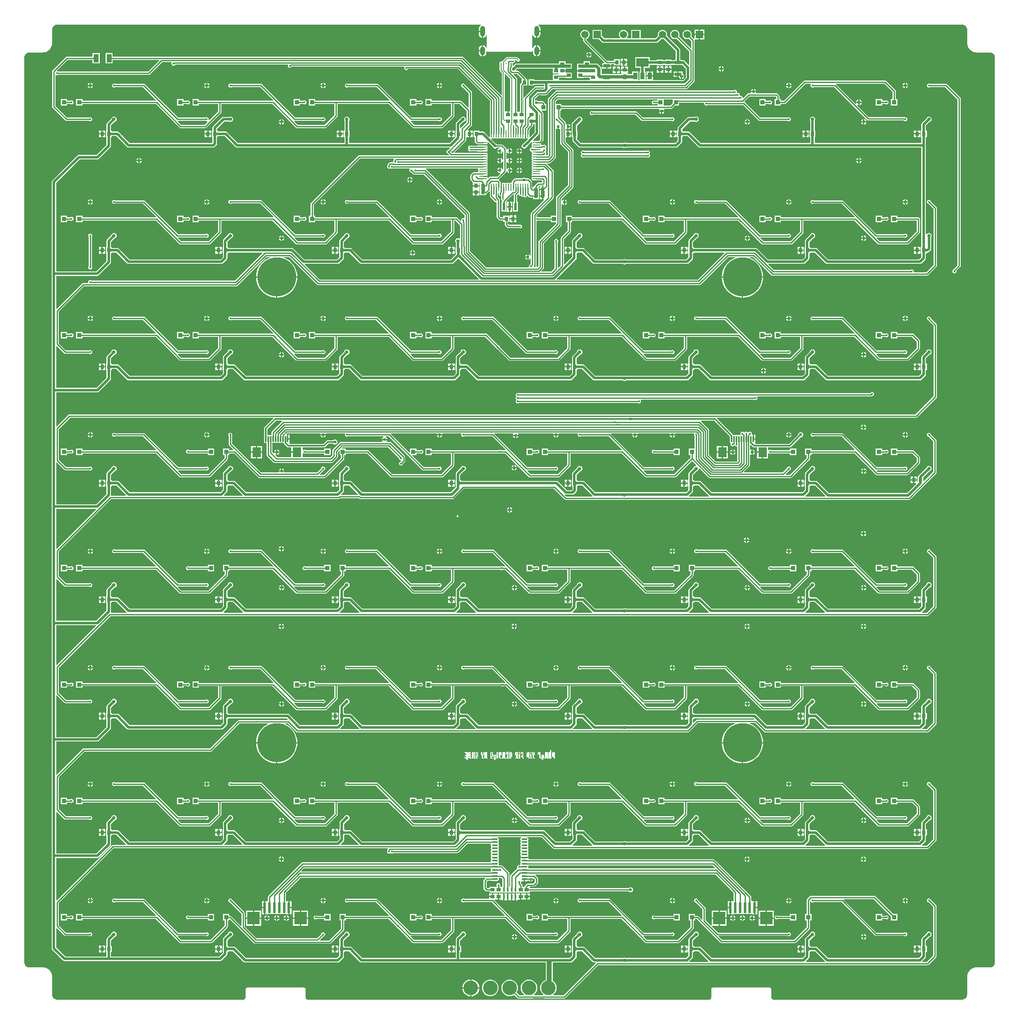
<source format=gbl>
G04*
G04 #@! TF.GenerationSoftware,Altium Limited,Altium Designer,18.1.5 (160)*
G04*
G04 Layer_Physical_Order=2*
G04 Layer_Color=16711680*
%FSLAX25Y25*%
%MOIN*%
G70*
G01*
G75*
%ADD26C,0.02362*%
%ADD27C,0.01600*%
%ADD29O,0.03937X0.07087*%
%ADD30O,0.03937X0.08661*%
%ADD32C,0.01000*%
%ADD33C,0.00984*%
%ADD35C,0.02000*%
%ADD36C,0.00800*%
%ADD37C,0.00799*%
%ADD39R,0.05906X0.05906*%
%ADD40C,0.05906*%
%ADD41C,0.11811*%
%ADD42C,0.02400*%
%ADD43C,0.01200*%
%ADD44C,0.04331*%
%ADD45C,0.02800*%
%ADD46C,0.02756*%
%ADD47C,0.31496*%
%ADD48R,0.03150X0.03543*%
%ADD49R,0.02362X0.06299*%
%ADD50R,0.03543X0.02559*%
%ADD51R,0.03543X0.03150*%
%ADD52R,0.10236X0.07087*%
%ADD53R,0.03543X0.05512*%
%ADD54R,0.07087X0.07874*%
%ADD55R,0.01181X0.04921*%
%ADD56O,0.05000X0.01299*%
%ADD57R,0.01772X0.03543*%
%ADD58R,0.04331X0.06693*%
%ADD59R,0.10236X0.10236*%
%ADD60R,0.02362X0.08661*%
%ADD61R,0.03543X0.03740*%
%ADD62R,0.05315X0.02559*%
%ADD63O,0.00984X0.06102*%
%ADD64O,0.06102X0.00984*%
%ADD65C,0.02559*%
%ADD66C,0.04000*%
%ADD67C,0.01181*%
%ADD68C,0.01008*%
%ADD69C,0.02362*%
%ADD70C,0.03150*%
%ADD71C,0.02799*%
G36*
X839969Y866340D02*
X839979Y866339D01*
X839989Y866337D01*
X840754Y866185D01*
X840754Y866185D01*
X840754Y866185D01*
X841138Y866029D01*
X841412Y865913D01*
X841524Y865866D01*
X841864Y865643D01*
X842216Y865404D01*
X842218Y865402D01*
X842218Y865402D01*
X842218Y865402D01*
X842565Y865053D01*
X842790Y864825D01*
X842790Y864825D01*
X842790Y864824D01*
X842982Y864537D01*
X843221Y864180D01*
X843256Y864096D01*
X843283Y864033D01*
X843411Y863730D01*
X843536Y863429D01*
X843536Y863429D01*
X843538Y863424D01*
X843541Y863415D01*
X843544Y863406D01*
X843546Y863397D01*
X843699Y862631D01*
X843699Y862631D01*
X843699Y862626D01*
X843701Y862617D01*
X843702Y862607D01*
X843702Y862597D01*
X843702Y862593D01*
X843702Y851383D01*
X843739Y850630D01*
X844034Y849150D01*
X844610Y847760D01*
X845445Y846509D01*
X846509Y845445D01*
X847760Y844610D01*
X849150Y844034D01*
X850630Y843739D01*
X851383Y843702D01*
X862593D01*
Y843702D01*
X862597Y843702D01*
X862607Y843702D01*
X862617Y843701D01*
X862626Y843699D01*
X862918Y843641D01*
X863392Y843547D01*
X863392Y843547D01*
X863551Y843483D01*
X863846Y843362D01*
X864050Y843276D01*
X864162Y843228D01*
X864501Y843005D01*
X864853Y842766D01*
X864856Y842764D01*
X864856Y842764D01*
X864856Y842764D01*
X865203Y842415D01*
X865295Y842321D01*
X865427Y842187D01*
X865428Y842187D01*
X865700Y841779D01*
X865858Y841542D01*
X865894Y841458D01*
X865921Y841395D01*
X866049Y841092D01*
X866174Y840791D01*
X866174Y840791D01*
X866175Y840787D01*
X866179Y840777D01*
X866182Y840768D01*
X866184Y840759D01*
X866336Y839993D01*
X866336Y839993D01*
X866337Y839989D01*
X866339Y839979D01*
X866340Y839969D01*
X866340Y839960D01*
X866340Y839955D01*
X866340Y104927D01*
X866340Y104927D01*
X866340Y104922D01*
X866340Y104913D01*
X866339Y104903D01*
X866337Y104893D01*
X866185Y104128D01*
X866185D01*
X866184Y104123D01*
X866182Y104114D01*
X866179Y104104D01*
X866175Y104095D01*
X866043Y103776D01*
X865859Y103340D01*
X865858Y103340D01*
X865668Y103055D01*
X865402Y102664D01*
D01*
X865057Y102321D01*
X864933Y102199D01*
X864824Y102092D01*
X864180Y101661D01*
Y101661D01*
X864176Y101658D01*
X864167Y101653D01*
X864159Y101649D01*
X864150Y101645D01*
X863429Y101346D01*
X863424Y101344D01*
X863415Y101341D01*
X863406Y101338D01*
X863397Y101336D01*
X862631Y101183D01*
X862626Y101182D01*
X862617Y101181D01*
X862607Y101180D01*
X862597Y101180D01*
X862593Y101180D01*
X862205Y101180D01*
X851383D01*
X850630Y101143D01*
X849150Y100848D01*
X847760Y100272D01*
X846509Y99436D01*
X845445Y98373D01*
X844610Y97122D01*
X844034Y95732D01*
X843739Y94251D01*
X843702Y93499D01*
Y78746D01*
X843702Y78746D01*
X843702Y78741D01*
X843702Y78732D01*
X843701Y78722D01*
X843699Y78712D01*
X843547Y77947D01*
X843547D01*
X843546Y77942D01*
X843544Y77933D01*
X843541Y77923D01*
X843538Y77914D01*
X843405Y77594D01*
X843221Y77159D01*
X843221Y77159D01*
X843030Y76874D01*
X842764Y76483D01*
D01*
X842420Y76140D01*
X842295Y76018D01*
X842187Y75911D01*
X841542Y75480D01*
Y75480D01*
X841538Y75477D01*
X841530Y75472D01*
X841521Y75468D01*
X841512Y75463D01*
X840791Y75165D01*
X840787Y75163D01*
X840777Y75160D01*
X840768Y75157D01*
X840759Y75155D01*
X839989Y75001D01*
X839979Y75000D01*
X839969Y74999D01*
X839960Y74998D01*
X687008Y74998D01*
X686577D01*
X685780Y75328D01*
X685171Y75938D01*
X684841Y76734D01*
Y83071D01*
X684807Y83416D01*
X684543Y84054D01*
X684054Y84543D01*
X683416Y84807D01*
X683071Y84841D01*
X637795D01*
X637450Y84807D01*
X636812Y84543D01*
X636323Y84054D01*
X636059Y83416D01*
X636025Y83071D01*
Y76734D01*
X635695Y75938D01*
X635086Y75328D01*
X634289Y74998D01*
X633858D01*
X309059Y74998D01*
X309056Y74998D01*
X308624D01*
X307828Y75328D01*
X307218Y75938D01*
X306888Y76734D01*
Y83071D01*
X306854Y83416D01*
X306590Y84054D01*
X306101Y84543D01*
X305463Y84807D01*
X305118Y84841D01*
X259842D01*
X259497Y84807D01*
X258859Y84543D01*
X258371Y84054D01*
X258106Y83416D01*
X258072Y83071D01*
Y76734D01*
X257743Y75938D01*
X257133Y75328D01*
X256336Y74998D01*
X255906D01*
X105315Y74998D01*
X104927Y74998D01*
X104922Y74998D01*
X104913Y74999D01*
X104903Y75000D01*
X104893Y75001D01*
X104888Y75002D01*
X104123Y75155D01*
X104114Y75157D01*
X104104Y75160D01*
X104095Y75163D01*
X103790Y75289D01*
X103466Y75427D01*
X103340Y75480D01*
X102924Y75758D01*
X102695Y75911D01*
X102664Y75937D01*
X102432Y76169D01*
X102229Y76375D01*
X101929Y76757D01*
X101888Y76819D01*
X101836Y76903D01*
X101777Y76998D01*
X101794Y76969D01*
X101756Y77029D01*
X101621Y77253D01*
X101777Y76998D01*
X101585Y77338D01*
X101471Y77609D01*
X101346Y77910D01*
X101344Y77914D01*
X101341Y77923D01*
X101338Y77933D01*
X101336Y77942D01*
X101182Y78712D01*
X101181Y78722D01*
X101180Y78732D01*
X101180Y78741D01*
Y93499D01*
X101143Y94251D01*
X100848Y95732D01*
X100272Y97122D01*
X99436Y98373D01*
X98373Y99436D01*
X97122Y100272D01*
X95732Y100848D01*
X94251Y101143D01*
X93499Y101180D01*
X82284D01*
X82275Y101180D01*
X82265Y101181D01*
X82256Y101182D01*
X81485Y101336D01*
X81476Y101338D01*
X81467Y101341D01*
X81457Y101344D01*
X81453Y101346D01*
X81152Y101471D01*
X80828Y101608D01*
X80702Y101661D01*
X80286Y101939D01*
X80057Y102092D01*
X80026Y102118D01*
X79792Y102351D01*
X79594Y102553D01*
X79536Y102612D01*
X79454Y102695D01*
X79454Y102695D01*
X79232Y103027D01*
X79023Y103340D01*
X78843Y103765D01*
X78708Y104091D01*
X78706Y104095D01*
X78703Y104104D01*
X78700Y104114D01*
X78698Y104123D01*
X78545Y104893D01*
X78543Y104903D01*
X78542Y104913D01*
X78542Y104922D01*
Y839567D01*
X78542Y839955D01*
X78542Y839960D01*
X78542Y839969D01*
X78543Y839979D01*
X78545Y839989D01*
X78546Y839993D01*
X78697Y840754D01*
X78697D01*
X78852Y841138D01*
X78945Y841358D01*
X79016Y841524D01*
X79239Y841864D01*
X79468Y842201D01*
X79504Y842237D01*
X79753Y842490D01*
X80042Y842775D01*
X80415Y843029D01*
X80702Y843221D01*
X80833Y843276D01*
X81008Y843350D01*
X81383Y843507D01*
X81454Y843536D01*
X81777Y843603D01*
X82251Y843699D01*
Y843698D01*
X82251Y843699D01*
X82749Y843702D01*
X93499Y843702D01*
X94251Y843739D01*
X95732Y844034D01*
X97122Y844610D01*
X98373Y845445D01*
X99436Y846509D01*
X100272Y847760D01*
X100848Y849150D01*
X101143Y850630D01*
X101180Y851383D01*
Y862597D01*
X101180Y862607D01*
X101181Y862617D01*
X101182Y862626D01*
X101335Y863392D01*
X101335D01*
X101490Y863776D01*
X101587Y864006D01*
X101654Y864162D01*
X101876Y864501D01*
X102106Y864839D01*
X102141Y864875D01*
X102391Y865129D01*
X102680Y865413D01*
X103053Y865667D01*
X103340Y865858D01*
X103470Y865914D01*
X103645Y865988D01*
X103936Y866109D01*
X104244Y866194D01*
X104351Y866224D01*
X104446Y866246D01*
X104502Y866259D01*
X104565Y866271D01*
X104710Y866292D01*
X105051Y866337D01*
X105387Y866340D01*
X449131Y866340D01*
X449230Y865840D01*
X448995Y865743D01*
X448375Y865267D01*
X447899Y864647D01*
X447600Y863925D01*
X447498Y863150D01*
Y861287D01*
X450492D01*
Y860787D01*
X450992D01*
Y855497D01*
X451267Y855533D01*
X451989Y855832D01*
X452609Y856308D01*
X453085Y856928D01*
X453384Y857650D01*
X453422Y857934D01*
X453922Y857901D01*
Y847138D01*
X453422Y847105D01*
X453384Y847389D01*
X453085Y848111D01*
X452609Y848731D01*
X451989Y849207D01*
X451267Y849506D01*
X450992Y849543D01*
Y845039D01*
Y840536D01*
X451267Y840572D01*
X451989Y840872D01*
X452609Y841347D01*
X453085Y841967D01*
X453384Y842690D01*
X453486Y843465D01*
Y844704D01*
X453983Y844771D01*
X454157Y844511D01*
X454417Y844337D01*
X454724Y844276D01*
X490158D01*
X490465Y844337D01*
X490725Y844511D01*
X490899Y844771D01*
X491396Y844704D01*
Y843465D01*
X491498Y842690D01*
X491797Y841967D01*
X492273Y841347D01*
X492893Y840872D01*
X493615Y840572D01*
X493890Y840536D01*
Y845039D01*
Y849543D01*
X493615Y849506D01*
X492893Y849207D01*
X492273Y848731D01*
X491797Y848111D01*
X491498Y847389D01*
X491460Y847105D01*
X490960Y847138D01*
Y857901D01*
X491460Y857934D01*
X491498Y857650D01*
X491797Y856928D01*
X492273Y856308D01*
X492893Y855832D01*
X493615Y855533D01*
X493890Y855497D01*
Y860787D01*
X494390D01*
Y861287D01*
X497384D01*
Y863150D01*
X497282Y863925D01*
X496983Y864647D01*
X496507Y865267D01*
X495887Y865743D01*
X495651Y865840D01*
X495751Y866340D01*
X839955D01*
Y866340D01*
X839960Y866340D01*
X839969Y866340D01*
D02*
G37*
%LPC*%
G36*
X630409Y862220D02*
X626957D01*
Y858768D01*
X630409D01*
Y862220D01*
D02*
G37*
G36*
X625957D02*
X622504D01*
Y858768D01*
X625957D01*
Y862220D01*
D02*
G37*
G36*
X497384Y860287D02*
X494890D01*
Y855497D01*
X495165Y855533D01*
X495887Y855832D01*
X496507Y856308D01*
X496983Y856928D01*
X497282Y857650D01*
X497384Y858425D01*
Y860287D01*
D02*
G37*
G36*
X449992D02*
X447498D01*
Y858425D01*
X447600Y857650D01*
X447899Y856928D01*
X448375Y856308D01*
X448995Y855832D01*
X449717Y855533D01*
X449992Y855497D01*
Y860287D01*
D02*
G37*
G36*
X630409Y857768D02*
X626957D01*
Y854315D01*
X630409D01*
Y857768D01*
D02*
G37*
G36*
X616457Y862040D02*
X615480Y861912D01*
X614571Y861535D01*
X613789Y860935D01*
X613190Y860154D01*
X612813Y859244D01*
X612684Y858268D01*
X612813Y857291D01*
X613190Y856382D01*
X613789Y855600D01*
X614571Y855001D01*
X615480Y854624D01*
X616457Y854495D01*
X617433Y854624D01*
X618007Y854861D01*
X620002Y852866D01*
Y847232D01*
X619540Y847040D01*
X609863Y856718D01*
X610101Y857291D01*
X610229Y858268D01*
X610101Y859244D01*
X609724Y860154D01*
X609124Y860935D01*
X608343Y861535D01*
X607433Y861912D01*
X606457Y862040D01*
X605480Y861912D01*
X604570Y861535D01*
X603789Y860935D01*
X603190Y860154D01*
X602813Y859244D01*
X602684Y858268D01*
X602813Y857291D01*
X603190Y856382D01*
X603789Y855600D01*
X604570Y855001D01*
X605480Y854624D01*
X606457Y854495D01*
X607433Y854624D01*
X608007Y854861D01*
X618215Y844653D01*
Y833559D01*
X617753Y833368D01*
X614375Y836745D01*
X613784Y837140D01*
X613087Y837279D01*
X613087Y837279D01*
X612500D01*
Y837524D01*
X610878D01*
Y845669D01*
X610878Y845669D01*
X610739Y846367D01*
X610344Y846958D01*
X600074Y857228D01*
X600101Y857291D01*
X600229Y858268D01*
X600101Y859244D01*
X599724Y860154D01*
X599124Y860935D01*
X598343Y861535D01*
X597433Y861912D01*
X596457Y862040D01*
X595480Y861912D01*
X594570Y861535D01*
X593789Y860935D01*
X593190Y860154D01*
X592813Y859244D01*
X592684Y858268D01*
X592813Y857291D01*
X592839Y857228D01*
X590702Y855090D01*
X578701D01*
Y862008D01*
X571220D01*
Y855090D01*
X567741D01*
X567580Y855564D01*
X567628Y855600D01*
X568228Y856382D01*
X568605Y857291D01*
X568733Y858268D01*
X568605Y859244D01*
X568228Y860154D01*
X567628Y860935D01*
X566847Y861535D01*
X565937Y861912D01*
X564961Y862040D01*
X563984Y861912D01*
X563074Y861535D01*
X562293Y860935D01*
X561694Y860154D01*
X561317Y859244D01*
X561188Y858268D01*
X561317Y857291D01*
X561694Y856382D01*
X562293Y855600D01*
X562341Y855564D01*
X562180Y855090D01*
X554216D01*
X553622Y855208D01*
X553028Y855090D01*
X549416D01*
X547205Y857302D01*
Y862008D01*
X539724D01*
Y854528D01*
X544824D01*
X547373Y851979D01*
X547373Y851979D01*
X547964Y851584D01*
X548661Y851445D01*
X548662Y851445D01*
X591457D01*
X591457Y851445D01*
X592154Y851584D01*
X592745Y851979D01*
X595416Y854650D01*
X595480Y854624D01*
X596457Y854495D01*
X597433Y854624D01*
X597497Y854650D01*
X607233Y844914D01*
Y837524D01*
X605610D01*
Y837280D01*
X603740D01*
Y837819D01*
X598622D01*
Y837280D01*
X597047D01*
Y837819D01*
X591929D01*
Y837280D01*
X586221D01*
Y839961D01*
X574409D01*
Y831299D01*
X578492D01*
Y828150D01*
X577756D01*
Y821350D01*
X576968D01*
Y828150D01*
X571850D01*
Y826123D01*
X568307D01*
Y826378D01*
X567925D01*
X567872Y826453D01*
X568128Y826953D01*
X568520D01*
Y829027D01*
X565748D01*
X562976D01*
Y826953D01*
X563368D01*
X563624Y826453D01*
X563571Y826378D01*
X563189D01*
Y826123D01*
X561614D01*
Y826378D01*
X556496D01*
Y826123D01*
X547029D01*
Y829987D01*
X547029Y830464D01*
X547523Y830476D01*
X547527Y830476D01*
X548012Y830476D01*
X548012Y830476D01*
X548016Y830476D01*
X550681D01*
Y832256D01*
X547524D01*
Y830976D01*
X547523Y830494D01*
X547029Y830482D01*
X546868Y831289D01*
X546411Y831972D01*
X544335Y834049D01*
X543651Y834506D01*
X542844Y834667D01*
X537677D01*
Y836614D01*
X532559D01*
Y834667D01*
X529882D01*
X529678Y834626D01*
X527323D01*
Y831098D01*
X527110D01*
Y829319D01*
X529882D01*
Y828319D01*
X527110D01*
Y826539D01*
X527323D01*
Y823012D01*
X532441D01*
Y823097D01*
X537677D01*
Y821350D01*
X512638D01*
Y823097D01*
X517874D01*
Y823012D01*
X522992D01*
Y827146D01*
X517969D01*
Y828240D01*
X515197D01*
Y829240D01*
X517969D01*
Y830452D01*
X519646D01*
X519849Y830492D01*
X522992D01*
Y834626D01*
X519849D01*
X519646Y834667D01*
X517756D01*
Y836614D01*
X512638D01*
Y834667D01*
X478244D01*
X477438Y834506D01*
X477391Y834475D01*
X477082Y834413D01*
X476431Y833978D01*
X475200Y832747D01*
X474738Y832938D01*
Y834251D01*
X474840Y834764D01*
X474825Y834837D01*
X474826Y834845D01*
X475249Y835268D01*
X475394Y835239D01*
X475439Y835248D01*
X475494Y835237D01*
X475998Y835337D01*
X476425Y835623D01*
X476710Y836050D01*
X476810Y836553D01*
X476799Y836609D01*
X476808Y836654D01*
X476726Y837068D01*
X477007Y837568D01*
X477649D01*
X477989Y837228D01*
X478023Y837057D01*
X478330Y836598D01*
X478788Y836292D01*
X479330Y836184D01*
X479871Y836292D01*
X480330Y836598D01*
X480637Y837057D01*
X480744Y837598D01*
X480637Y838140D01*
X480330Y838599D01*
X479871Y838905D01*
X479701Y838939D01*
X479006Y839634D01*
X478614Y839896D01*
X478150Y839988D01*
X478150Y839988D01*
X470431D01*
X469968Y839896D01*
X469576Y839634D01*
X469576Y839634D01*
X467100Y837158D01*
X466978Y837134D01*
X466519Y836827D01*
X466213Y836368D01*
X466196Y836284D01*
X466092Y836071D01*
X465551Y836178D01*
X465010Y836071D01*
X464551Y835764D01*
X464244Y835305D01*
X464137Y834764D01*
X464244Y834222D01*
X464340Y834078D01*
Y829179D01*
X464340Y829179D01*
X464433Y828716D01*
X464695Y828323D01*
X466121Y826897D01*
Y809296D01*
X465659Y809105D01*
X434978Y839786D01*
X434552Y840071D01*
X434050Y840171D01*
X397383D01*
X397332Y840161D01*
X395188D01*
X395136Y840171D01*
X150315D01*
Y843110D01*
X144409D01*
Y834842D01*
X150315D01*
Y837546D01*
X187871D01*
X188062Y837084D01*
X179063Y828084D01*
X105940D01*
X105667Y828267D01*
X105179Y828364D01*
X105001Y828736D01*
X104982Y828874D01*
X105535Y829426D01*
X113772Y837664D01*
X133780D01*
Y834842D01*
X139685D01*
Y843110D01*
X133780D01*
Y840289D01*
X113228D01*
X112726Y840189D01*
X112300Y839904D01*
X103678Y831283D01*
X101603Y829207D01*
X101318Y828781D01*
X101218Y828279D01*
Y799634D01*
X101318Y799132D01*
X101603Y798706D01*
X111790Y788519D01*
X112215Y788235D01*
X112718Y788135D01*
X131239D01*
X131513Y787952D01*
X132132Y787829D01*
X132752Y787952D01*
X133277Y788303D01*
X133628Y788828D01*
X133751Y789448D01*
X133628Y790067D01*
X133277Y790592D01*
X132752Y790943D01*
X132132Y791066D01*
X131513Y790943D01*
X131239Y790760D01*
X113261D01*
X103844Y800178D01*
Y825065D01*
X104344Y825333D01*
X104428Y825276D01*
X105047Y825153D01*
X105667Y825276D01*
X105940Y825459D01*
X179606D01*
X180109Y825559D01*
X180534Y825844D01*
X190449Y835758D01*
X197874D01*
X198141Y835258D01*
X198040Y835108D01*
X197917Y834488D01*
X198040Y833869D01*
X198391Y833344D01*
X198916Y832993D01*
X199535Y832870D01*
X200155Y832993D01*
X200680Y833344D01*
X201031Y833869D01*
X201049Y833963D01*
X292356D01*
X292624Y833463D01*
X292528Y833320D01*
X292405Y832701D01*
X292528Y832081D01*
X292879Y831556D01*
X293404Y831205D01*
X294024Y831082D01*
X294643Y831205D01*
X295168Y831556D01*
X295519Y832081D01*
X295538Y832176D01*
X386847D01*
X387115Y831676D01*
X387017Y831529D01*
X386893Y830909D01*
X387017Y830290D01*
X387367Y829765D01*
X387892Y829414D01*
X388512Y829291D01*
X389131Y829414D01*
X389656Y829765D01*
X390007Y830290D01*
X390027Y830388D01*
X392173D01*
X392185Y830386D01*
X427439D01*
X427450Y830388D01*
X430393D01*
X456364Y804417D01*
Y777658D01*
X456373Y777617D01*
Y775258D01*
X455956Y775044D01*
X455889Y775035D01*
X452551Y778373D01*
X452234Y778848D01*
X451642Y779243D01*
X450945Y779382D01*
X447835D01*
Y780118D01*
X443110D01*
Y775000D01*
X444160D01*
Y771417D01*
X444260Y770915D01*
X444544Y770489D01*
X445292Y769741D01*
X445718Y769457D01*
X446220Y769357D01*
X446229D01*
X446357Y769201D01*
X450689D01*
X454670D01*
X454654Y769283D01*
X454324Y769776D01*
X454293Y769930D01*
X454453Y770170D01*
X454526Y770536D01*
X454901Y770715D01*
X455036Y770733D01*
X458740Y767029D01*
X458758Y766941D01*
X459197Y766284D01*
X459855Y765844D01*
X460630Y765690D01*
X461405Y765844D01*
X462063Y766284D01*
X462143Y766404D01*
X464255D01*
X464305Y765904D01*
X463710Y765786D01*
X462983Y765300D01*
X462497Y764572D01*
X462425Y764213D01*
X464569D01*
Y763713D01*
X465069D01*
Y761570D01*
X465427Y761641D01*
X466155Y762127D01*
X466641Y762855D01*
X466770Y763503D01*
X467270Y763453D01*
Y756156D01*
X466770Y756106D01*
X466755Y756183D01*
X466639Y756764D01*
X466153Y757492D01*
X465425Y757978D01*
X465067Y758049D01*
Y755905D01*
Y753762D01*
X465425Y753833D01*
X466153Y754319D01*
X466639Y755047D01*
X466755Y755628D01*
X466770Y755705D01*
X467270Y755655D01*
Y748282D01*
X466770Y748232D01*
X466639Y748890D01*
X466153Y749618D01*
X465425Y750104D01*
X465067Y750175D01*
Y748032D01*
X464567D01*
Y747532D01*
X462423D01*
X462495Y747173D01*
X462981Y746445D01*
X463708Y745959D01*
X464498Y745802D01*
X464759Y745356D01*
X462370Y742966D01*
X456910D01*
X456407Y742866D01*
X455981Y742582D01*
X455051Y741652D01*
X454545Y741789D01*
X454420Y742178D01*
X454654Y742528D01*
X454670Y742610D01*
X450689D01*
Y743610D01*
X454670D01*
X454654Y743692D01*
X454324Y744186D01*
X454293Y744340D01*
X454453Y744580D01*
X454553Y745079D01*
X454453Y745578D01*
X454171Y746001D01*
Y746125D01*
X454453Y746548D01*
X454553Y747047D01*
X454453Y747546D01*
X454171Y747970D01*
Y748093D01*
X454453Y748517D01*
X454553Y749016D01*
X454453Y749515D01*
X454171Y749938D01*
Y750062D01*
X454453Y750485D01*
X454553Y750984D01*
X454453Y751483D01*
X454171Y751907D01*
Y752030D01*
X454453Y752454D01*
X454553Y752953D01*
X454453Y753452D01*
X454171Y753875D01*
Y753999D01*
X454453Y754422D01*
X454553Y754921D01*
X454453Y755420D01*
X454171Y755844D01*
Y755967D01*
X454453Y756390D01*
X454553Y756890D01*
X454453Y757389D01*
X454171Y757812D01*
Y757936D01*
X454453Y758359D01*
X454553Y758858D01*
X454453Y759358D01*
X454171Y759781D01*
Y759904D01*
X454453Y760327D01*
X454553Y760827D01*
X454453Y761326D01*
X454293Y761566D01*
X454324Y761720D01*
X454654Y762213D01*
X454670Y762295D01*
X450689D01*
X446357D01*
X446229Y762139D01*
X427879D01*
X427586Y762513D01*
X427570Y762639D01*
X436680Y771750D01*
X436965Y772176D01*
X437065Y772678D01*
Y774420D01*
X437386Y774787D01*
X439461D01*
Y777559D01*
Y780331D01*
X438470D01*
X438279Y780793D01*
X441456Y783969D01*
X441740Y784395D01*
X441840Y784898D01*
Y811121D01*
X441740Y811623D01*
X441456Y812049D01*
X436356Y817148D01*
X436292Y817471D01*
X435941Y817996D01*
X435416Y818347D01*
X434797Y818470D01*
X434177Y818347D01*
X433652Y817996D01*
X433302Y817471D01*
X433178Y816852D01*
X433302Y816232D01*
X433652Y815707D01*
X434177Y815356D01*
X434500Y815292D01*
X439215Y810577D01*
Y798925D01*
X438753Y798733D01*
X433408Y804078D01*
X432983Y804362D01*
X432480Y804462D01*
X409154D01*
Y805807D01*
X404035D01*
Y800492D01*
X409154D01*
Y801837D01*
X424804D01*
Y792804D01*
X416993Y784993D01*
X394860D01*
X392112Y787741D01*
X392358Y788202D01*
X392448Y788184D01*
X414632D01*
X414978Y787952D01*
X415597Y787829D01*
X416216Y787952D01*
X416700Y788276D01*
X416739Y788283D01*
X417165Y788568D01*
X417449Y788994D01*
X417549Y789496D01*
X417449Y789998D01*
X417165Y790424D01*
X416739Y790709D01*
X416494Y790758D01*
X416216Y790943D01*
X415597Y791066D01*
X414978Y790943D01*
X414777Y790809D01*
X392992D01*
X365973Y817828D01*
X365547Y818113D01*
X365044Y818213D01*
X341129D01*
X340928Y818347D01*
X340309Y818470D01*
X339689Y818347D01*
X339164Y817996D01*
X338813Y817471D01*
X338690Y816852D01*
X338813Y816232D01*
X339164Y815707D01*
X339689Y815356D01*
X340309Y815233D01*
X340928Y815356D01*
X341274Y815587D01*
X364501D01*
X375183Y804905D01*
X374937Y804444D01*
X374847Y804462D01*
X314665D01*
Y805807D01*
X309547D01*
Y800492D01*
X314665D01*
Y801837D01*
X330316D01*
Y792804D01*
X322504Y784993D01*
X300372D01*
X297624Y787741D01*
X297870Y788202D01*
X297960Y788184D01*
X320143D01*
X320489Y787952D01*
X321109Y787829D01*
X321728Y787952D01*
X322212Y788276D01*
X322251Y788283D01*
X322676Y788568D01*
X322961Y788994D01*
X323061Y789496D01*
X322961Y789998D01*
X322676Y790424D01*
X322251Y790709D01*
X322005Y790758D01*
X321728Y790943D01*
X321109Y791066D01*
X320489Y790943D01*
X320288Y790809D01*
X298504D01*
X271484Y817828D01*
X271059Y818113D01*
X270556Y818213D01*
X246641D01*
X246440Y818347D01*
X245820Y818470D01*
X245201Y818347D01*
X244676Y817996D01*
X244325Y817471D01*
X244202Y816852D01*
X244325Y816232D01*
X244676Y815707D01*
X245201Y815356D01*
X245820Y815233D01*
X246440Y815356D01*
X246786Y815587D01*
X270012D01*
X280695Y804905D01*
X280448Y804444D01*
X280359Y804462D01*
X220177D01*
Y805807D01*
X215059D01*
Y800492D01*
X220177D01*
Y801837D01*
X235827D01*
Y795873D01*
X228705Y788750D01*
X228607Y788768D01*
X228217Y789338D01*
X228239Y789448D01*
X228116Y790067D01*
X227765Y790592D01*
X227240Y790943D01*
X226621Y791066D01*
X226001Y790943D01*
X225728Y790760D01*
X203376D01*
X176357Y817780D01*
X175931Y818064D01*
X175428Y818164D01*
X152225D01*
X151952Y818347D01*
X151332Y818470D01*
X150713Y818347D01*
X150188Y817996D01*
X149837Y817471D01*
X149714Y816852D01*
X149837Y816232D01*
X150188Y815707D01*
X150713Y815356D01*
X151332Y815233D01*
X151952Y815356D01*
X152225Y815539D01*
X174885D01*
X185461Y804962D01*
X185254Y804462D01*
X125689D01*
Y805807D01*
X120571D01*
Y800492D01*
X125689D01*
Y801837D01*
X185327D01*
X204412Y782752D01*
X204838Y782467D01*
X205340Y782367D01*
X225491D01*
X225993Y782467D01*
X226419Y782752D01*
X238068Y794401D01*
X238353Y794827D01*
X238453Y795329D01*
Y801837D01*
X279815D01*
X298900Y782752D01*
X299326Y782467D01*
X299828Y782367D01*
X323048D01*
X323551Y782467D01*
X323976Y782752D01*
X332556Y791332D01*
X332841Y791758D01*
X332941Y792260D01*
Y801837D01*
X374303D01*
X393388Y782752D01*
X393814Y782467D01*
X394316Y782367D01*
X417536D01*
X418039Y782467D01*
X418465Y782752D01*
X427044Y791332D01*
X427329Y791758D01*
X427429Y792260D01*
Y801837D01*
X431937D01*
X437428Y796346D01*
Y787158D01*
X433036Y782767D01*
X432834Y782464D01*
X432334Y782609D01*
Y784877D01*
X434683Y787226D01*
X435499Y787388D01*
X436223Y787872D01*
X436706Y788595D01*
X436876Y789449D01*
X436706Y790302D01*
X436223Y791026D01*
X435499Y791509D01*
X434646Y791679D01*
X433792Y791509D01*
X433069Y791026D01*
X432585Y790302D01*
X432580Y790278D01*
X429223Y786920D01*
X428828Y786329D01*
X428689Y785632D01*
X428689Y785632D01*
Y780118D01*
X428346D01*
Y775082D01*
X428272Y775020D01*
X427869Y775176D01*
X427772Y775279D01*
Y777059D01*
X425697D01*
Y774787D01*
X427280D01*
X427684Y774787D01*
X427976Y774372D01*
X423786Y770182D01*
X342131D01*
Y775000D01*
X342669D01*
Y780118D01*
X342131D01*
Y788238D01*
X342369Y788594D01*
X342539Y789448D01*
X342369Y790301D01*
X341886Y791025D01*
X341162Y791508D01*
X340309Y791678D01*
X339455Y791508D01*
X338732Y791025D01*
X338248Y790301D01*
X338078Y789448D01*
X338248Y788594D01*
X338486Y788238D01*
Y780118D01*
X337945D01*
Y775000D01*
X338486D01*
Y770182D01*
X252007Y770182D01*
X243342Y778848D01*
X242751Y779243D01*
X242053Y779382D01*
X242053Y779382D01*
X235433D01*
Y780118D01*
X234893D01*
Y781647D01*
X240872Y787625D01*
X244611D01*
X244967Y787387D01*
X245820Y787218D01*
X246674Y787387D01*
X247397Y787871D01*
X247881Y788594D01*
X248051Y789448D01*
X247881Y790301D01*
X247397Y791025D01*
X246674Y791508D01*
X245820Y791678D01*
X244967Y791508D01*
X244611Y791270D01*
X240117D01*
X239420Y791131D01*
X238828Y790736D01*
X238828Y790736D01*
X231782Y783690D01*
X231387Y783099D01*
X231248Y782402D01*
X231248Y782402D01*
Y780118D01*
X230709D01*
Y775000D01*
X231248D01*
Y770182D01*
X164015D01*
X155350Y778848D01*
X154758Y779243D01*
X154061Y779382D01*
X154061Y779382D01*
X149606D01*
Y780118D01*
X148870D01*
Y784408D01*
X151766Y787304D01*
X152186Y787387D01*
X152909Y787871D01*
X153393Y788594D01*
X153562Y789448D01*
X153393Y790301D01*
X152909Y791025D01*
X152186Y791508D01*
X151332Y791678D01*
X150479Y791508D01*
X149755Y791025D01*
X149272Y790301D01*
X149188Y789881D01*
X145759Y786451D01*
X145363Y785860D01*
X145225Y785163D01*
X145225Y785163D01*
Y780118D01*
X144882D01*
Y775000D01*
X145225D01*
Y768668D01*
X137040Y760484D01*
X122835D01*
X122835Y760484D01*
X122137Y760345D01*
X121546Y759950D01*
X101371Y739775D01*
X100976Y739184D01*
X100837Y738487D01*
X100837Y738486D01*
Y116631D01*
X100837Y116631D01*
X100976Y115934D01*
X101371Y115343D01*
X109932Y106782D01*
X109932Y106782D01*
X110523Y106387D01*
X111221Y106248D01*
X237402D01*
X237402Y106248D01*
X238099Y106387D01*
X238690Y106782D01*
X242824Y110916D01*
X242824Y110916D01*
X243219Y111507D01*
X243358Y112205D01*
X243358Y112205D01*
Y113583D01*
X244094D01*
Y114319D01*
X247794D01*
X256459Y105654D01*
X256459Y105654D01*
X257051Y105259D01*
X257748Y105120D01*
X257748Y105120D01*
X333008D01*
X333008Y105120D01*
X333706Y105259D01*
X334297Y105654D01*
X337312Y108669D01*
X337312Y108669D01*
X337707Y109261D01*
X337846Y109958D01*
Y113583D01*
X338583D01*
Y114319D01*
X342282D01*
X350948Y105654D01*
X350948Y105654D01*
X351539Y105259D01*
X352236Y105120D01*
X352236Y105120D01*
X501834D01*
Y90844D01*
X501363Y90702D01*
X500201Y90080D01*
X499182Y89244D01*
X498345Y88225D01*
X497724Y87062D01*
X497341Y85800D01*
X497212Y84488D01*
X497341Y83176D01*
X497724Y81915D01*
X498345Y80752D01*
X499182Y79733D01*
X499861Y79175D01*
X499682Y78675D01*
X492444D01*
X492265Y79175D01*
X492944Y79733D01*
X493781Y80752D01*
X494402Y81915D01*
X494785Y83176D01*
X494914Y84488D01*
X494785Y85800D01*
X494402Y87062D01*
X493781Y88225D01*
X492944Y89244D01*
X491925Y90080D01*
X490763Y90702D01*
X489501Y91084D01*
X488189Y91214D01*
X486877Y91084D01*
X485615Y90702D01*
X484453Y90080D01*
X483433Y89244D01*
X482597Y88225D01*
X481976Y87062D01*
X481593Y85800D01*
X481464Y84488D01*
X481593Y83176D01*
X481976Y81915D01*
X482597Y80752D01*
X483433Y79733D01*
X484195Y79108D01*
X484016Y78608D01*
X480178D01*
X478033Y80752D01*
X478654Y81915D01*
X479037Y83176D01*
X479166Y84488D01*
X479037Y85800D01*
X478654Y87062D01*
X478033Y88225D01*
X477197Y89244D01*
X476177Y90080D01*
X475015Y90702D01*
X473753Y91084D01*
X472441Y91214D01*
X471129Y91084D01*
X469867Y90702D01*
X468705Y90080D01*
X467686Y89244D01*
X466849Y88225D01*
X466228Y87062D01*
X465845Y85800D01*
X465716Y84488D01*
X465845Y83176D01*
X466228Y81915D01*
X466849Y80752D01*
X467686Y79733D01*
X468705Y78896D01*
X469867Y78275D01*
X471129Y77892D01*
X472441Y77763D01*
X473753Y77892D01*
X475015Y78275D01*
X476177Y78896D01*
X478706Y76367D01*
X479132Y76083D01*
X479634Y75983D01*
X491168D01*
X491505Y76050D01*
X500621D01*
X500958Y75983D01*
X516784D01*
X517286Y76083D01*
X517712Y76367D01*
X544308Y102963D01*
X811638D01*
X812140Y103063D01*
X812566Y103347D01*
X818572Y109353D01*
X818856Y109779D01*
X818956Y110281D01*
Y150831D01*
X818856Y151333D01*
X818572Y151759D01*
X814180Y156151D01*
X813894Y156579D01*
X813369Y156930D01*
X812750Y157053D01*
X812130Y156930D01*
X811605Y156579D01*
X811254Y156053D01*
X811131Y155434D01*
X811254Y154815D01*
X811605Y154290D01*
X812130Y153939D01*
X812750Y153816D01*
X812794Y153824D01*
X816331Y150287D01*
Y110825D01*
X811094Y105588D01*
X807379D01*
X807172Y106088D01*
X809753Y108669D01*
X809753Y108669D01*
X810148Y109261D01*
X810287Y109958D01*
Y113583D01*
X811024D01*
Y118701D01*
X810287D01*
Y122991D01*
X813183Y125886D01*
X813603Y125970D01*
X814327Y126453D01*
X814810Y127177D01*
X814980Y128030D01*
X814810Y128884D01*
X814327Y129607D01*
X813603Y130091D01*
X812750Y130261D01*
X811896Y130091D01*
X811173Y129607D01*
X810689Y128884D01*
X810606Y128464D01*
X807176Y125034D01*
X806781Y124443D01*
X806642Y123745D01*
X806642Y123745D01*
Y118701D01*
X806299D01*
Y113583D01*
X806642D01*
Y110713D01*
X804694Y108765D01*
X730944D01*
X722279Y117430D01*
X721688Y117825D01*
X720990Y117964D01*
X720990Y117964D01*
X716535D01*
Y118701D01*
X715799D01*
Y122991D01*
X718695Y125886D01*
X719115Y125970D01*
X719838Y126453D01*
X720322Y127177D01*
X720492Y128030D01*
X720322Y128884D01*
X719838Y129607D01*
X719115Y130091D01*
X718261Y130261D01*
X717408Y130091D01*
X716684Y129607D01*
X716201Y128884D01*
X716117Y128464D01*
X712688Y125034D01*
X712293Y124443D01*
X712154Y123745D01*
X712154Y123745D01*
Y118701D01*
X711811D01*
Y113583D01*
X712154D01*
Y110713D01*
X710206Y108765D01*
X636456D01*
X627790Y117430D01*
X627199Y117825D01*
X626502Y117964D01*
X626502Y117964D01*
X622047D01*
Y118701D01*
X621311D01*
Y122991D01*
X624206Y125886D01*
X624627Y125970D01*
X625350Y126453D01*
X625834Y127177D01*
X626004Y128030D01*
X625834Y128884D01*
X625350Y129607D01*
X624627Y130091D01*
X623773Y130261D01*
X622920Y130091D01*
X622196Y129607D01*
X621713Y128884D01*
X621629Y128464D01*
X618199Y125034D01*
X617804Y124443D01*
X617666Y123745D01*
X617666Y123745D01*
Y118701D01*
X617323D01*
Y113583D01*
X617666D01*
Y110713D01*
X615718Y108765D01*
X566837D01*
X566514Y108981D01*
X565669Y109149D01*
X564824Y108981D01*
X564502Y108765D01*
X541968D01*
X533302Y117430D01*
X532711Y117825D01*
X532014Y117964D01*
X532014Y117964D01*
X527559D01*
Y118701D01*
X526822D01*
Y122991D01*
X529718Y125886D01*
X530138Y125970D01*
X530862Y126453D01*
X531346Y127177D01*
X531515Y128030D01*
X531346Y128884D01*
X530862Y129607D01*
X530138Y130091D01*
X529285Y130261D01*
X528432Y130091D01*
X527708Y129607D01*
X527225Y128884D01*
X527141Y128464D01*
X523711Y125034D01*
X523316Y124443D01*
X523178Y123745D01*
X523178Y123745D01*
Y118701D01*
X522835D01*
Y113583D01*
X523178D01*
Y110713D01*
X521230Y108765D01*
X432334D01*
Y113583D01*
X433071D01*
Y118701D01*
X432334D01*
Y122991D01*
X435230Y125886D01*
X435650Y125970D01*
X436374Y126453D01*
X436857Y127177D01*
X437027Y128030D01*
X436857Y128884D01*
X436374Y129607D01*
X435650Y130091D01*
X434797Y130261D01*
X433943Y130091D01*
X433220Y129607D01*
X432736Y128884D01*
X432653Y128464D01*
X429223Y125034D01*
X428828Y124443D01*
X428689Y123745D01*
X428689Y123745D01*
Y118701D01*
X428346D01*
Y113583D01*
X428689D01*
Y108765D01*
X352991D01*
X344326Y117430D01*
X343735Y117825D01*
X343037Y117964D01*
X343037Y117964D01*
X338583D01*
Y118701D01*
X337846D01*
Y122991D01*
X340742Y125886D01*
X341162Y125970D01*
X341886Y126453D01*
X342369Y127177D01*
X342539Y128030D01*
X342369Y128884D01*
X341886Y129607D01*
X341162Y130091D01*
X340309Y130261D01*
X339455Y130091D01*
X338732Y129607D01*
X338248Y128884D01*
X338165Y128464D01*
X334735Y125034D01*
X334340Y124443D01*
X334201Y123745D01*
X334201Y123745D01*
Y118701D01*
X333858D01*
Y113583D01*
X334201D01*
Y110713D01*
X332253Y108765D01*
X258503D01*
X249838Y117430D01*
X249247Y117825D01*
X248549Y117964D01*
X248549Y117964D01*
X244094D01*
Y118701D01*
X243358D01*
Y122991D01*
X246254Y125886D01*
X246674Y125970D01*
X247397Y126453D01*
X247881Y127177D01*
X248051Y128030D01*
X247881Y128884D01*
X247397Y129607D01*
X246674Y130091D01*
X245820Y130261D01*
X244967Y130091D01*
X244244Y129607D01*
X243760Y128884D01*
X243676Y128464D01*
X240247Y125034D01*
X239852Y124443D01*
X239713Y123745D01*
X239713Y123745D01*
Y118701D01*
X239370D01*
Y113583D01*
X239713D01*
Y112960D01*
X236647Y109893D01*
X148870D01*
Y113583D01*
X149606D01*
Y118701D01*
X148870D01*
Y122991D01*
X151766Y125886D01*
X152186Y125970D01*
X152909Y126453D01*
X153393Y127177D01*
X153562Y128030D01*
X153393Y128884D01*
X152909Y129607D01*
X152186Y130091D01*
X151332Y130261D01*
X150479Y130091D01*
X149755Y129607D01*
X149272Y128884D01*
X149188Y128464D01*
X145759Y125034D01*
X145363Y124443D01*
X145225Y123745D01*
X145225Y123745D01*
Y118701D01*
X144882D01*
Y113583D01*
X145225D01*
Y109893D01*
X111975D01*
X104482Y117386D01*
Y132772D01*
X104944Y132963D01*
X110805Y127102D01*
X111231Y126818D01*
X111733Y126718D01*
X131239D01*
X131513Y126535D01*
X132132Y126412D01*
X132752Y126535D01*
X133277Y126886D01*
X133628Y127411D01*
X133751Y128030D01*
X133628Y128650D01*
X133277Y129175D01*
X132752Y129526D01*
X132132Y129649D01*
X131513Y129526D01*
X131239Y129343D01*
X112277D01*
X106356Y135264D01*
Y153252D01*
X150935Y197831D01*
X373416D01*
X373576Y197331D01*
X373354Y196998D01*
X373254Y196496D01*
Y195940D01*
X373072Y195667D01*
X372948Y195047D01*
X373072Y194428D01*
X373422Y193903D01*
X373947Y193552D01*
X374567Y193429D01*
X375186Y193552D01*
X375711Y193903D01*
X375863D01*
X376388Y193552D01*
X377007Y193429D01*
X377626Y193552D01*
X377900Y193735D01*
X429827D01*
X430330Y193834D01*
X430755Y194119D01*
X438050Y201414D01*
X457046D01*
X457314Y200914D01*
X457229Y200787D01*
X457118Y200226D01*
X457229Y199666D01*
X457467Y199310D01*
X457515Y198976D01*
X457467Y198643D01*
X457229Y198287D01*
X457118Y197726D01*
X457229Y197166D01*
X457467Y196810D01*
X457515Y196476D01*
X457467Y196142D01*
X457229Y195787D01*
X457118Y195226D01*
X457229Y194666D01*
X457467Y194310D01*
X457515Y193976D01*
X457467Y193642D01*
X457229Y193287D01*
X457118Y192726D01*
X457229Y192166D01*
X457467Y191810D01*
X457515Y191476D01*
X457467Y191142D01*
X457229Y190787D01*
X457118Y190226D01*
X457229Y189666D01*
X457467Y189310D01*
X457515Y188976D01*
X457467Y188643D01*
X457229Y188287D01*
X457118Y187726D01*
X457229Y187166D01*
X457314Y187039D01*
X457046Y186539D01*
X304651D01*
X304149Y186439D01*
X303723Y186154D01*
X276631Y159063D01*
X276346Y158637D01*
X276246Y158134D01*
Y155074D01*
X275803Y154937D01*
Y154937D01*
X274122D01*
Y149606D01*
Y144276D01*
X275803D01*
Y144488D01*
X279028D01*
X279527Y144488D01*
Y144488D01*
X279528D01*
Y144488D01*
X283465D01*
Y144488D01*
X283465D01*
Y144488D01*
X286902D01*
X287402Y144488D01*
Y144488D01*
X287402D01*
Y144488D01*
X291126D01*
Y144276D01*
X292807D01*
Y149606D01*
Y154937D01*
X291126D01*
Y154937D01*
X290683Y155074D01*
Y161819D01*
X302778Y173914D01*
X452610D01*
X452817Y173414D01*
X451513Y172109D01*
X451228Y171683D01*
X451128Y171181D01*
Y165472D01*
X451228Y164970D01*
X451513Y164544D01*
X452812Y163245D01*
X453238Y162961D01*
X453740Y162861D01*
X456102D01*
Y161811D01*
X465543D01*
X465945Y161811D01*
Y161811D01*
X466043D01*
Y161811D01*
X478839D01*
X478839Y161811D01*
X478937D01*
Y161811D01*
X479339Y161811D01*
X488779D01*
Y162857D01*
X569159D01*
X569236Y162740D01*
X569894Y162301D01*
X570669Y162147D01*
X571445Y162301D01*
X572102Y162740D01*
X572541Y163398D01*
X572696Y164173D01*
X572541Y164949D01*
X572102Y165606D01*
X571445Y166045D01*
X570669Y166200D01*
X569894Y166045D01*
X569236Y165606D01*
X569159Y165490D01*
X488779D01*
Y166535D01*
X489205Y166715D01*
X492283D01*
X492787Y166815D01*
X493215Y167101D01*
X495183Y169069D01*
X495468Y169496D01*
X495569Y170000D01*
Y173150D01*
X495569Y173150D01*
X495468Y173653D01*
X495183Y174081D01*
X493350Y175914D01*
X493557Y176414D01*
X639604D01*
X654199Y161819D01*
Y155074D01*
X653756Y154937D01*
Y154937D01*
X652075D01*
Y149606D01*
Y144276D01*
X653756D01*
Y144488D01*
X657480D01*
Y144488D01*
X657480D01*
Y144488D01*
X660917D01*
X661417Y144488D01*
Y144488D01*
X661417D01*
Y144488D01*
X665354D01*
Y144488D01*
X665354D01*
Y144488D01*
X669079D01*
Y144276D01*
X670760D01*
Y149606D01*
Y154937D01*
X669079D01*
Y154937D01*
X668636Y155074D01*
Y158134D01*
X668536Y158637D01*
X668251Y159063D01*
X638659Y188654D01*
X638233Y188939D01*
X637731Y189039D01*
X488020D01*
X487784Y189480D01*
X487853Y189583D01*
X487882Y189726D01*
X484449D01*
X481016D01*
X481044Y189583D01*
X481409Y189037D01*
X481364Y188466D01*
X481245Y188287D01*
X481133Y187726D01*
X481245Y187166D01*
X481482Y186810D01*
X481531Y186476D01*
X481482Y186143D01*
X481245Y185787D01*
X481133Y185226D01*
X481245Y184666D01*
X480899Y184283D01*
X480777Y184224D01*
X480158Y184347D01*
X479538Y184224D01*
X479013Y183873D01*
X478662Y183348D01*
X478539Y182728D01*
X478662Y182109D01*
X478745Y181985D01*
X478563Y181439D01*
X478137Y181155D01*
X473088Y176105D01*
X472803Y175680D01*
X472703Y175177D01*
Y166929D01*
X472179D01*
Y177677D01*
X472079Y178180D01*
X471794Y178605D01*
X466745Y183654D01*
X466319Y183939D01*
X465817Y184039D01*
X463820D01*
X463552Y184539D01*
X463637Y184666D01*
X463749Y185226D01*
X463637Y185787D01*
X463400Y186143D01*
X463351Y186476D01*
X463400Y186810D01*
X463637Y187166D01*
X463749Y187726D01*
X463637Y188287D01*
X463400Y188643D01*
X463351Y188976D01*
X463400Y189310D01*
X463637Y189666D01*
X463749Y190226D01*
X463637Y190787D01*
X463400Y191142D01*
X463351Y191476D01*
X463400Y191810D01*
X463637Y192166D01*
X463749Y192726D01*
X463637Y193287D01*
X463400Y193642D01*
X463351Y193976D01*
X463400Y194310D01*
X463637Y194666D01*
X463749Y195226D01*
X463637Y195787D01*
X463400Y196142D01*
X463351Y196476D01*
X463400Y196810D01*
X463637Y197166D01*
X463749Y197726D01*
X463637Y198287D01*
X463400Y198643D01*
X463351Y198976D01*
X463400Y199310D01*
X463637Y199666D01*
X463749Y200226D01*
X463637Y200787D01*
X463400Y201143D01*
X463351Y201476D01*
X463400Y201810D01*
X463637Y202166D01*
X463749Y202726D01*
X463637Y203287D01*
X463400Y203643D01*
X463351Y203976D01*
X463400Y204310D01*
X463637Y204666D01*
X463749Y205226D01*
X463637Y205787D01*
X463319Y206262D01*
X462919Y206530D01*
X462939Y206850D01*
X463002Y207030D01*
X481880D01*
X481943Y206850D01*
X481963Y206530D01*
X481562Y206262D01*
X481245Y205787D01*
X481133Y205226D01*
X481245Y204666D01*
X481482Y204310D01*
X481531Y203976D01*
X481482Y203643D01*
X481245Y203287D01*
X481133Y202726D01*
X481245Y202166D01*
X481482Y201810D01*
X481531Y201476D01*
X481482Y201143D01*
X481245Y200787D01*
X481133Y200226D01*
X481245Y199666D01*
X481482Y199310D01*
X481531Y198976D01*
X481482Y198643D01*
X481245Y198287D01*
X481133Y197726D01*
X481245Y197166D01*
X481482Y196810D01*
X481531Y196476D01*
X481482Y196142D01*
X481245Y195787D01*
X481133Y195226D01*
X481245Y194666D01*
X481482Y194310D01*
X481531Y193976D01*
X481482Y193642D01*
X481245Y193287D01*
X481133Y192726D01*
X481245Y192166D01*
X481364Y191987D01*
X481409Y191416D01*
X481044Y190870D01*
X481016Y190726D01*
X484449D01*
X487882D01*
X487853Y190870D01*
X487489Y191416D01*
X487533Y191987D01*
X487653Y192166D01*
X487764Y192726D01*
X487653Y193287D01*
X487415Y193642D01*
X487366Y193976D01*
X487415Y194310D01*
X487653Y194666D01*
X487764Y195226D01*
X487653Y195787D01*
X487415Y196142D01*
X487366Y196476D01*
X487415Y196810D01*
X487653Y197166D01*
X487764Y197726D01*
X487653Y198287D01*
X487415Y198643D01*
X487366Y198976D01*
X487415Y199310D01*
X487653Y199666D01*
X487764Y200226D01*
X487653Y200787D01*
X487415Y201143D01*
X487366Y201476D01*
X487415Y201810D01*
X487653Y202166D01*
X487764Y202726D01*
X487653Y203287D01*
X487415Y203643D01*
X487366Y203976D01*
X487415Y204310D01*
X487653Y204666D01*
X487764Y205226D01*
X487653Y205787D01*
X487335Y206262D01*
X486935Y206530D01*
X486955Y206850D01*
X487018Y207030D01*
X498351D01*
X507687Y197694D01*
X508113Y197409D01*
X508615Y197309D01*
X811496D01*
X811998Y197409D01*
X812424Y197694D01*
X812456Y197742D01*
X812504Y197774D01*
X818426Y203696D01*
X818711Y204122D01*
X818811Y204624D01*
Y245174D01*
X818711Y245676D01*
X818426Y246102D01*
X814309Y250219D01*
X814245Y250542D01*
X813894Y251067D01*
X813369Y251418D01*
X812750Y251541D01*
X812130Y251418D01*
X811605Y251067D01*
X811254Y250542D01*
X811131Y249922D01*
X811254Y249303D01*
X811605Y248778D01*
X812130Y248427D01*
X812453Y248363D01*
X816185Y244630D01*
Y205168D01*
X810952Y199935D01*
X807237D01*
X807030Y200435D01*
X809753Y203158D01*
X809753Y203158D01*
X810148Y203749D01*
X810287Y204446D01*
Y208071D01*
X811024D01*
Y213189D01*
X810287D01*
Y217479D01*
X813183Y220374D01*
X813603Y220458D01*
X814327Y220942D01*
X814810Y221665D01*
X814980Y222519D01*
X814810Y223372D01*
X814327Y224096D01*
X813603Y224579D01*
X812750Y224749D01*
X811896Y224579D01*
X811173Y224096D01*
X810689Y223372D01*
X810606Y222952D01*
X807176Y219522D01*
X806781Y218931D01*
X806642Y218233D01*
X806642Y218233D01*
Y213189D01*
X806299D01*
Y208071D01*
X806642D01*
Y205201D01*
X804694Y203253D01*
X730944D01*
X722279Y211919D01*
X721688Y212314D01*
X720990Y212452D01*
X720990Y212452D01*
X716535D01*
Y213189D01*
X715799D01*
Y217479D01*
X718695Y220374D01*
X719115Y220458D01*
X719838Y220942D01*
X720322Y221665D01*
X720492Y222519D01*
X720322Y223372D01*
X719838Y224096D01*
X719115Y224579D01*
X718261Y224749D01*
X717408Y224579D01*
X716684Y224096D01*
X716201Y223372D01*
X716117Y222952D01*
X712688Y219522D01*
X712293Y218931D01*
X712154Y218233D01*
X712154Y218233D01*
Y213189D01*
X711811D01*
Y208071D01*
X712154D01*
Y205201D01*
X710206Y203253D01*
X636456D01*
X627790Y211919D01*
X627199Y212314D01*
X626502Y212452D01*
X626502Y212452D01*
X622047D01*
Y213189D01*
X621311D01*
Y217479D01*
X624206Y220374D01*
X624627Y220458D01*
X625350Y220942D01*
X625834Y221665D01*
X626004Y222519D01*
X625834Y223372D01*
X625350Y224096D01*
X624627Y224579D01*
X623773Y224749D01*
X622920Y224579D01*
X622196Y224096D01*
X621713Y223372D01*
X621629Y222952D01*
X618199Y219522D01*
X617804Y218931D01*
X617666Y218233D01*
X617666Y218233D01*
Y213189D01*
X617323D01*
Y208071D01*
X617666D01*
Y205201D01*
X615718Y203253D01*
X566837D01*
X566514Y203469D01*
X565669Y203637D01*
X564824Y203469D01*
X564502Y203253D01*
X541968D01*
X533302Y211919D01*
X532711Y212314D01*
X532014Y212452D01*
X532014Y212452D01*
X527559D01*
Y213189D01*
X526822D01*
Y217479D01*
X529718Y220374D01*
X530138Y220458D01*
X530862Y220942D01*
X531346Y221665D01*
X531515Y222519D01*
X531346Y223372D01*
X530862Y224096D01*
X530138Y224579D01*
X529285Y224749D01*
X528432Y224579D01*
X527708Y224096D01*
X527225Y223372D01*
X527141Y222952D01*
X523711Y219522D01*
X523316Y218931D01*
X523178Y218233D01*
X523178Y218233D01*
Y213189D01*
X522835D01*
Y208071D01*
X523374D01*
Y205398D01*
X521230Y203253D01*
X509796D01*
X501131Y211919D01*
X500540Y212314D01*
X499843Y212452D01*
X499843Y212452D01*
X433071D01*
Y213189D01*
X432334D01*
Y217479D01*
X435230Y220374D01*
X435650Y220458D01*
X436374Y220942D01*
X436857Y221665D01*
X437027Y222519D01*
X436857Y223372D01*
X436374Y224096D01*
X435650Y224579D01*
X434797Y224749D01*
X433943Y224579D01*
X433220Y224096D01*
X432736Y223372D01*
X432653Y222952D01*
X429223Y219522D01*
X428828Y218931D01*
X428689Y218233D01*
X428689Y218233D01*
Y213189D01*
X428346D01*
Y208071D01*
X428689D01*
Y205201D01*
X426742Y203253D01*
X352991D01*
X344326Y211919D01*
X343735Y212314D01*
X343037Y212452D01*
X343037Y212452D01*
X338583D01*
Y213189D01*
X338043D01*
Y217675D01*
X340742Y220374D01*
X341162Y220458D01*
X341886Y220942D01*
X342369Y221665D01*
X342539Y222519D01*
X342369Y223372D01*
X341886Y224096D01*
X341162Y224579D01*
X340309Y224749D01*
X339455Y224579D01*
X338732Y224096D01*
X338248Y223372D01*
X338165Y222952D01*
X334932Y219719D01*
X334537Y219128D01*
X334398Y218430D01*
X334398Y218430D01*
Y213189D01*
X333858D01*
Y208071D01*
X334398D01*
Y205201D01*
X332450Y203253D01*
X258503D01*
X249838Y211919D01*
X249247Y212314D01*
X248549Y212452D01*
X248549Y212452D01*
X244094D01*
Y213189D01*
X243358D01*
Y217479D01*
X246254Y220374D01*
X246674Y220458D01*
X247397Y220942D01*
X247881Y221665D01*
X248051Y222519D01*
X247881Y223372D01*
X247397Y224096D01*
X246674Y224579D01*
X245820Y224749D01*
X244967Y224579D01*
X244244Y224096D01*
X243760Y223372D01*
X243676Y222952D01*
X240247Y219522D01*
X239852Y218931D01*
X239713Y218233D01*
X239713Y218233D01*
Y213189D01*
X239370D01*
Y208071D01*
X239713D01*
Y205201D01*
X237765Y203253D01*
X164015D01*
X155350Y211919D01*
X154758Y212314D01*
X154061Y212452D01*
X154061Y212452D01*
X149606D01*
Y213189D01*
X148870D01*
Y217479D01*
X151766Y220374D01*
X152186Y220458D01*
X152909Y220942D01*
X153393Y221665D01*
X153562Y222519D01*
X153393Y223372D01*
X152909Y224096D01*
X152186Y224579D01*
X151332Y224749D01*
X150479Y224579D01*
X149755Y224096D01*
X149272Y223372D01*
X149188Y222952D01*
X145759Y219522D01*
X145363Y218931D01*
X145225Y218233D01*
X145225Y218233D01*
Y213189D01*
X144882D01*
Y208071D01*
X145225D01*
Y201739D01*
X137040Y193555D01*
X104482D01*
Y227260D01*
X104944Y227451D01*
X110805Y221590D01*
X111231Y221306D01*
X111733Y221206D01*
X131239D01*
X131513Y221023D01*
X132132Y220900D01*
X132752Y221023D01*
X133277Y221374D01*
X133628Y221899D01*
X133751Y222519D01*
X133628Y223138D01*
X133277Y223663D01*
X132752Y224014D01*
X132132Y224137D01*
X131513Y224014D01*
X131239Y223831D01*
X112277D01*
X106356Y229752D01*
Y255287D01*
X127343Y276274D01*
X229842D01*
X230344Y276374D01*
X230770Y276659D01*
X253213Y299101D01*
X276175D01*
X276292Y298601D01*
X275073Y298000D01*
X273247Y296780D01*
X271597Y295333D01*
X270149Y293682D01*
X268929Y291857D01*
X267958Y289887D01*
X267252Y287809D01*
X266824Y285655D01*
X266713Y283965D01*
X300216D01*
X300105Y285655D01*
X299677Y287809D01*
X298971Y289887D01*
X298000Y291857D01*
X296780Y293682D01*
X295333Y295333D01*
X293682Y296780D01*
X291857Y298000D01*
X290462Y298687D01*
X290579Y299187D01*
X292367D01*
X299231Y292324D01*
X299656Y292039D01*
X300159Y291939D01*
X617040D01*
X617543Y292039D01*
X617969Y292324D01*
X625253Y299609D01*
X655338D01*
X655420Y299115D01*
X654994Y298971D01*
X653025Y298000D01*
X651200Y296780D01*
X649549Y295333D01*
X648102Y293682D01*
X646882Y291857D01*
X645911Y289887D01*
X645205Y287809D01*
X644777Y285655D01*
X644666Y283965D01*
X678168D01*
X678058Y285655D01*
X677629Y287809D01*
X676924Y289887D01*
X675953Y291857D01*
X674733Y293682D01*
X673285Y295333D01*
X671635Y296780D01*
X669809Y298000D01*
X667840Y298971D01*
X667415Y299115D01*
X667496Y299609D01*
X671640D01*
X679066Y292182D01*
X679492Y291898D01*
X679994Y291798D01*
X811496D01*
X811998Y291898D01*
X812424Y292182D01*
X818426Y298184D01*
X818711Y298610D01*
X818811Y299112D01*
Y339662D01*
X818711Y340164D01*
X818426Y340590D01*
X814309Y344707D01*
X814245Y345030D01*
X813894Y345555D01*
X813369Y345906D01*
X812750Y346029D01*
X812130Y345906D01*
X811605Y345555D01*
X811254Y345030D01*
X811131Y344411D01*
X811254Y343791D01*
X811605Y343266D01*
X812130Y342915D01*
X812453Y342851D01*
X816185Y339118D01*
Y299656D01*
X810952Y294423D01*
X807237D01*
X807030Y294923D01*
X809753Y297646D01*
X809753Y297646D01*
X810148Y298237D01*
X810287Y298935D01*
Y302559D01*
X811024D01*
Y307677D01*
X810287D01*
Y311967D01*
X813183Y314863D01*
X813603Y314946D01*
X814327Y315430D01*
X814810Y316153D01*
X814980Y317007D01*
X814810Y317860D01*
X814327Y318584D01*
X813603Y319067D01*
X812750Y319237D01*
X811896Y319067D01*
X811173Y318584D01*
X810689Y317860D01*
X810606Y317440D01*
X807176Y314010D01*
X806781Y313419D01*
X806642Y312722D01*
X806642Y312722D01*
Y307677D01*
X806299D01*
Y302559D01*
X806642D01*
Y299689D01*
X804694Y297742D01*
X730944D01*
X722279Y306407D01*
X721688Y306802D01*
X720990Y306941D01*
X720990Y306941D01*
X716535D01*
Y307677D01*
X715799D01*
Y311967D01*
X718695Y314863D01*
X719115Y314946D01*
X719838Y315430D01*
X720322Y316153D01*
X720492Y317007D01*
X720322Y317860D01*
X719838Y318584D01*
X719115Y319067D01*
X718261Y319237D01*
X717408Y319067D01*
X716684Y318584D01*
X716201Y317860D01*
X716117Y317440D01*
X712688Y314010D01*
X712293Y313419D01*
X712154Y312722D01*
X712154Y312722D01*
Y307677D01*
X711811D01*
Y302559D01*
X712154D01*
Y299689D01*
X710206Y297742D01*
X681175D01*
X672510Y306407D01*
X671919Y306802D01*
X671221Y306941D01*
X671221Y306941D01*
X622047D01*
Y307677D01*
X621311D01*
Y311967D01*
X624206Y314863D01*
X624627Y314946D01*
X625350Y315430D01*
X625834Y316153D01*
X626004Y317007D01*
X625834Y317860D01*
X625350Y318584D01*
X624627Y319067D01*
X623773Y319237D01*
X622920Y319067D01*
X622196Y318584D01*
X621713Y317860D01*
X621629Y317440D01*
X618199Y314010D01*
X617804Y313419D01*
X617666Y312722D01*
X617666Y312722D01*
Y307677D01*
X617323D01*
Y302559D01*
X617666D01*
Y299689D01*
X615787Y297811D01*
X566733D01*
X566514Y297957D01*
X565669Y298125D01*
X564824Y297957D01*
X564605Y297811D01*
X541898D01*
X533302Y306407D01*
X532711Y306802D01*
X532014Y306941D01*
X532014Y306941D01*
X527559D01*
Y307677D01*
X526822D01*
Y311967D01*
X529718Y314863D01*
X530138Y314946D01*
X530862Y315430D01*
X531346Y316153D01*
X531515Y317007D01*
X531346Y317860D01*
X530862Y318584D01*
X530138Y319067D01*
X529285Y319237D01*
X528432Y319067D01*
X527708Y318584D01*
X527225Y317860D01*
X527141Y317440D01*
X523711Y314010D01*
X523316Y313419D01*
X523178Y312722D01*
X523178Y312722D01*
Y307677D01*
X522835D01*
Y302559D01*
X523178D01*
Y299689D01*
X521299Y297811D01*
X447410D01*
X438814Y306407D01*
X438223Y306802D01*
X437526Y306941D01*
X437526Y306941D01*
X433071D01*
Y307677D01*
X432334D01*
Y311967D01*
X435230Y314863D01*
X435650Y314946D01*
X436374Y315430D01*
X436857Y316153D01*
X437027Y317007D01*
X436857Y317860D01*
X436374Y318584D01*
X435650Y319067D01*
X434797Y319237D01*
X433943Y319067D01*
X433220Y318584D01*
X432736Y317860D01*
X432653Y317440D01*
X429223Y314010D01*
X428828Y313419D01*
X428689Y312722D01*
X428689Y312722D01*
Y307677D01*
X428346D01*
Y302559D01*
X428689D01*
Y299689D01*
X426811Y297811D01*
X352922D01*
X344326Y306407D01*
X343735Y306802D01*
X343037Y306941D01*
X343037Y306941D01*
X338583D01*
Y307677D01*
X337846D01*
Y311967D01*
X340742Y314863D01*
X341162Y314946D01*
X341886Y315430D01*
X342369Y316153D01*
X342539Y317007D01*
X342369Y317860D01*
X341886Y318584D01*
X341162Y319067D01*
X340309Y319237D01*
X339455Y319067D01*
X338732Y318584D01*
X338248Y317860D01*
X338165Y317440D01*
X334735Y314010D01*
X334340Y313419D01*
X334201Y312722D01*
X334201Y312722D01*
Y307677D01*
X333858D01*
Y302559D01*
X334201D01*
Y299689D01*
X332322Y297811D01*
X302260D01*
X293664Y306407D01*
X293073Y306802D01*
X292376Y306941D01*
X292376Y306941D01*
X244094D01*
Y307677D01*
X243358D01*
Y311967D01*
X246254Y314863D01*
X246674Y314946D01*
X247397Y315430D01*
X247881Y316153D01*
X248051Y317007D01*
X247881Y317860D01*
X247397Y318584D01*
X246674Y319067D01*
X245820Y319237D01*
X244967Y319067D01*
X244244Y318584D01*
X243760Y317860D01*
X243676Y317440D01*
X240247Y314010D01*
X239852Y313419D01*
X239713Y312722D01*
X239713Y312722D01*
Y307677D01*
X239370D01*
Y302559D01*
X239713D01*
Y299689D01*
X237765Y297742D01*
X164015D01*
X155350Y306407D01*
X154758Y306802D01*
X154061Y306941D01*
X154061Y306941D01*
X149606D01*
Y307677D01*
X148870D01*
Y311967D01*
X151766Y314863D01*
X152186Y314946D01*
X152909Y315430D01*
X153393Y316153D01*
X153562Y317007D01*
X153393Y317860D01*
X152909Y318584D01*
X152186Y319067D01*
X151332Y319237D01*
X150479Y319067D01*
X149755Y318584D01*
X149272Y317860D01*
X149188Y317440D01*
X145759Y314010D01*
X145363Y313419D01*
X145225Y312722D01*
X145225Y312722D01*
Y307677D01*
X144882D01*
Y302559D01*
X145225D01*
Y296227D01*
X137040Y288043D01*
X104482D01*
Y321748D01*
X104944Y321940D01*
X110805Y316079D01*
X111231Y315794D01*
X111733Y315694D01*
X131239D01*
X131513Y315511D01*
X132132Y315388D01*
X132752Y315511D01*
X133277Y315862D01*
X133628Y316387D01*
X133751Y317007D01*
X133628Y317626D01*
X133277Y318151D01*
X132752Y318502D01*
X132132Y318625D01*
X131513Y318502D01*
X131239Y318319D01*
X112277D01*
X106356Y324241D01*
Y344178D01*
X148544Y386366D01*
X811576D01*
X812079Y386466D01*
X812504Y386751D01*
X818426Y392672D01*
X818711Y393098D01*
X818811Y393600D01*
Y434150D01*
X818711Y434653D01*
X818426Y435078D01*
X814309Y439196D01*
X814245Y439518D01*
X813894Y440043D01*
X813369Y440394D01*
X812750Y440517D01*
X812130Y440394D01*
X811605Y440043D01*
X811254Y439518D01*
X811131Y438899D01*
X811254Y438279D01*
X811605Y437754D01*
X812130Y437403D01*
X812453Y437339D01*
X816185Y433607D01*
Y394144D01*
X811033Y388991D01*
X807318D01*
X807111Y389491D01*
X809753Y392134D01*
X809753Y392134D01*
X810148Y392725D01*
X810287Y393423D01*
Y397047D01*
X811024D01*
Y402165D01*
X810287D01*
Y406455D01*
X813183Y409351D01*
X813603Y409435D01*
X814327Y409918D01*
X814810Y410641D01*
X814980Y411495D01*
X814810Y412348D01*
X814327Y413072D01*
X813603Y413555D01*
X812750Y413725D01*
X811896Y413555D01*
X811173Y413072D01*
X810689Y412348D01*
X810606Y411928D01*
X807176Y408499D01*
X806781Y407907D01*
X806642Y407210D01*
X806642Y407210D01*
Y402165D01*
X806299D01*
Y397047D01*
X806642D01*
Y394178D01*
X804694Y392230D01*
X730944D01*
X722279Y400895D01*
X721688Y401290D01*
X720990Y401429D01*
X720990Y401429D01*
X716535D01*
Y402165D01*
X715799D01*
Y406455D01*
X718695Y409351D01*
X719115Y409435D01*
X719838Y409918D01*
X720322Y410641D01*
X720492Y411495D01*
X720322Y412348D01*
X719838Y413072D01*
X719115Y413555D01*
X718261Y413725D01*
X717408Y413555D01*
X716684Y413072D01*
X716201Y412348D01*
X716117Y411928D01*
X712688Y408499D01*
X712293Y407907D01*
X712154Y407210D01*
X712154Y407210D01*
Y402165D01*
X711811D01*
Y397047D01*
X712154D01*
Y394178D01*
X710206Y392230D01*
X636456D01*
X627790Y400895D01*
X627199Y401290D01*
X626502Y401429D01*
X626502Y401429D01*
X622047D01*
Y402165D01*
X621311D01*
Y406455D01*
X624206Y409351D01*
X624627Y409435D01*
X625350Y409918D01*
X625834Y410641D01*
X626004Y411495D01*
X625834Y412348D01*
X625350Y413072D01*
X624627Y413555D01*
X623773Y413725D01*
X622920Y413555D01*
X622196Y413072D01*
X621713Y412348D01*
X621629Y411928D01*
X618199Y408499D01*
X617804Y407907D01*
X617666Y407210D01*
X617666Y407210D01*
Y402165D01*
X617323D01*
Y397047D01*
X617666D01*
Y394178D01*
X615718Y392230D01*
X566837D01*
X566514Y392445D01*
X565669Y392613D01*
X564824Y392445D01*
X564502Y392230D01*
X541968D01*
X533302Y400895D01*
X532711Y401290D01*
X532014Y401429D01*
X532014Y401429D01*
X527559D01*
Y402165D01*
X526822D01*
Y406455D01*
X529718Y409351D01*
X530138Y409435D01*
X530862Y409918D01*
X531346Y410641D01*
X531515Y411495D01*
X531346Y412348D01*
X530862Y413072D01*
X530138Y413555D01*
X529285Y413725D01*
X528432Y413555D01*
X527708Y413072D01*
X527225Y412348D01*
X527141Y411928D01*
X523711Y408499D01*
X523316Y407907D01*
X523178Y407210D01*
X523178Y407210D01*
Y402165D01*
X522835D01*
Y397047D01*
X523178D01*
Y394178D01*
X521230Y392230D01*
X447479D01*
X438814Y400895D01*
X438223Y401290D01*
X437526Y401429D01*
X437526Y401429D01*
X433071D01*
Y402165D01*
X432334D01*
Y406455D01*
X435230Y409351D01*
X435650Y409435D01*
X436374Y409918D01*
X436857Y410641D01*
X437027Y411495D01*
X436857Y412348D01*
X436374Y413072D01*
X435650Y413555D01*
X434797Y413725D01*
X433943Y413555D01*
X433220Y413072D01*
X432736Y412348D01*
X432653Y411928D01*
X429223Y408499D01*
X428828Y407907D01*
X428689Y407210D01*
X428689Y407210D01*
Y402165D01*
X428346D01*
Y397047D01*
X428689D01*
Y394178D01*
X426742Y392230D01*
X352991D01*
X344326Y400895D01*
X343735Y401290D01*
X343037Y401429D01*
X343037Y401429D01*
X338583D01*
Y402165D01*
X337846D01*
Y406455D01*
X340742Y409351D01*
X341162Y409435D01*
X341886Y409918D01*
X342369Y410641D01*
X342539Y411495D01*
X342369Y412348D01*
X341886Y413072D01*
X341162Y413555D01*
X340309Y413725D01*
X339455Y413555D01*
X338732Y413072D01*
X338248Y412348D01*
X338165Y411928D01*
X334735Y408499D01*
X334340Y407907D01*
X334201Y407210D01*
X334201Y407210D01*
Y402165D01*
X333858D01*
Y397047D01*
X334201D01*
Y394178D01*
X332253Y392230D01*
X258503D01*
X249838Y400895D01*
X249247Y401290D01*
X248549Y401429D01*
X248549Y401429D01*
X244094D01*
Y402165D01*
X243358D01*
Y406455D01*
X246254Y409351D01*
X246674Y409435D01*
X247397Y409918D01*
X247881Y410641D01*
X248051Y411495D01*
X247881Y412348D01*
X247397Y413072D01*
X246674Y413555D01*
X245820Y413725D01*
X244967Y413555D01*
X244244Y413072D01*
X243760Y412348D01*
X243676Y411928D01*
X240247Y408499D01*
X239852Y407907D01*
X239713Y407210D01*
X239713Y407210D01*
Y402165D01*
X239370D01*
Y397047D01*
X239713D01*
Y394178D01*
X237765Y392230D01*
X164015D01*
X155350Y400895D01*
X154758Y401290D01*
X154061Y401429D01*
X154061Y401429D01*
X149606D01*
Y402165D01*
X148870D01*
Y406455D01*
X151766Y409351D01*
X152186Y409435D01*
X152909Y409918D01*
X153393Y410641D01*
X153562Y411495D01*
X153393Y412348D01*
X152909Y413072D01*
X152186Y413555D01*
X151332Y413725D01*
X150479Y413555D01*
X149755Y413072D01*
X149272Y412348D01*
X149188Y411928D01*
X145759Y408499D01*
X145363Y407907D01*
X145225Y407210D01*
X145225Y407210D01*
Y402165D01*
X144882D01*
Y397047D01*
X145225D01*
Y390716D01*
X137040Y382531D01*
X104482D01*
Y416236D01*
X104944Y416428D01*
X110805Y410567D01*
X111231Y410282D01*
X111733Y410182D01*
X131239D01*
X131513Y410000D01*
X132132Y409876D01*
X132752Y410000D01*
X133277Y410351D01*
X133628Y410876D01*
X133751Y411495D01*
X133628Y412114D01*
X133277Y412639D01*
X132752Y412990D01*
X132132Y413113D01*
X131513Y412990D01*
X131239Y412808D01*
X112277D01*
X106356Y418729D01*
Y438666D01*
X148985Y481295D01*
X333956D01*
X334458Y481395D01*
X334884Y481680D01*
X335032Y481828D01*
X350213D01*
X350361Y481680D01*
X350787Y481395D01*
X351289Y481295D01*
X426348D01*
X426851Y481395D01*
X427276Y481680D01*
X435317Y489721D01*
X508157D01*
X516825Y481052D01*
X517251Y480768D01*
X517754Y480668D01*
X796754D01*
X797256Y480768D01*
X797682Y481052D01*
X818541Y501911D01*
X818825Y502337D01*
X818925Y502839D01*
Y528524D01*
X818825Y529026D01*
X818541Y529452D01*
X814309Y533684D01*
X814245Y534006D01*
X813894Y534531D01*
X813369Y534882D01*
X812750Y535005D01*
X812130Y534882D01*
X811605Y534531D01*
X811254Y534006D01*
X811131Y533387D01*
X811254Y532768D01*
X811605Y532242D01*
X812130Y531892D01*
X812453Y531827D01*
X816300Y527980D01*
Y503383D01*
X808730Y495813D01*
X808268Y496004D01*
Y498924D01*
X813183Y503839D01*
X813603Y503923D01*
X814327Y504406D01*
X814810Y505130D01*
X814980Y505983D01*
X814810Y506837D01*
X814327Y507560D01*
X813603Y508044D01*
X812750Y508213D01*
X811896Y508044D01*
X811173Y507560D01*
X810689Y506837D01*
X810606Y506416D01*
X804617Y500428D01*
X804222Y499836D01*
X804137Y499409D01*
X803543D01*
Y495017D01*
X803469Y494967D01*
X802969Y495235D01*
Y496350D01*
X800894D01*
Y494079D01*
X802333D01*
X802540Y493579D01*
X795051Y486090D01*
X731572D01*
X722279Y495383D01*
X721688Y495778D01*
X720990Y495917D01*
X720990Y495917D01*
X716535D01*
Y496654D01*
X715799D01*
Y500943D01*
X718695Y503839D01*
X719115Y503923D01*
X719838Y504406D01*
X720322Y505130D01*
X720492Y505983D01*
X720322Y506837D01*
X719838Y507560D01*
X719115Y508044D01*
X718261Y508213D01*
X717408Y508044D01*
X716684Y507560D01*
X716201Y506837D01*
X716117Y506416D01*
X712688Y502987D01*
X712293Y502395D01*
X712154Y501698D01*
X712154Y501698D01*
Y496654D01*
X711811D01*
Y491535D01*
X712154D01*
Y488666D01*
X710206Y486718D01*
X636456D01*
X627790Y495383D01*
X627199Y495778D01*
X626502Y495917D01*
X626502Y495917D01*
X622047D01*
Y496654D01*
X621311D01*
Y500943D01*
X624206Y503839D01*
X624627Y503923D01*
X625350Y504406D01*
X625834Y505130D01*
X625987Y505900D01*
X626440Y506154D01*
X633860Y498734D01*
X634286Y498450D01*
X634789Y498350D01*
X700448D01*
X700950Y498450D01*
X701376Y498734D01*
X715790Y513148D01*
X716075Y513574D01*
X716175Y514077D01*
Y517028D01*
X717421D01*
Y518372D01*
X752256D01*
X769573Y501055D01*
X769999Y500770D01*
X770501Y500670D01*
X795263D01*
X795765Y500770D01*
X796191Y501055D01*
X804997Y509861D01*
X805282Y510287D01*
X805382Y510789D01*
Y515065D01*
X805282Y515567D01*
X804997Y515993D01*
X800377Y520613D01*
X799951Y520898D01*
X799449Y520998D01*
X787106D01*
Y522342D01*
X781988D01*
Y517028D01*
X787106D01*
Y518372D01*
X798905D01*
X802757Y514521D01*
Y511333D01*
X794719Y503296D01*
X771045D01*
X770170Y504171D01*
X770377Y504670D01*
X792657D01*
X792930Y504488D01*
X793550Y504365D01*
X794169Y504488D01*
X794694Y504839D01*
X795045Y505364D01*
X795168Y505983D01*
X795045Y506602D01*
X794694Y507128D01*
X794169Y507478D01*
X793550Y507602D01*
X792930Y507478D01*
X792657Y507296D01*
X770305D01*
X743286Y534315D01*
X742860Y534600D01*
X742358Y534699D01*
X719154D01*
X718881Y534882D01*
X718261Y535005D01*
X717642Y534882D01*
X717117Y534531D01*
X716766Y534006D01*
X716643Y533387D01*
X716766Y532768D01*
X717117Y532242D01*
X717642Y531892D01*
X718261Y531768D01*
X718881Y531892D01*
X719154Y532074D01*
X741814D01*
X752391Y521498D01*
X752183Y520998D01*
X717421D01*
Y522342D01*
X712303D01*
Y517028D01*
X713550D01*
Y514620D01*
X699904Y500975D01*
X696563D01*
X696371Y501437D01*
X699358Y504424D01*
X699681Y504488D01*
X700206Y504839D01*
X700557Y505364D01*
X700680Y505983D01*
X700557Y506602D01*
X700206Y507128D01*
X699681Y507478D01*
X699061Y507602D01*
X698442Y507478D01*
X697917Y507128D01*
X697566Y506602D01*
X697502Y506280D01*
X693984Y502762D01*
X662603D01*
X662411Y503224D01*
X667267Y508079D01*
X667551Y508505D01*
X667651Y509008D01*
Y517140D01*
X668151Y517407D01*
X668433Y517219D01*
X668791Y517148D01*
Y519291D01*
Y521435D01*
X668433Y521364D01*
X668151Y521175D01*
X667651Y521443D01*
Y525004D01*
X668113Y525195D01*
X669696Y523613D01*
X670151Y523308D01*
X670689Y523201D01*
X673213D01*
Y519791D01*
X677756D01*
Y519291D01*
X678256D01*
Y514354D01*
X682299D01*
Y518262D01*
X682485Y518387D01*
X682799Y518483D01*
X683239Y518190D01*
X683858Y518067D01*
X684478Y518190D01*
X684751Y518372D01*
X699902D01*
Y517028D01*
X705020D01*
Y522342D01*
X699902D01*
Y520998D01*
X684751D01*
X684478Y521180D01*
X683858Y521304D01*
X683239Y521180D01*
X682799Y520887D01*
X682485Y520983D01*
X682299Y521108D01*
Y523201D01*
X699882D01*
X700420Y523308D01*
X700875Y523613D01*
X708629Y531366D01*
X708661Y531359D01*
X709437Y531514D01*
X710094Y531953D01*
X710534Y532610D01*
X710688Y533386D01*
X710534Y534161D01*
X710094Y534819D01*
X709437Y535258D01*
X708661Y535412D01*
X707886Y535258D01*
X707229Y534819D01*
X706789Y534161D01*
X706635Y533386D01*
X706642Y533353D01*
X699300Y526011D01*
X671691D01*
X671659Y526059D01*
X671866Y526559D01*
X671866D01*
Y529520D01*
X670276D01*
Y530020D01*
X669776D01*
Y533480D01*
X669298D01*
X668950Y533980D01*
X669020Y534331D01*
X668897Y534950D01*
X668546Y535475D01*
X668021Y535826D01*
X667402Y535949D01*
X666782Y535826D01*
X666257Y535475D01*
X666187Y535369D01*
X665585D01*
X665515Y535475D01*
X664989Y535826D01*
X664370Y535949D01*
X663751Y535826D01*
X663226Y535475D01*
X663155Y535369D01*
X662554D01*
X662483Y535475D01*
X661958Y535826D01*
X661339Y535949D01*
X660719Y535826D01*
X660194Y535475D01*
X659843Y534950D01*
X659720Y534331D01*
X659832Y533768D01*
X659792Y533610D01*
X659609Y533268D01*
X653822D01*
X653552Y533671D01*
X640407Y546816D01*
X640614Y547317D01*
X802436D01*
X802938Y547416D01*
X803364Y547701D01*
X818909Y563245D01*
X819193Y563671D01*
X819293Y564173D01*
Y622358D01*
X819193Y622861D01*
X818909Y623286D01*
X814360Y627835D01*
X814368Y627875D01*
X814245Y628495D01*
X813894Y629020D01*
X813369Y629370D01*
X812750Y629494D01*
X812130Y629370D01*
X811605Y629020D01*
X811254Y628495D01*
X811131Y627875D01*
X811254Y627256D01*
X811605Y626731D01*
X812047Y626436D01*
X816668Y621814D01*
Y564717D01*
X801892Y549942D01*
X115168D01*
X114666Y549842D01*
X114240Y549557D01*
X104944Y540261D01*
X104482Y540452D01*
Y567863D01*
X137795D01*
X137795Y567863D01*
X138493Y568001D01*
X139084Y568396D01*
X148336Y577648D01*
X148336Y577648D01*
X148731Y578240D01*
X148870Y578937D01*
X148870Y578937D01*
Y586024D01*
X149606D01*
Y586760D01*
X153306D01*
X161971Y578095D01*
X161971Y578095D01*
X162563Y577700D01*
X163260Y577561D01*
X163260Y577561D01*
X238520D01*
X238520Y577561D01*
X239217Y577700D01*
X239809Y578095D01*
X242824Y581110D01*
X242824Y581110D01*
X243219Y581702D01*
X243358Y582399D01*
Y586024D01*
X244094D01*
Y586760D01*
X247794D01*
X256459Y578095D01*
X256459Y578095D01*
X257051Y577700D01*
X257748Y577561D01*
X257748Y577561D01*
X333008D01*
X333008Y577561D01*
X333706Y577700D01*
X334297Y578095D01*
X337312Y581110D01*
X337312Y581110D01*
X337707Y581702D01*
X337846Y582399D01*
Y586024D01*
X338583D01*
Y586760D01*
X342282D01*
X350948Y578095D01*
X350948Y578095D01*
X351539Y577700D01*
X352236Y577561D01*
X352236Y577561D01*
X427496D01*
X427496Y577561D01*
X428194Y577700D01*
X428785Y578095D01*
X431800Y581110D01*
X431801Y581110D01*
X432196Y581702D01*
X432334Y582399D01*
Y586024D01*
X433071D01*
Y586760D01*
X436771D01*
X445436Y578095D01*
X445436Y578095D01*
X446027Y577700D01*
X446725Y577561D01*
X446725Y577561D01*
X521984D01*
X521985Y577561D01*
X522682Y577700D01*
X523273Y578095D01*
X526289Y581110D01*
X526289Y581110D01*
X526684Y581702D01*
X526822Y582399D01*
Y586024D01*
X527559D01*
Y586760D01*
X531259D01*
X539924Y578095D01*
X539924Y578095D01*
X540515Y577700D01*
X541213Y577561D01*
X541213Y577561D01*
X564090D01*
X564108Y577533D01*
X564824Y577055D01*
X565669Y576887D01*
X566514Y577055D01*
X567230Y577533D01*
X567249Y577561D01*
X616473D01*
X616473Y577561D01*
X617170Y577700D01*
X617761Y578095D01*
X620777Y581110D01*
X620777Y581110D01*
X621172Y581702D01*
X621311Y582399D01*
Y586024D01*
X622047D01*
Y586760D01*
X625747D01*
X634412Y578095D01*
X634412Y578095D01*
X635004Y577700D01*
X635701Y577561D01*
X635701Y577561D01*
X710961D01*
X710961Y577561D01*
X711658Y577700D01*
X712250Y578095D01*
X715265Y581110D01*
X715265Y581110D01*
X715660Y581702D01*
X715799Y582399D01*
Y586024D01*
X716535D01*
Y586760D01*
X720235D01*
X728900Y578095D01*
X728900Y578095D01*
X729492Y577700D01*
X730189Y577561D01*
X730189Y577561D01*
X805449D01*
X805449Y577561D01*
X806147Y577700D01*
X806738Y578095D01*
X809753Y581110D01*
X809753Y581110D01*
X810148Y581702D01*
X810287Y582399D01*
Y586024D01*
X811024D01*
Y591142D01*
X810287D01*
Y595431D01*
X813183Y598327D01*
X813603Y598411D01*
X814327Y598894D01*
X814810Y599618D01*
X814980Y600471D01*
X814810Y601325D01*
X814327Y602048D01*
X813603Y602532D01*
X812750Y602702D01*
X811896Y602532D01*
X811173Y602048D01*
X810689Y601325D01*
X810606Y600905D01*
X807176Y597475D01*
X806781Y596884D01*
X806642Y596186D01*
X806642Y596186D01*
Y591142D01*
X806299D01*
Y586024D01*
X806642D01*
Y583154D01*
X804694Y581206D01*
X730944D01*
X722279Y589871D01*
X721688Y590266D01*
X720990Y590405D01*
X720990Y590405D01*
X716535D01*
Y591142D01*
X715799D01*
Y595431D01*
X718695Y598327D01*
X719115Y598411D01*
X719838Y598894D01*
X720322Y599618D01*
X720492Y600471D01*
X720322Y601325D01*
X719838Y602048D01*
X719115Y602532D01*
X718261Y602702D01*
X717408Y602532D01*
X716684Y602048D01*
X716201Y601325D01*
X716117Y600905D01*
X712688Y597475D01*
X712293Y596884D01*
X712154Y596186D01*
X712154Y596186D01*
Y591142D01*
X711811D01*
Y586024D01*
X712154D01*
Y583154D01*
X710206Y581206D01*
X636456D01*
X627790Y589871D01*
X627199Y590266D01*
X626502Y590405D01*
X626502Y590405D01*
X622047D01*
Y591142D01*
X621311D01*
Y595431D01*
X624206Y598327D01*
X624627Y598411D01*
X625350Y598894D01*
X625834Y599618D01*
X626004Y600471D01*
X625834Y601325D01*
X625350Y602048D01*
X624627Y602532D01*
X623773Y602702D01*
X622920Y602532D01*
X622196Y602048D01*
X621713Y601325D01*
X621629Y600905D01*
X618199Y597475D01*
X617804Y596884D01*
X617666Y596186D01*
X617666Y596186D01*
Y591142D01*
X617323D01*
Y586024D01*
X617666D01*
Y583154D01*
X615718Y581206D01*
X566153D01*
X565669Y581302D01*
X565186Y581206D01*
X541968D01*
X533302Y589871D01*
X532711Y590266D01*
X532014Y590405D01*
X532014Y590405D01*
X527559D01*
Y591142D01*
X526822D01*
Y595431D01*
X529718Y598327D01*
X530138Y598411D01*
X530862Y598894D01*
X531346Y599618D01*
X531515Y600471D01*
X531346Y601325D01*
X530862Y602048D01*
X530138Y602532D01*
X529285Y602702D01*
X528432Y602532D01*
X527708Y602048D01*
X527225Y601325D01*
X527141Y600905D01*
X523711Y597475D01*
X523316Y596884D01*
X523178Y596186D01*
X523178Y596186D01*
Y591142D01*
X522835D01*
Y586024D01*
X523178D01*
Y583154D01*
X521230Y581206D01*
X447479D01*
X438814Y589871D01*
X438223Y590266D01*
X437526Y590405D01*
X437526Y590405D01*
X433071D01*
Y591142D01*
X432334D01*
Y595431D01*
X435230Y598327D01*
X435650Y598411D01*
X436374Y598894D01*
X436857Y599618D01*
X437027Y600471D01*
X436857Y601325D01*
X436374Y602048D01*
X435650Y602532D01*
X434797Y602702D01*
X433943Y602532D01*
X433220Y602048D01*
X432736Y601325D01*
X432653Y600905D01*
X429223Y597475D01*
X428828Y596884D01*
X428689Y596186D01*
X428689Y596186D01*
Y591142D01*
X428346D01*
Y586024D01*
X428689D01*
Y583154D01*
X426742Y581206D01*
X352991D01*
X344326Y589871D01*
X343735Y590266D01*
X343037Y590405D01*
X343037Y590405D01*
X338583D01*
Y591142D01*
X337846D01*
Y595431D01*
X340742Y598327D01*
X341162Y598411D01*
X341886Y598894D01*
X342369Y599618D01*
X342539Y600471D01*
X342369Y601325D01*
X341886Y602048D01*
X341162Y602532D01*
X340309Y602702D01*
X339455Y602532D01*
X338732Y602048D01*
X338248Y601325D01*
X338165Y600905D01*
X334735Y597475D01*
X334340Y596884D01*
X334201Y596186D01*
X334201Y596186D01*
Y591142D01*
X333858D01*
Y586024D01*
X334201D01*
Y583154D01*
X332253Y581206D01*
X258503D01*
X249838Y589871D01*
X249247Y590266D01*
X248549Y590405D01*
X248549Y590405D01*
X244094D01*
Y591142D01*
X243358D01*
Y595431D01*
X246254Y598327D01*
X246674Y598411D01*
X247397Y598894D01*
X247881Y599618D01*
X248051Y600471D01*
X247881Y601325D01*
X247397Y602048D01*
X246674Y602532D01*
X245820Y602702D01*
X244967Y602532D01*
X244244Y602048D01*
X243760Y601325D01*
X243676Y600905D01*
X240247Y597475D01*
X239852Y596884D01*
X239713Y596186D01*
X239713Y596186D01*
Y591142D01*
X239370D01*
Y586024D01*
X239713D01*
Y583154D01*
X237765Y581206D01*
X164015D01*
X155350Y589871D01*
X154758Y590266D01*
X154061Y590405D01*
X154061Y590405D01*
X149606D01*
Y591142D01*
X148870D01*
Y595431D01*
X151766Y598327D01*
X152186Y598411D01*
X152909Y598894D01*
X153393Y599618D01*
X153562Y600471D01*
X153393Y601325D01*
X152909Y602048D01*
X152186Y602532D01*
X151332Y602702D01*
X150479Y602532D01*
X149755Y602048D01*
X149272Y601325D01*
X149188Y600905D01*
X145759Y597475D01*
X145363Y596884D01*
X145225Y596186D01*
X145225Y596186D01*
Y591142D01*
X144882D01*
Y586024D01*
X145225D01*
Y579692D01*
X137040Y571507D01*
X104482D01*
Y605213D01*
X104944Y605404D01*
X110805Y599543D01*
X111231Y599259D01*
X111733Y599159D01*
X131239D01*
X131513Y598976D01*
X132132Y598853D01*
X132752Y598976D01*
X133277Y599327D01*
X133628Y599852D01*
X133751Y600471D01*
X133628Y601091D01*
X133277Y601616D01*
X132752Y601967D01*
X132132Y602090D01*
X131513Y601967D01*
X131239Y601784D01*
X112277D01*
X106356Y607705D01*
Y633240D01*
X126954Y653838D01*
X250644D01*
X251147Y653938D01*
X251572Y654222D01*
X275034Y677683D01*
X277724D01*
X277807Y677183D01*
X277042Y676924D01*
X275073Y675953D01*
X273247Y674733D01*
X271597Y673285D01*
X270149Y671635D01*
X268929Y669809D01*
X267958Y667840D01*
X267252Y665761D01*
X266824Y663608D01*
X266713Y661917D01*
X300216D01*
X300105Y663608D01*
X299677Y665761D01*
X298971Y667840D01*
X298000Y669809D01*
X296780Y671635D01*
X295333Y673285D01*
X293682Y674733D01*
X291857Y675953D01*
X289887Y676924D01*
X289122Y677183D01*
X289205Y677683D01*
X293688D01*
X316032Y655339D01*
X316458Y655054D01*
X316960Y654954D01*
X626656D01*
X627158Y655054D01*
X627584Y655339D01*
X649929Y677683D01*
X655677D01*
X655760Y677183D01*
X654994Y676924D01*
X653025Y675953D01*
X651200Y674733D01*
X649549Y673285D01*
X648102Y671635D01*
X646882Y669809D01*
X645911Y667840D01*
X645205Y665761D01*
X644777Y663608D01*
X644666Y661917D01*
X678168D01*
X678058Y663608D01*
X677629Y665761D01*
X676924Y667840D01*
X675953Y669809D01*
X674733Y671635D01*
X673285Y673285D01*
X671635Y674733D01*
X669809Y675953D01*
X667840Y676924D01*
X667075Y677183D01*
X667158Y677683D01*
X670047D01*
X684760Y662970D01*
X685186Y662685D01*
X685688Y662585D01*
X811187D01*
X811690Y662685D01*
X812115Y662970D01*
X818909Y669763D01*
X819193Y670189D01*
X819293Y670691D01*
Y717133D01*
X819193Y717635D01*
X818909Y718061D01*
X814309Y722660D01*
X814245Y722983D01*
X813894Y723508D01*
X813369Y723859D01*
X812750Y723982D01*
X812130Y723859D01*
X811605Y723508D01*
X811254Y722983D01*
X811131Y722363D01*
X811254Y721744D01*
X811605Y721219D01*
X812130Y720868D01*
X812453Y720804D01*
X816668Y716589D01*
Y671235D01*
X810643Y665211D01*
X800745D01*
X800362Y665711D01*
X800416Y665985D01*
X800293Y666605D01*
X799942Y667130D01*
X799417Y667481D01*
X798798Y667604D01*
X798179Y667481D01*
X797905Y667298D01*
X686672D01*
X682383Y671587D01*
X682574Y672049D01*
X710961D01*
X710961Y672049D01*
X711658Y672188D01*
X712250Y672583D01*
X715265Y675599D01*
X715265Y675599D01*
X715660Y676190D01*
X715799Y676887D01*
Y680512D01*
X716535D01*
Y681248D01*
X720235D01*
X728900Y672583D01*
X728900Y672583D01*
X729492Y672188D01*
X730189Y672049D01*
X730189Y672049D01*
X805449D01*
X805449Y672049D01*
X806147Y672188D01*
X806738Y672583D01*
X809753Y675599D01*
X809753Y675599D01*
X810148Y676190D01*
X810287Y676887D01*
Y680512D01*
X811024D01*
Y681248D01*
X811654D01*
X811654Y681248D01*
X812351Y681387D01*
X812942Y681782D01*
X814038Y682878D01*
X814038Y682878D01*
X814433Y683469D01*
X814572Y684167D01*
X814572Y684167D01*
Y693750D01*
X814810Y694106D01*
X814980Y694959D01*
X814810Y695813D01*
X814327Y696536D01*
X813603Y697020D01*
X812750Y697190D01*
X811896Y697020D01*
X811173Y696536D01*
X810787Y695960D01*
X810287Y696111D01*
Y768360D01*
Y775000D01*
X811024D01*
Y780118D01*
X810287D01*
Y784408D01*
X813183Y787304D01*
X813603Y787387D01*
X814327Y787871D01*
X814810Y788594D01*
X814980Y789448D01*
X814810Y790301D01*
X814327Y791025D01*
X813603Y791508D01*
X812750Y791678D01*
X811896Y791508D01*
X811173Y791025D01*
X810689Y790301D01*
X810606Y789881D01*
X807176Y786451D01*
X806781Y785860D01*
X806642Y785163D01*
X806642Y785163D01*
Y780118D01*
X806299D01*
Y775000D01*
X806642D01*
Y770182D01*
X720084D01*
Y775000D01*
X720622D01*
Y780118D01*
X720084D01*
Y788238D01*
X720322Y788594D01*
X720492Y789448D01*
X720322Y790301D01*
X719838Y791025D01*
X719115Y791508D01*
X718261Y791678D01*
X717408Y791508D01*
X716684Y791025D01*
X716201Y790301D01*
X716031Y789448D01*
X716201Y788594D01*
X716439Y788238D01*
Y780118D01*
X715898D01*
Y775000D01*
X716439D01*
Y770182D01*
X627513D01*
X618848Y778848D01*
X618257Y779243D01*
X617559Y779382D01*
X617559Y779382D01*
X612992D01*
Y780118D01*
X612452D01*
Y781332D01*
X618746Y787625D01*
X622564D01*
X622920Y787387D01*
X623773Y787218D01*
X624627Y787387D01*
X625350Y787871D01*
X625834Y788594D01*
X626004Y789448D01*
X625834Y790301D01*
X625350Y791025D01*
X624627Y791508D01*
X623773Y791678D01*
X622920Y791508D01*
X622564Y791270D01*
X617991D01*
X617294Y791131D01*
X616702Y790736D01*
X616702Y790736D01*
X609341Y783375D01*
X608946Y782784D01*
X608808Y782087D01*
X608808Y782087D01*
Y780118D01*
X608268D01*
Y775000D01*
X608808D01*
Y772133D01*
X606857Y770182D01*
X566916D01*
X566593Y770398D01*
X565748Y770566D01*
X564903Y770398D01*
X564580Y770182D01*
X530111D01*
X527019Y773275D01*
Y775000D01*
X527559D01*
Y780118D01*
X527230D01*
Y784239D01*
X530860Y787870D01*
X530862Y787871D01*
X531346Y788594D01*
X531346Y788594D01*
X531346Y788595D01*
X531516Y789449D01*
X531346Y790302D01*
X530863Y791026D01*
X530139Y791509D01*
X529286Y791679D01*
X528433Y791509D01*
X528432Y791508D01*
X528432Y791508D01*
X527708Y791025D01*
X527707Y791023D01*
X523423Y786739D01*
X522940Y786016D01*
X522770Y785163D01*
Y777756D01*
X522835Y777432D01*
Y775000D01*
X523374D01*
Y772520D01*
X523374Y772520D01*
X523513Y771822D01*
X523908Y771231D01*
X528068Y767071D01*
X528068Y767071D01*
X528659Y766676D01*
X529356Y766538D01*
X529357Y766538D01*
X564575D01*
X564903Y766319D01*
X565748Y766151D01*
X566593Y766319D01*
X566921Y766538D01*
X607612D01*
X607612Y766538D01*
X608309Y766676D01*
X608901Y767071D01*
X611919Y770089D01*
X612314Y770681D01*
X612452Y771378D01*
X612452Y771378D01*
Y775000D01*
X612992D01*
Y775737D01*
X616804D01*
X625469Y767071D01*
X625469Y767071D01*
X626061Y766676D01*
X626758Y766538D01*
X626758Y766538D01*
X718362D01*
X718362Y766538D01*
X718362Y766538D01*
X806642D01*
Y685630D01*
X806299D01*
Y680512D01*
X806642D01*
Y677642D01*
X804694Y675694D01*
X730944D01*
X722279Y684360D01*
X721688Y684755D01*
X720990Y684893D01*
X720990Y684893D01*
X716535D01*
Y685630D01*
X715799D01*
Y689920D01*
X718695Y692815D01*
X719115Y692899D01*
X719838Y693383D01*
X720322Y694106D01*
X720492Y694959D01*
X720322Y695813D01*
X719838Y696536D01*
X719115Y697020D01*
X718261Y697190D01*
X717408Y697020D01*
X716684Y696536D01*
X716201Y695813D01*
X716117Y695393D01*
X712688Y691963D01*
X712293Y691372D01*
X712154Y690674D01*
X712154Y690674D01*
Y685630D01*
X711811D01*
Y680512D01*
X712154D01*
Y677642D01*
X710206Y675694D01*
X682232D01*
X673567Y684360D01*
X672976Y684755D01*
X672278Y684893D01*
X672278Y684893D01*
X622047D01*
Y685630D01*
X621311D01*
Y689920D01*
X624206Y692815D01*
X624627Y692899D01*
X625350Y693383D01*
X625834Y694106D01*
X626004Y694959D01*
X625834Y695813D01*
X625350Y696536D01*
X624627Y697020D01*
X623773Y697190D01*
X622920Y697020D01*
X622196Y696536D01*
X621713Y695813D01*
X621629Y695393D01*
X618199Y691963D01*
X617804Y691372D01*
X617666Y690674D01*
X617666Y690674D01*
Y685630D01*
X617323D01*
Y680512D01*
X617666D01*
Y677642D01*
X615718Y675694D01*
X566701D01*
X566514Y675819D01*
X565669Y675987D01*
X564824Y675819D01*
X564637Y675694D01*
X541968D01*
X533302Y684360D01*
X532711Y684755D01*
X532014Y684893D01*
X532014Y684893D01*
X527559D01*
Y685630D01*
X526822D01*
Y689920D01*
X529718Y692815D01*
X530138Y692899D01*
X530862Y693383D01*
X531346Y694106D01*
X531515Y694959D01*
X531346Y695813D01*
X530862Y696536D01*
X530138Y697020D01*
X529285Y697190D01*
X528432Y697020D01*
X527708Y696536D01*
X527225Y695813D01*
X527141Y695393D01*
X523711Y691963D01*
X523316Y691372D01*
X523178Y690674D01*
X523178Y690674D01*
Y685630D01*
X522835D01*
Y680512D01*
X523178D01*
Y677642D01*
X517011Y671475D01*
X516549Y671667D01*
Y692320D01*
X521696Y697468D01*
X521980Y697893D01*
X522080Y698396D01*
Y706004D01*
X523327D01*
Y707349D01*
X563279D01*
X582365Y688264D01*
X582790Y687979D01*
X583293Y687879D01*
X606513D01*
X607015Y687979D01*
X607441Y688264D01*
X616021Y696844D01*
X616305Y697269D01*
X616405Y697772D01*
Y707349D01*
X657768D01*
X676853Y688264D01*
X677279Y687979D01*
X677781Y687879D01*
X701001D01*
X701503Y687979D01*
X701929Y688264D01*
X710509Y696844D01*
X710794Y697269D01*
X710894Y697772D01*
Y707349D01*
X752256D01*
X771341Y688264D01*
X771767Y687979D01*
X772269Y687879D01*
X795489D01*
X795991Y687979D01*
X796417Y688264D01*
X804997Y696844D01*
X805282Y697269D01*
X805382Y697772D01*
Y708661D01*
X805282Y709164D01*
X804997Y709590D01*
X804572Y709874D01*
X804069Y709974D01*
X787106D01*
Y711319D01*
X781988D01*
Y706004D01*
X787106D01*
Y707349D01*
X802757D01*
Y698315D01*
X794945Y690504D01*
X772813D01*
X770170Y693147D01*
X770377Y693647D01*
X792657D01*
X792930Y693464D01*
X793550Y693341D01*
X794169Y693464D01*
X794694Y693815D01*
X795045Y694340D01*
X795168Y694959D01*
X795045Y695579D01*
X794694Y696104D01*
X794169Y696455D01*
X793550Y696578D01*
X792930Y696455D01*
X792657Y696272D01*
X770305D01*
X743286Y723291D01*
X742860Y723576D01*
X742358Y723676D01*
X719154D01*
X718881Y723859D01*
X718261Y723982D01*
X717642Y723859D01*
X717117Y723508D01*
X716766Y722983D01*
X716643Y722363D01*
X716766Y721744D01*
X717117Y721219D01*
X717642Y720868D01*
X718261Y720745D01*
X718881Y720868D01*
X719154Y721051D01*
X741814D01*
X752391Y710474D01*
X752183Y709974D01*
X692618D01*
Y711319D01*
X687500D01*
Y706004D01*
X692618D01*
Y707349D01*
X708268D01*
Y698315D01*
X700457Y690504D01*
X678325D01*
X675682Y693147D01*
X675889Y693647D01*
X698169D01*
X698442Y693464D01*
X699061Y693341D01*
X699681Y693464D01*
X700206Y693815D01*
X700557Y694340D01*
X700680Y694959D01*
X700557Y695579D01*
X700206Y696104D01*
X699681Y696455D01*
X699061Y696578D01*
X698442Y696455D01*
X698169Y696272D01*
X675817D01*
X648798Y723291D01*
X648372Y723576D01*
X647869Y723676D01*
X624666D01*
X624393Y723859D01*
X623773Y723982D01*
X623154Y723859D01*
X622629Y723508D01*
X622278Y722983D01*
X622155Y722363D01*
X622278Y721744D01*
X622629Y721219D01*
X623154Y720868D01*
X623773Y720745D01*
X624393Y720868D01*
X624666Y721051D01*
X647326D01*
X657902Y710474D01*
X657695Y709974D01*
X598130D01*
Y711319D01*
X593012D01*
Y706004D01*
X598130D01*
Y707349D01*
X613780D01*
Y698315D01*
X605969Y690504D01*
X583836D01*
X581194Y693147D01*
X581401Y693647D01*
X603681D01*
X603954Y693464D01*
X604573Y693341D01*
X605193Y693464D01*
X605718Y693815D01*
X606069Y694340D01*
X606192Y694959D01*
X606069Y695579D01*
X605718Y696104D01*
X605193Y696455D01*
X604573Y696578D01*
X603954Y696455D01*
X603681Y696272D01*
X581329D01*
X554309Y723291D01*
X553884Y723576D01*
X553381Y723676D01*
X530178D01*
X529904Y723859D01*
X529285Y723982D01*
X528666Y723859D01*
X528141Y723508D01*
X527790Y722983D01*
X527667Y722363D01*
X527790Y721744D01*
X528141Y721219D01*
X528666Y720868D01*
X529285Y720745D01*
X529904Y720868D01*
X530178Y721051D01*
X552838D01*
X563414Y710474D01*
X563207Y709974D01*
X523327D01*
Y711319D01*
X518209D01*
Y706004D01*
X519455D01*
Y698939D01*
X514308Y693792D01*
X514023Y693366D01*
X513924Y692864D01*
Y670902D01*
X511971Y668950D01*
X511510Y669141D01*
Y689658D01*
X511692Y689932D01*
X511815Y690551D01*
X511692Y691171D01*
X511341Y691696D01*
X510816Y692046D01*
X510197Y692170D01*
X509578Y692046D01*
X509052Y691696D01*
X508702Y691171D01*
X508578Y690551D01*
X508702Y689932D01*
X508884Y689658D01*
Y668390D01*
X506223Y665729D01*
X498115D01*
X497924Y666191D01*
X499786Y668054D01*
X500071Y668480D01*
X500171Y668982D01*
Y688700D01*
X514196Y702725D01*
X514480Y703151D01*
X514580Y703653D01*
Y720703D01*
X515080Y720854D01*
X515343Y720461D01*
X516071Y719975D01*
X516429Y719904D01*
Y722047D01*
Y724191D01*
X516071Y724120D01*
X515343Y723633D01*
X515080Y723240D01*
X514580Y723392D01*
Y724653D01*
X523881Y733954D01*
X524165Y734380D01*
X524265Y734882D01*
Y764370D01*
X524165Y764872D01*
X523881Y765298D01*
X517880Y771300D01*
Y774787D01*
X519185D01*
Y777559D01*
Y780331D01*
X517880D01*
Y781424D01*
X518380Y781691D01*
X518827Y781392D01*
X519185Y781321D01*
Y783465D01*
Y785608D01*
X518827Y785537D01*
X518380Y785238D01*
X517880Y785505D01*
Y786382D01*
X517780Y786885D01*
X517495Y787311D01*
X513419Y791387D01*
Y796555D01*
X514665D01*
Y797900D01*
X593807D01*
X594074Y797400D01*
X593754Y796921D01*
X593683Y796563D01*
X597970D01*
X597899Y796921D01*
X597579Y797400D01*
X597847Y797900D01*
X603445D01*
X603947Y798000D01*
X604373Y798284D01*
X606581Y800492D01*
X609941D01*
Y802979D01*
X629936D01*
X630319Y802479D01*
X630265Y802205D01*
X630388Y801585D01*
X630739Y801060D01*
X631264Y800709D01*
X631883Y800586D01*
X632502Y800709D01*
X632776Y800892D01*
X661973D01*
X674345Y788519D01*
X674771Y788235D01*
X675273Y788135D01*
X698169D01*
X698442Y787952D01*
X699061Y787829D01*
X699681Y787952D01*
X700206Y788303D01*
X700557Y788828D01*
X700680Y789448D01*
X700557Y790067D01*
X700206Y790592D01*
X699681Y790943D01*
X699061Y791066D01*
X698442Y790943D01*
X698169Y790760D01*
X675817D01*
X663444Y803133D01*
X663129Y803344D01*
X662975Y803897D01*
X667018Y807939D01*
X688354D01*
X688746Y807547D01*
Y805807D01*
X687500D01*
Y800492D01*
X692618D01*
Y801837D01*
X695669D01*
X696172Y801937D01*
X696597Y802221D01*
X712552Y818176D01*
X716636D01*
X716903Y817676D01*
X716766Y817471D01*
X716643Y816852D01*
X716766Y816232D01*
X717117Y815707D01*
X717642Y815356D01*
X718261Y815233D01*
X718881Y815356D01*
X719154Y815539D01*
X735894D01*
X762472Y788961D01*
X762898Y788676D01*
X763401Y788576D01*
X792223D01*
X792405Y788303D01*
X792930Y787952D01*
X793550Y787829D01*
X794169Y787952D01*
X794694Y788303D01*
X795045Y788828D01*
X795168Y789448D01*
X795045Y790067D01*
X794694Y790592D01*
X794169Y790943D01*
X793712Y791034D01*
X793611Y791102D01*
X793108Y791202D01*
X763944D01*
X754635Y800510D01*
X754954Y800899D01*
X754969Y800889D01*
X755406Y800802D01*
Y802650D01*
X753558D01*
X753645Y802213D01*
X753655Y802198D01*
X753266Y801880D01*
X737470Y817676D01*
X737591Y818085D01*
X737657Y818176D01*
X776779D01*
X783235Y811720D01*
Y805807D01*
X781988D01*
Y800492D01*
X787106D01*
Y805807D01*
X785860D01*
Y812264D01*
X785760Y812766D01*
X785475Y813192D01*
X778251Y820416D01*
X777825Y820701D01*
X777323Y820801D01*
X712008D01*
X711506Y820701D01*
X711080Y820416D01*
X695126Y804462D01*
X692618D01*
Y805807D01*
X691372D01*
Y808091D01*
X691272Y808593D01*
X690987Y809019D01*
X689826Y810180D01*
X689400Y810465D01*
X688898Y810565D01*
X672684D01*
X672476Y810955D01*
X672473Y811065D01*
X672537Y811390D01*
X668250D01*
X668315Y811065D01*
X668312Y810955D01*
X668103Y810565D01*
X666474D01*
X665972Y810465D01*
X665546Y810180D01*
X662012Y806646D01*
X661705Y806758D01*
X661527Y806868D01*
X661413Y807438D01*
X661062Y807963D01*
X660537Y808314D01*
X659918Y808437D01*
X659508Y808356D01*
X659382Y808437D01*
X659117Y808744D01*
X659115Y808749D01*
X659214Y809244D01*
X659090Y809863D01*
X658740Y810389D01*
X658215Y810739D01*
X657595Y810863D01*
X657185Y810781D01*
X657059Y810862D01*
X656794Y811170D01*
X656792Y811174D01*
X656891Y811669D01*
X656768Y812289D01*
X656417Y812814D01*
X655892Y813165D01*
X655272Y813288D01*
X654653Y813165D01*
X654323Y812944D01*
X654134Y812982D01*
X510667D01*
X510165Y812882D01*
X509739Y812597D01*
X504038Y806897D01*
X503754Y806471D01*
X503654Y805969D01*
Y760668D01*
X503157Y760171D01*
X502202D01*
X501935Y760671D01*
X502124Y760954D01*
X502247Y761573D01*
X502124Y762193D01*
X501817Y762653D01*
X501768Y762863D01*
Y763221D01*
X501774Y763226D01*
X502125Y763751D01*
X502248Y764370D01*
X502125Y764990D01*
X501818Y765449D01*
X501769Y765660D01*
Y766018D01*
X501775Y766022D01*
X502126Y766547D01*
X502249Y767167D01*
X502126Y767786D01*
X501775Y768311D01*
X501250Y768662D01*
X500631Y768785D01*
X500011Y768662D01*
X499738Y768479D01*
X498583D01*
X498520Y768467D01*
X498057Y768701D01*
X497957Y769200D01*
X497674Y769623D01*
X497958Y770030D01*
X499334Y771406D01*
X499618Y771832D01*
X499718Y772334D01*
Y794311D01*
X499618Y794813D01*
X499334Y795239D01*
X498480Y796093D01*
X498671Y796555D01*
X502264D01*
Y801870D01*
X501017D01*
Y802185D01*
X500917Y802687D01*
X500633Y803113D01*
X500023Y803723D01*
X499597Y804008D01*
X499094Y804108D01*
X495546D01*
X495474Y804214D01*
X494823Y804650D01*
X494055Y804802D01*
X493399Y804672D01*
X492899Y804946D01*
Y805841D01*
X496112Y809054D01*
X497306D01*
X497306Y809054D01*
X497808Y808954D01*
X501681D01*
X502183Y809054D01*
X502609Y809338D01*
X505348Y812076D01*
X505348Y812077D01*
X507202Y813931D01*
X615725D01*
X616227Y814031D01*
X616653Y814316D01*
X622243Y819906D01*
X622528Y820332D01*
X622628Y820834D01*
Y853409D01*
X622547Y853815D01*
X622729Y854157D01*
X622860Y854315D01*
X625957D01*
Y857768D01*
X622504D01*
Y854784D01*
X622004Y854577D01*
X619863Y856718D01*
X620101Y857291D01*
X620229Y858268D01*
X620101Y859244D01*
X619724Y860154D01*
X619124Y860935D01*
X618343Y861535D01*
X617433Y861912D01*
X616457Y862040D01*
D02*
G37*
G36*
X494890Y849543D02*
Y845539D01*
X497384D01*
Y846614D01*
X497282Y847389D01*
X496983Y848111D01*
X496507Y848731D01*
X495887Y849207D01*
X495165Y849506D01*
X494890Y849543D01*
D02*
G37*
G36*
X449992D02*
X449717Y849506D01*
X448995Y849207D01*
X448375Y848731D01*
X447899Y848111D01*
X447600Y847389D01*
X447498Y846614D01*
Y845539D01*
X449992D01*
Y849543D01*
D02*
G37*
G36*
X537311Y843876D02*
Y842232D01*
X538955D01*
X538883Y842591D01*
X538397Y843318D01*
X537669Y843805D01*
X537311Y843876D01*
D02*
G37*
G36*
X536311D02*
X535953Y843805D01*
X535225Y843318D01*
X534739Y842591D01*
X534667Y842232D01*
X536311D01*
Y843876D01*
D02*
G37*
G36*
X497384Y844539D02*
X494890D01*
Y840536D01*
X495165Y840572D01*
X495887Y840872D01*
X496507Y841347D01*
X496983Y841967D01*
X497282Y842690D01*
X497384Y843465D01*
Y844539D01*
D02*
G37*
G36*
X449992D02*
X447498D01*
Y843465D01*
X447600Y842690D01*
X447899Y841967D01*
X448375Y841347D01*
X448995Y840872D01*
X449717Y840572D01*
X449992Y840536D01*
Y844539D01*
D02*
G37*
G36*
X538955Y841232D02*
X537311D01*
Y839589D01*
X537669Y839660D01*
X538397Y840146D01*
X538883Y840874D01*
X538955Y841232D01*
D02*
G37*
G36*
X536311D02*
X534667D01*
X534739Y840874D01*
X535225Y840146D01*
X535953Y839660D01*
X536311Y839589D01*
Y841232D01*
D02*
G37*
G36*
X567732Y838402D02*
X565658D01*
Y836130D01*
X567732D01*
Y838402D01*
D02*
G37*
G36*
X564657D02*
X562583D01*
Y836130D01*
X564657D01*
Y838402D01*
D02*
G37*
G36*
X533622Y862040D02*
X532646Y861912D01*
X531736Y861535D01*
X530955Y860935D01*
X530355Y860154D01*
X529978Y859244D01*
X529850Y858268D01*
X529978Y857291D01*
X530355Y856382D01*
X530955Y855600D01*
X531736Y855001D01*
X532309Y854763D01*
Y853071D01*
X532409Y852569D01*
X532694Y852143D01*
X549339Y835497D01*
X549148Y835035D01*
X547524D01*
Y833256D01*
X551181D01*
X554839D01*
Y834317D01*
X557283D01*
Y833071D01*
X562008D01*
Y838189D01*
X557283D01*
Y836942D01*
X551607D01*
X534935Y853615D01*
Y854763D01*
X535508Y855001D01*
X536290Y855600D01*
X536889Y856382D01*
X537266Y857291D01*
X537395Y858268D01*
X537266Y859244D01*
X536889Y860154D01*
X536290Y860935D01*
X535508Y861535D01*
X534598Y861912D01*
X533622Y862040D01*
D02*
G37*
G36*
X567732Y835130D02*
X565658D01*
Y832858D01*
X567732D01*
Y835130D01*
D02*
G37*
G36*
X564657D02*
X562583D01*
Y832858D01*
X564657D01*
Y835130D01*
D02*
G37*
G36*
X644713Y832577D02*
Y830933D01*
X646356D01*
X646285Y831291D01*
X645799Y832019D01*
X645071Y832505D01*
X644713Y832577D01*
D02*
G37*
G36*
X643713D02*
X643354Y832505D01*
X642626Y832019D01*
X642140Y831291D01*
X642069Y830933D01*
X643713D01*
Y832577D01*
D02*
G37*
G36*
X554839Y832256D02*
X551681D01*
Y830476D01*
X554839D01*
Y832256D01*
D02*
G37*
G36*
X561827Y832102D02*
X559555D01*
Y830027D01*
X561827D01*
Y832102D01*
D02*
G37*
G36*
X568520D02*
X566248D01*
Y830027D01*
X568520D01*
Y832102D01*
D02*
G37*
G36*
X558555D02*
X556284D01*
Y830027D01*
X558555D01*
Y832102D01*
D02*
G37*
G36*
X565248D02*
X562976D01*
Y830027D01*
X565248D01*
Y832102D01*
D02*
G37*
G36*
X646356Y829933D02*
X644713D01*
Y828289D01*
X645071Y828361D01*
X645799Y828847D01*
X646285Y829575D01*
X646356Y829933D01*
D02*
G37*
G36*
X643713D02*
X642069D01*
X642140Y829575D01*
X642626Y828847D01*
X643354Y828361D01*
X643713Y828289D01*
Y829933D01*
D02*
G37*
G36*
X561827Y829027D02*
X559555D01*
Y826953D01*
X561827D01*
Y829027D01*
D02*
G37*
G36*
X558555D02*
X556284D01*
Y826953D01*
X558555D01*
Y829027D01*
D02*
G37*
G36*
X794050Y818995D02*
Y817352D01*
X795693D01*
X795622Y817710D01*
X795136Y818438D01*
X794408Y818924D01*
X794050Y818995D01*
D02*
G37*
G36*
X793050D02*
X792691Y818924D01*
X791963Y818438D01*
X791477Y817710D01*
X791406Y817352D01*
X793050D01*
Y818995D01*
D02*
G37*
G36*
X699561D02*
Y817352D01*
X701205D01*
X701134Y817710D01*
X700647Y818438D01*
X699920Y818924D01*
X699561Y818995D01*
D02*
G37*
G36*
X698561D02*
X698203Y818924D01*
X697475Y818438D01*
X696989Y817710D01*
X696918Y817352D01*
X698561D01*
Y818995D01*
D02*
G37*
G36*
X416097D02*
Y817352D01*
X417740D01*
X417669Y817710D01*
X417183Y818438D01*
X416455Y818924D01*
X416097Y818995D01*
D02*
G37*
G36*
X415097D02*
X414739Y818924D01*
X414011Y818438D01*
X413524Y817710D01*
X413453Y817352D01*
X415097D01*
Y818995D01*
D02*
G37*
G36*
X321609D02*
Y817352D01*
X323252D01*
X323181Y817710D01*
X322695Y818438D01*
X321967Y818924D01*
X321609Y818995D01*
D02*
G37*
G36*
X320609D02*
X320250Y818924D01*
X319523Y818438D01*
X319036Y817710D01*
X318965Y817352D01*
X320609D01*
Y818995D01*
D02*
G37*
G36*
X227120D02*
Y817352D01*
X228764D01*
X228693Y817710D01*
X228207Y818438D01*
X227479Y818924D01*
X227120Y818995D01*
D02*
G37*
G36*
X226120D02*
X225762Y818924D01*
X225034Y818438D01*
X224548Y817710D01*
X224477Y817352D01*
X226120D01*
Y818995D01*
D02*
G37*
G36*
X132632D02*
Y817352D01*
X134276D01*
X134205Y817710D01*
X133718Y818438D01*
X132991Y818924D01*
X132632Y818995D01*
D02*
G37*
G36*
X131632D02*
X131274Y818924D01*
X130546Y818438D01*
X130060Y817710D01*
X129989Y817352D01*
X131632D01*
Y818995D01*
D02*
G37*
G36*
X795693Y816352D02*
X794050D01*
Y814708D01*
X794408Y814779D01*
X795136Y815265D01*
X795622Y815993D01*
X795693Y816352D01*
D02*
G37*
G36*
X793050D02*
X791406D01*
X791477Y815993D01*
X791963Y815265D01*
X792691Y814779D01*
X793050Y814708D01*
Y816352D01*
D02*
G37*
G36*
X701205D02*
X699561D01*
Y814708D01*
X699920Y814779D01*
X700647Y815265D01*
X701134Y815993D01*
X701205Y816352D01*
D02*
G37*
G36*
X698561D02*
X696918D01*
X696989Y815993D01*
X697475Y815265D01*
X698203Y814779D01*
X698561Y814708D01*
Y816352D01*
D02*
G37*
G36*
X417740D02*
X416097D01*
Y814708D01*
X416455Y814779D01*
X417183Y815265D01*
X417669Y815993D01*
X417740Y816352D01*
D02*
G37*
G36*
X415097D02*
X413453D01*
X413524Y815993D01*
X414011Y815265D01*
X414739Y814779D01*
X415097Y814708D01*
Y816352D01*
D02*
G37*
G36*
X323252D02*
X321609D01*
Y814708D01*
X321967Y814779D01*
X322695Y815265D01*
X323181Y815993D01*
X323252Y816352D01*
D02*
G37*
G36*
X320609D02*
X318965D01*
X319036Y815993D01*
X319523Y815265D01*
X320250Y814779D01*
X320609Y814708D01*
Y816352D01*
D02*
G37*
G36*
X228764D02*
X227120D01*
Y814708D01*
X227479Y814779D01*
X228207Y815265D01*
X228693Y815993D01*
X228764Y816352D01*
D02*
G37*
G36*
X226120D02*
X224477D01*
X224548Y815993D01*
X225034Y815265D01*
X225762Y814779D01*
X226120Y814708D01*
Y816352D01*
D02*
G37*
G36*
X134276D02*
X132632D01*
Y814708D01*
X132991Y814779D01*
X133718Y815265D01*
X134205Y815993D01*
X134276Y816352D01*
D02*
G37*
G36*
X131632D02*
X129989D01*
X130060Y815993D01*
X130546Y815265D01*
X131274Y814779D01*
X131632Y814708D01*
Y816352D01*
D02*
G37*
G36*
X670894Y814033D02*
Y812390D01*
X672537D01*
X672466Y812748D01*
X671980Y813476D01*
X671252Y813962D01*
X670894Y814033D01*
D02*
G37*
G36*
X669894D02*
X669535Y813962D01*
X668808Y813476D01*
X668321Y812748D01*
X668250Y812390D01*
X669894D01*
Y814033D01*
D02*
G37*
G36*
X756405Y805497D02*
Y803650D01*
X758253D01*
X758166Y804086D01*
X757636Y804880D01*
X756842Y805410D01*
X756405Y805497D01*
D02*
G37*
G36*
X755406D02*
X754969Y805410D01*
X754175Y804880D01*
X753645Y804086D01*
X753558Y803650D01*
X755406D01*
Y805497D01*
D02*
G37*
G36*
X774705Y805807D02*
X769587D01*
Y800492D01*
X774705D01*
Y801837D01*
X777454D01*
X777727Y801654D01*
X778346Y801531D01*
X778966Y801654D01*
X779491Y802005D01*
X779842Y802530D01*
X779965Y803150D01*
X779842Y803769D01*
X779491Y804294D01*
X778966Y804645D01*
X778346Y804768D01*
X777727Y804645D01*
X777454Y804462D01*
X774705D01*
Y805807D01*
D02*
G37*
G36*
X680217D02*
X675098D01*
Y800492D01*
X680217D01*
Y801837D01*
X682966D01*
X683239Y801654D01*
X683858Y801531D01*
X684478Y801654D01*
X685003Y802005D01*
X685354Y802530D01*
X685477Y803150D01*
X685354Y803769D01*
X685003Y804294D01*
X684478Y804645D01*
X683858Y804768D01*
X683239Y804645D01*
X682966Y804462D01*
X680217D01*
Y805807D01*
D02*
G37*
G36*
X396752Y805807D02*
X391634D01*
Y800492D01*
X396752D01*
Y801837D01*
X399501D01*
X399774Y801654D01*
X400394Y801531D01*
X401013Y801654D01*
X401538Y802005D01*
X401889Y802530D01*
X402012Y803150D01*
X401889Y803769D01*
X401538Y804294D01*
X401013Y804645D01*
X400394Y804768D01*
X399774Y804645D01*
X399501Y804462D01*
X396752D01*
Y805807D01*
D02*
G37*
G36*
X302264Y805807D02*
X297146D01*
Y800492D01*
X302264D01*
Y801837D01*
X305013D01*
X305286Y801654D01*
X305906Y801531D01*
X306525Y801654D01*
X307050Y802005D01*
X307401Y802530D01*
X307524Y803150D01*
X307401Y803769D01*
X307050Y804294D01*
X306525Y804645D01*
X305906Y804768D01*
X305286Y804645D01*
X305013Y804462D01*
X302264D01*
Y805807D01*
D02*
G37*
G36*
X207776D02*
X202658D01*
Y800492D01*
X207776D01*
Y801837D01*
X210525D01*
X210798Y801654D01*
X211417Y801531D01*
X212037Y801654D01*
X212562Y802005D01*
X212913Y802530D01*
X213036Y803150D01*
X212913Y803769D01*
X212562Y804294D01*
X212037Y804645D01*
X211417Y804768D01*
X210798Y804645D01*
X210525Y804462D01*
X207776D01*
Y805807D01*
D02*
G37*
G36*
X113287D02*
X108169D01*
Y800492D01*
X113287D01*
Y801837D01*
X116036D01*
X116310Y801654D01*
X116929Y801531D01*
X117549Y801654D01*
X118074Y802005D01*
X118424Y802530D01*
X118548Y803150D01*
X118424Y803769D01*
X118074Y804294D01*
X117549Y804645D01*
X116929Y804768D01*
X116310Y804645D01*
X116036Y804462D01*
X113287D01*
Y805807D01*
D02*
G37*
G36*
X758253Y802650D02*
X756405D01*
Y800802D01*
X756842Y800889D01*
X757636Y801419D01*
X758166Y802213D01*
X758253Y802650D01*
D02*
G37*
G36*
X597970Y795563D02*
X596327D01*
Y793919D01*
X596685Y793991D01*
X597413Y794477D01*
X597899Y795205D01*
X597970Y795563D01*
D02*
G37*
G36*
X595327D02*
X593683D01*
X593754Y795205D01*
X594241Y794477D01*
X594968Y793991D01*
X595327Y793919D01*
Y795563D01*
D02*
G37*
G36*
X760343Y789545D02*
Y787902D01*
X761986D01*
X761915Y788260D01*
X761429Y788988D01*
X760701Y789474D01*
X760343Y789545D01*
D02*
G37*
G36*
X759342D02*
X758984Y789474D01*
X758256Y788988D01*
X757770Y788260D01*
X757699Y787902D01*
X759342D01*
Y789545D01*
D02*
G37*
G36*
X665854D02*
Y787902D01*
X667498D01*
X667427Y788260D01*
X666940Y788988D01*
X666213Y789474D01*
X665854Y789545D01*
D02*
G37*
G36*
X664854D02*
X664496Y789474D01*
X663768Y788988D01*
X663282Y788260D01*
X663211Y787902D01*
X664854D01*
Y789545D01*
D02*
G37*
G36*
X287902D02*
Y787902D01*
X289545D01*
X289474Y788260D01*
X288988Y788988D01*
X288260Y789474D01*
X287902Y789545D01*
D02*
G37*
G36*
X286902D02*
X286543Y789474D01*
X285816Y788988D01*
X285329Y788260D01*
X285258Y787902D01*
X286902D01*
Y789545D01*
D02*
G37*
G36*
X538975Y796105D02*
X538356Y795982D01*
X537831Y795631D01*
X537480Y795106D01*
X537357Y794487D01*
X537480Y793867D01*
X537831Y793342D01*
X538356Y792991D01*
X538975Y792868D01*
X539595Y792991D01*
X539868Y793174D01*
X574470D01*
X579125Y788519D01*
X579551Y788235D01*
X580053Y788135D01*
X603681D01*
X603954Y787952D01*
X604573Y787829D01*
X605193Y787952D01*
X605718Y788303D01*
X606069Y788828D01*
X606192Y789448D01*
X606069Y790067D01*
X605718Y790592D01*
X605193Y790943D01*
X604573Y791066D01*
X603954Y790943D01*
X603681Y790760D01*
X580596D01*
X575942Y795415D01*
X575516Y795699D01*
X575014Y795799D01*
X539868D01*
X539595Y795982D01*
X538975Y796105D01*
D02*
G37*
G36*
X761986Y786902D02*
X760343D01*
Y785258D01*
X760701Y785329D01*
X761429Y785815D01*
X761915Y786543D01*
X761986Y786902D01*
D02*
G37*
G36*
X759342D02*
X757699D01*
X757770Y786543D01*
X758256Y785815D01*
X758984Y785329D01*
X759342Y785258D01*
Y786902D01*
D02*
G37*
G36*
X667498D02*
X665854D01*
Y785258D01*
X666213Y785329D01*
X666940Y785815D01*
X667427Y786543D01*
X667498Y786902D01*
D02*
G37*
G36*
X664854D02*
X663211D01*
X663282Y786543D01*
X663768Y785815D01*
X664496Y785329D01*
X664854Y785258D01*
Y786902D01*
D02*
G37*
G36*
X289545D02*
X287902D01*
Y785258D01*
X288260Y785329D01*
X288988Y785815D01*
X289474Y786543D01*
X289545Y786902D01*
D02*
G37*
G36*
X286902D02*
X285258D01*
X285329Y786543D01*
X285816Y785815D01*
X286543Y785329D01*
X286902Y785258D01*
Y786902D01*
D02*
G37*
G36*
X520185Y785608D02*
Y783965D01*
X521829D01*
X521757Y784323D01*
X521271Y785051D01*
X520543Y785537D01*
X520185Y785608D01*
D02*
G37*
G36*
X521829Y782965D02*
X520185D01*
Y781321D01*
X520543Y781392D01*
X521271Y781879D01*
X521757Y782606D01*
X521829Y782965D01*
D02*
G37*
G36*
X805724Y780331D02*
X803650D01*
Y778059D01*
X805724D01*
Y780331D01*
D02*
G37*
G36*
X802650D02*
X800575D01*
Y778059D01*
X802650D01*
Y780331D01*
D02*
G37*
G36*
X715323D02*
X713248D01*
Y778059D01*
X715323D01*
Y780331D01*
D02*
G37*
G36*
X607693D02*
X605618D01*
Y778059D01*
X607693D01*
Y780331D01*
D02*
G37*
G36*
X522260D02*
X520185D01*
Y778059D01*
X522260D01*
Y780331D01*
D02*
G37*
G36*
X442535D02*
X440461D01*
Y778059D01*
X442535D01*
Y780331D01*
D02*
G37*
G36*
X337370D02*
X335295D01*
Y778059D01*
X337370D01*
Y780331D01*
D02*
G37*
G36*
X230134D02*
X228059D01*
Y778059D01*
X230134D01*
Y780331D01*
D02*
G37*
G36*
X144307D02*
X142232D01*
Y778059D01*
X144307D01*
Y780331D01*
D02*
G37*
G36*
X712248D02*
X710173D01*
Y778059D01*
X712248D01*
Y780331D01*
D02*
G37*
G36*
X604618D02*
X602543D01*
Y778059D01*
X604618D01*
Y780331D01*
D02*
G37*
G36*
X334295D02*
X332220D01*
Y778059D01*
X334295D01*
Y780331D01*
D02*
G37*
G36*
X227059D02*
X224984D01*
Y778059D01*
X227059D01*
Y780331D01*
D02*
G37*
G36*
X141232D02*
X139157D01*
Y778059D01*
X141232D01*
Y780331D01*
D02*
G37*
G36*
X427772D02*
X425697D01*
Y778059D01*
X427772D01*
Y780331D01*
D02*
G37*
G36*
X424697D02*
X422622D01*
Y778059D01*
X424697D01*
Y780331D01*
D02*
G37*
G36*
X805724Y777059D02*
X803650D01*
Y774787D01*
X805724D01*
Y777059D01*
D02*
G37*
G36*
X802650D02*
X800575D01*
Y774787D01*
X802650D01*
Y777059D01*
D02*
G37*
G36*
X715323Y777059D02*
X713248D01*
Y774787D01*
X715323D01*
Y777059D01*
D02*
G37*
G36*
X712248D02*
X710173D01*
Y774787D01*
X712248D01*
Y777059D01*
D02*
G37*
G36*
X607693D02*
X605618D01*
Y774787D01*
X607693D01*
Y777059D01*
D02*
G37*
G36*
X604618D02*
X602543D01*
Y774787D01*
X604618D01*
Y777059D01*
D02*
G37*
G36*
X522260D02*
X520185D01*
Y774787D01*
X522260D01*
Y777059D01*
D02*
G37*
G36*
X442535D02*
X440461D01*
Y774787D01*
X442535D01*
Y777059D01*
D02*
G37*
G36*
X337370D02*
X335295D01*
Y774787D01*
X337370D01*
Y777059D01*
D02*
G37*
G36*
X334295D02*
X332220D01*
Y774787D01*
X334295D01*
Y777059D01*
D02*
G37*
G36*
X230134D02*
X228059D01*
Y774787D01*
X230134D01*
Y777059D01*
D02*
G37*
G36*
X227059D02*
X224984D01*
Y774787D01*
X227059D01*
Y777059D01*
D02*
G37*
G36*
X144307D02*
X142232D01*
Y774787D01*
X144307D01*
Y777059D01*
D02*
G37*
G36*
X141232D02*
X139157D01*
Y774787D01*
X141232D01*
Y777059D01*
D02*
G37*
G36*
X424697Y777059D02*
X422622D01*
Y774787D01*
X424697D01*
Y777059D01*
D02*
G37*
G36*
X454670Y768201D02*
X450689D01*
X446357D01*
X446229Y768045D01*
X440631D01*
X440118Y768147D01*
X439577Y768039D01*
X439118Y767732D01*
X438811Y767274D01*
X438703Y766732D01*
X438811Y766191D01*
X438843Y766143D01*
X439118Y765725D01*
X438811Y765266D01*
X438703Y764724D01*
X438811Y764183D01*
X439118Y763724D01*
X439577Y763417D01*
X440118Y763310D01*
X440631Y763412D01*
X446221D01*
X446317Y763295D01*
X450689D01*
X454670D01*
X454654Y763378D01*
X454324Y763871D01*
X454293Y764025D01*
X454453Y764264D01*
X454553Y764764D01*
X454453Y765263D01*
X454171Y765686D01*
Y765810D01*
X454453Y766233D01*
X454553Y766732D01*
X454453Y767232D01*
X454293Y767471D01*
X454324Y767625D01*
X454654Y768119D01*
X454670Y768201D01*
D02*
G37*
G36*
X584764Y764099D02*
X584144Y763976D01*
X583870Y763792D01*
X532823D01*
X532549Y763976D01*
X531929Y764099D01*
X531310Y763976D01*
X530785Y763625D01*
X530434Y763100D01*
X530311Y762480D01*
X530434Y761861D01*
X530785Y761336D01*
Y761066D01*
X530434Y760541D01*
X530311Y759921D01*
X530434Y759302D01*
X530785Y758777D01*
X531310Y758426D01*
X531929Y758303D01*
X532549Y758426D01*
X532821Y758608D01*
X583872D01*
X584144Y758426D01*
X584764Y758303D01*
X585383Y758426D01*
X585908Y758777D01*
X586259Y759302D01*
X586382Y759921D01*
X586259Y760541D01*
X585908Y761066D01*
Y761336D01*
X586259Y761861D01*
X586382Y762480D01*
X586259Y763100D01*
X585908Y763625D01*
X585383Y763976D01*
X584764Y764099D01*
D02*
G37*
G36*
X464069Y763213D02*
X462425D01*
X462497Y762855D01*
X462983Y762127D01*
X463710Y761641D01*
X464069Y761570D01*
Y763213D01*
D02*
G37*
G36*
X756405Y758049D02*
Y756405D01*
X758049D01*
X757978Y756764D01*
X757492Y757492D01*
X756764Y757978D01*
X756405Y758049D01*
D02*
G37*
G36*
X755406D02*
X755047Y757978D01*
X754319Y757492D01*
X753833Y756764D01*
X753762Y756405D01*
X755406D01*
Y758049D01*
D02*
G37*
G36*
X464067D02*
X463708Y757978D01*
X462981Y757492D01*
X462495Y756764D01*
X462423Y756405D01*
X464067D01*
Y758049D01*
D02*
G37*
G36*
X758049Y755406D02*
X756405D01*
Y753762D01*
X756764Y753833D01*
X757492Y754319D01*
X757978Y755047D01*
X758049Y755406D01*
D02*
G37*
G36*
X755406D02*
X753762D01*
X753833Y755047D01*
X754319Y754319D01*
X755047Y753833D01*
X755406Y753762D01*
Y755406D01*
D02*
G37*
G36*
X464067D02*
X462423D01*
X462495Y755047D01*
X462981Y754319D01*
X463708Y753833D01*
X464067Y753762D01*
Y755406D01*
D02*
G37*
G36*
X464067Y750175D02*
X463708Y750104D01*
X462981Y749618D01*
X462495Y748890D01*
X462423Y748531D01*
X464067D01*
Y750175D01*
D02*
G37*
G36*
X794050Y724507D02*
Y722863D01*
X795693D01*
X795622Y723222D01*
X795136Y723949D01*
X794408Y724436D01*
X794050Y724507D01*
D02*
G37*
G36*
X793050D02*
X792691Y724436D01*
X791963Y723949D01*
X791477Y723222D01*
X791406Y722863D01*
X793050D01*
Y724507D01*
D02*
G37*
G36*
X699561D02*
Y722863D01*
X701205D01*
X701134Y723222D01*
X700647Y723949D01*
X699920Y724436D01*
X699561Y724507D01*
D02*
G37*
G36*
X698561D02*
X698203Y724436D01*
X697475Y723949D01*
X696989Y723222D01*
X696918Y722863D01*
X698561D01*
Y724507D01*
D02*
G37*
G36*
X605073D02*
Y722863D01*
X606717D01*
X606646Y723222D01*
X606159Y723949D01*
X605432Y724436D01*
X605073Y724507D01*
D02*
G37*
G36*
X604073D02*
X603715Y724436D01*
X602987Y723949D01*
X602501Y723222D01*
X602430Y722863D01*
X604073D01*
Y724507D01*
D02*
G37*
G36*
X517429Y724191D02*
Y722547D01*
X519073D01*
X519001Y722906D01*
X518515Y723633D01*
X517788Y724120D01*
X517429Y724191D01*
D02*
G37*
G36*
X795693Y721863D02*
X794050D01*
Y720220D01*
X794408Y720291D01*
X795136Y720777D01*
X795622Y721505D01*
X795693Y721863D01*
D02*
G37*
G36*
X793050D02*
X791406D01*
X791477Y721505D01*
X791963Y720777D01*
X792691Y720291D01*
X793050Y720220D01*
Y721863D01*
D02*
G37*
G36*
X701205D02*
X699561D01*
Y720220D01*
X699920Y720291D01*
X700647Y720777D01*
X701134Y721505D01*
X701205Y721863D01*
D02*
G37*
G36*
X698561D02*
X696918D01*
X696989Y721505D01*
X697475Y720777D01*
X698203Y720291D01*
X698561Y720220D01*
Y721863D01*
D02*
G37*
G36*
X606717D02*
X605073D01*
Y720220D01*
X605432Y720291D01*
X606159Y720777D01*
X606646Y721505D01*
X606717Y721863D01*
D02*
G37*
G36*
X604073D02*
X602430D01*
X602501Y721505D01*
X602987Y720777D01*
X603715Y720291D01*
X604073Y720220D01*
Y721863D01*
D02*
G37*
G36*
X519073Y721547D02*
X517429D01*
Y719904D01*
X517788Y719975D01*
X518515Y720461D01*
X519001Y721189D01*
X519073Y721547D01*
D02*
G37*
G36*
X774705Y711319D02*
X769587D01*
Y706004D01*
X774705D01*
Y707349D01*
X777454D01*
X777727Y707166D01*
X778346Y707043D01*
X778966Y707166D01*
X779491Y707517D01*
X779842Y708042D01*
X779965Y708661D01*
X779842Y709281D01*
X779491Y709806D01*
X778966Y710157D01*
X778346Y710280D01*
X777727Y710157D01*
X777454Y709974D01*
X774705D01*
Y711319D01*
D02*
G37*
G36*
X680217D02*
X675098D01*
Y706004D01*
X680217D01*
Y707349D01*
X682966D01*
X683239Y707166D01*
X683858Y707043D01*
X684478Y707166D01*
X685003Y707517D01*
X685354Y708042D01*
X685477Y708661D01*
X685354Y709281D01*
X685003Y709806D01*
X684478Y710157D01*
X683858Y710280D01*
X683239Y710157D01*
X682966Y709974D01*
X680217D01*
Y711319D01*
D02*
G37*
G36*
X585728D02*
X580610D01*
Y706004D01*
X585728D01*
Y707349D01*
X588477D01*
X588751Y707166D01*
X589370Y707043D01*
X589990Y707166D01*
X590515Y707517D01*
X590865Y708042D01*
X590989Y708661D01*
X590865Y709281D01*
X590515Y709806D01*
X589990Y710157D01*
X589370Y710280D01*
X588751Y710157D01*
X588477Y709974D01*
X585728D01*
Y711319D01*
D02*
G37*
G36*
X760343Y695057D02*
Y693413D01*
X761986D01*
X761915Y693772D01*
X761429Y694499D01*
X760701Y694986D01*
X760343Y695057D01*
D02*
G37*
G36*
X759342D02*
X758984Y694986D01*
X758256Y694499D01*
X757770Y693772D01*
X757699Y693413D01*
X759342D01*
Y695057D01*
D02*
G37*
G36*
X665854D02*
Y693413D01*
X667498D01*
X667427Y693772D01*
X666940Y694499D01*
X666213Y694986D01*
X665854Y695057D01*
D02*
G37*
G36*
X664854D02*
X664496Y694986D01*
X663768Y694499D01*
X663282Y693772D01*
X663211Y693413D01*
X664854D01*
Y695057D01*
D02*
G37*
G36*
X761986Y692413D02*
X760343D01*
Y690770D01*
X760701Y690841D01*
X761429Y691327D01*
X761915Y692055D01*
X761986Y692413D01*
D02*
G37*
G36*
X759342D02*
X757699D01*
X757770Y692055D01*
X758256Y691327D01*
X758984Y690841D01*
X759342Y690770D01*
Y692413D01*
D02*
G37*
G36*
X667498D02*
X665854D01*
Y690770D01*
X666213Y690841D01*
X666940Y691327D01*
X667427Y692055D01*
X667498Y692413D01*
D02*
G37*
G36*
X664854D02*
X663211D01*
X663282Y692055D01*
X663768Y691327D01*
X664496Y690841D01*
X664854Y690770D01*
Y692413D01*
D02*
G37*
G36*
X805724Y685843D02*
X803650D01*
Y683571D01*
X805724D01*
Y685843D01*
D02*
G37*
G36*
X802650D02*
X800575D01*
Y683571D01*
X802650D01*
Y685843D01*
D02*
G37*
G36*
X616748D02*
X614673D01*
Y683571D01*
X616748D01*
Y685843D01*
D02*
G37*
G36*
X613673D02*
X611598D01*
Y683571D01*
X613673D01*
Y685843D01*
D02*
G37*
G36*
X522260D02*
X520185D01*
Y683571D01*
X522260D01*
Y685843D01*
D02*
G37*
G36*
X519185D02*
X517110D01*
Y683571D01*
X519185D01*
Y685843D01*
D02*
G37*
G36*
X711236D02*
X709161D01*
Y683571D01*
X711236D01*
Y685843D01*
D02*
G37*
G36*
X708161D02*
X706087D01*
Y683571D01*
X708161D01*
Y685843D01*
D02*
G37*
G36*
X805724Y682571D02*
X803650D01*
Y680299D01*
X805724D01*
Y682571D01*
D02*
G37*
G36*
X802650D02*
X800575D01*
Y680299D01*
X802650D01*
Y682571D01*
D02*
G37*
G36*
X711236Y682571D02*
X709161D01*
Y680299D01*
X711236D01*
Y682571D01*
D02*
G37*
G36*
X708161D02*
X706087D01*
Y680299D01*
X708161D01*
Y682571D01*
D02*
G37*
G36*
X616748Y682571D02*
X614673D01*
Y680299D01*
X616748D01*
Y682571D01*
D02*
G37*
G36*
X613673D02*
X611598D01*
Y680299D01*
X613673D01*
Y682571D01*
D02*
G37*
G36*
X522260Y682571D02*
X520185D01*
Y680299D01*
X522260D01*
Y682571D01*
D02*
G37*
G36*
X519185D02*
X517110D01*
Y680299D01*
X519185D01*
Y682571D01*
D02*
G37*
G36*
X812750Y818470D02*
X812130Y818347D01*
X811605Y817996D01*
X811254Y817471D01*
X811131Y816852D01*
X811254Y816232D01*
X811605Y815707D01*
X812130Y815356D01*
X812750Y815233D01*
X813369Y815356D01*
X813642Y815539D01*
X825961D01*
X835890Y805610D01*
Y671012D01*
X832154Y667275D01*
X831869Y666850D01*
X831769Y666347D01*
X831833Y666026D01*
X831825Y665985D01*
X831948Y665366D01*
X832299Y664841D01*
X832824Y664490D01*
X833444Y664367D01*
X834063Y664490D01*
X834588Y664841D01*
X834939Y665366D01*
X835062Y665985D01*
X834982Y666391D01*
X838131Y669540D01*
X838416Y669966D01*
X838515Y670468D01*
Y806153D01*
X838416Y806656D01*
X838131Y807082D01*
X827433Y817780D01*
X827007Y818064D01*
X826505Y818164D01*
X813642D01*
X813369Y818347D01*
X812750Y818470D01*
D02*
G37*
G36*
X678168Y660917D02*
X661917D01*
Y644666D01*
X663608Y644777D01*
X665761Y645205D01*
X667840Y645911D01*
X669809Y646882D01*
X671635Y648102D01*
X673285Y649549D01*
X674733Y651200D01*
X675953Y653025D01*
X676924Y654994D01*
X677629Y657073D01*
X678058Y659227D01*
X678168Y660917D01*
D02*
G37*
G36*
X660917D02*
X644666D01*
X644777Y659227D01*
X645205Y657073D01*
X645911Y654994D01*
X646882Y653025D01*
X648102Y651200D01*
X649549Y649549D01*
X651200Y648102D01*
X653025Y646882D01*
X654994Y645911D01*
X657073Y645205D01*
X659227Y644777D01*
X660917Y644666D01*
Y660917D01*
D02*
G37*
G36*
X300216D02*
X283965D01*
Y644666D01*
X285655Y644777D01*
X287809Y645205D01*
X289887Y645911D01*
X291857Y646882D01*
X293682Y648102D01*
X295333Y649549D01*
X296780Y651200D01*
X298000Y653025D01*
X298971Y654994D01*
X299677Y657073D01*
X300105Y659227D01*
X300216Y660917D01*
D02*
G37*
G36*
X282965D02*
X266713D01*
X266824Y659227D01*
X267252Y657073D01*
X267958Y654994D01*
X268929Y653025D01*
X270149Y651200D01*
X271597Y649549D01*
X273247Y648102D01*
X275073Y646882D01*
X277042Y645911D01*
X279121Y645205D01*
X281274Y644777D01*
X282965Y644666D01*
Y660917D01*
D02*
G37*
G36*
X794050Y630019D02*
Y628375D01*
X795693D01*
X795622Y628733D01*
X795136Y629461D01*
X794408Y629948D01*
X794050Y630019D01*
D02*
G37*
G36*
X793050D02*
X792691Y629948D01*
X791963Y629461D01*
X791477Y628733D01*
X791406Y628375D01*
X793050D01*
Y630019D01*
D02*
G37*
G36*
X699561D02*
Y628375D01*
X701205D01*
X701134Y628733D01*
X700647Y629461D01*
X699920Y629948D01*
X699561Y630019D01*
D02*
G37*
G36*
X698561D02*
X698203Y629948D01*
X697475Y629461D01*
X696989Y628733D01*
X696918Y628375D01*
X698561D01*
Y630019D01*
D02*
G37*
G36*
X605073D02*
Y628375D01*
X606717D01*
X606646Y628733D01*
X606159Y629461D01*
X605432Y629948D01*
X605073Y630019D01*
D02*
G37*
G36*
X604073D02*
X603715Y629948D01*
X602987Y629461D01*
X602501Y628733D01*
X602430Y628375D01*
X604073D01*
Y630019D01*
D02*
G37*
G36*
X510585D02*
Y628375D01*
X512229D01*
X512157Y628733D01*
X511671Y629461D01*
X510943Y629948D01*
X510585Y630019D01*
D02*
G37*
G36*
X509585D02*
X509227Y629948D01*
X508499Y629461D01*
X508013Y628733D01*
X507941Y628375D01*
X509585D01*
Y630019D01*
D02*
G37*
G36*
X416097D02*
Y628375D01*
X417740D01*
X417669Y628733D01*
X417183Y629461D01*
X416455Y629948D01*
X416097Y630019D01*
D02*
G37*
G36*
X415097D02*
X414739Y629948D01*
X414011Y629461D01*
X413524Y628733D01*
X413453Y628375D01*
X415097D01*
Y630019D01*
D02*
G37*
G36*
X321609D02*
Y628375D01*
X323252D01*
X323181Y628733D01*
X322695Y629461D01*
X321967Y629948D01*
X321609Y630019D01*
D02*
G37*
G36*
X320609D02*
X320250Y629948D01*
X319523Y629461D01*
X319036Y628733D01*
X318965Y628375D01*
X320609D01*
Y630019D01*
D02*
G37*
G36*
X227120D02*
Y628375D01*
X228764D01*
X228693Y628733D01*
X228207Y629461D01*
X227479Y629948D01*
X227120Y630019D01*
D02*
G37*
G36*
X226120D02*
X225762Y629948D01*
X225034Y629461D01*
X224548Y628733D01*
X224477Y628375D01*
X226120D01*
Y630019D01*
D02*
G37*
G36*
X132632D02*
Y628375D01*
X134276D01*
X134205Y628733D01*
X133718Y629461D01*
X132991Y629948D01*
X132632Y630019D01*
D02*
G37*
G36*
X131632D02*
X131274Y629948D01*
X130546Y629461D01*
X130060Y628733D01*
X129989Y628375D01*
X131632D01*
Y630019D01*
D02*
G37*
G36*
X795693Y627375D02*
X794050D01*
Y625732D01*
X794408Y625803D01*
X795136Y626289D01*
X795622Y627017D01*
X795693Y627375D01*
D02*
G37*
G36*
X793050D02*
X791406D01*
X791477Y627017D01*
X791963Y626289D01*
X792691Y625803D01*
X793050Y625732D01*
Y627375D01*
D02*
G37*
G36*
X701205D02*
X699561D01*
Y625732D01*
X699920Y625803D01*
X700647Y626289D01*
X701134Y627017D01*
X701205Y627375D01*
D02*
G37*
G36*
X698561D02*
X696918D01*
X696989Y627017D01*
X697475Y626289D01*
X698203Y625803D01*
X698561Y625732D01*
Y627375D01*
D02*
G37*
G36*
X606717D02*
X605073D01*
Y625732D01*
X605432Y625803D01*
X606159Y626289D01*
X606646Y627017D01*
X606717Y627375D01*
D02*
G37*
G36*
X604073D02*
X602430D01*
X602501Y627017D01*
X602987Y626289D01*
X603715Y625803D01*
X604073Y625732D01*
Y627375D01*
D02*
G37*
G36*
X512229D02*
X510585D01*
Y625732D01*
X510943Y625803D01*
X511671Y626289D01*
X512157Y627017D01*
X512229Y627375D01*
D02*
G37*
G36*
X509585D02*
X507941D01*
X508013Y627017D01*
X508499Y626289D01*
X509227Y625803D01*
X509585Y625732D01*
Y627375D01*
D02*
G37*
G36*
X417740D02*
X416097D01*
Y625732D01*
X416455Y625803D01*
X417183Y626289D01*
X417669Y627017D01*
X417740Y627375D01*
D02*
G37*
G36*
X415097D02*
X413453D01*
X413524Y627017D01*
X414011Y626289D01*
X414739Y625803D01*
X415097Y625732D01*
Y627375D01*
D02*
G37*
G36*
X323252D02*
X321609D01*
Y625732D01*
X321967Y625803D01*
X322695Y626289D01*
X323181Y627017D01*
X323252Y627375D01*
D02*
G37*
G36*
X320609D02*
X318965D01*
X319036Y627017D01*
X319523Y626289D01*
X320250Y625803D01*
X320609Y625732D01*
Y627375D01*
D02*
G37*
G36*
X228764D02*
X227120D01*
Y625732D01*
X227479Y625803D01*
X228207Y626289D01*
X228693Y627017D01*
X228764Y627375D01*
D02*
G37*
G36*
X226120D02*
X224477D01*
X224548Y627017D01*
X225034Y626289D01*
X225762Y625803D01*
X226120Y625732D01*
Y627375D01*
D02*
G37*
G36*
X134276D02*
X132632D01*
Y625732D01*
X132991Y625803D01*
X133718Y626289D01*
X134205Y627017D01*
X134276Y627375D01*
D02*
G37*
G36*
X131632D02*
X129989D01*
X130060Y627017D01*
X130546Y626289D01*
X131274Y625803D01*
X131632Y625732D01*
Y627375D01*
D02*
G37*
G36*
X718261Y629494D02*
X717642Y629370D01*
X717117Y629020D01*
X716766Y628495D01*
X716643Y627875D01*
X716766Y627256D01*
X717117Y626731D01*
X717642Y626380D01*
X718261Y626257D01*
X718881Y626380D01*
X719154Y626562D01*
X741814D01*
X752391Y615986D01*
X752183Y615486D01*
X692618D01*
Y616831D01*
X687500D01*
Y611516D01*
X692618D01*
Y612861D01*
X708268D01*
Y603827D01*
X700457Y596016D01*
X678325D01*
X675682Y598659D01*
X675889Y599159D01*
X698169D01*
X698442Y598976D01*
X699061Y598853D01*
X699681Y598976D01*
X700206Y599327D01*
X700557Y599852D01*
X700680Y600471D01*
X700557Y601091D01*
X700206Y601616D01*
X699681Y601967D01*
X699061Y602090D01*
X698442Y601967D01*
X698169Y601784D01*
X675817D01*
X648798Y628803D01*
X648372Y629088D01*
X647869Y629188D01*
X624666D01*
X624393Y629370D01*
X623773Y629494D01*
X623154Y629370D01*
X622629Y629020D01*
X622278Y628495D01*
X622155Y627875D01*
X622278Y627256D01*
X622629Y626731D01*
X623154Y626380D01*
X623773Y626257D01*
X624393Y626380D01*
X624666Y626562D01*
X647326D01*
X657902Y615986D01*
X657695Y615486D01*
X598130D01*
Y616831D01*
X593012D01*
Y611516D01*
X598130D01*
Y612861D01*
X613780D01*
Y603827D01*
X605969Y596016D01*
X583836D01*
X581194Y598659D01*
X581401Y599159D01*
X603681D01*
X603954Y598976D01*
X604573Y598853D01*
X605193Y598976D01*
X605718Y599327D01*
X606069Y599852D01*
X606192Y600471D01*
X606069Y601091D01*
X605718Y601616D01*
X605193Y601967D01*
X604573Y602090D01*
X603954Y601967D01*
X603681Y601784D01*
X581329D01*
X554309Y628803D01*
X553884Y629088D01*
X553381Y629188D01*
X530178D01*
X529904Y629370D01*
X529285Y629494D01*
X528666Y629370D01*
X528141Y629020D01*
X527790Y628495D01*
X527667Y627875D01*
X527790Y627256D01*
X528141Y626731D01*
X528666Y626380D01*
X529285Y626257D01*
X529904Y626380D01*
X530178Y626562D01*
X552838D01*
X563414Y615986D01*
X563207Y615486D01*
X503642D01*
Y616831D01*
X498524D01*
Y611516D01*
X503642D01*
Y612861D01*
X519292D01*
Y603827D01*
X511481Y596016D01*
X473163D01*
X464552Y604628D01*
X464487Y604950D01*
X464137Y605475D01*
X463612Y605826D01*
X463289Y605890D01*
X454078Y615101D01*
X453652Y615386D01*
X453150Y615486D01*
X426195D01*
X426156Y615478D01*
X426116Y615486D01*
X409154D01*
Y616831D01*
X404035D01*
Y611516D01*
X409154D01*
Y612861D01*
X424804D01*
Y603827D01*
X416993Y596016D01*
X394860D01*
X392218Y598659D01*
X392425Y599159D01*
X414704D01*
X414978Y598976D01*
X415597Y598853D01*
X416216Y598976D01*
X416741Y599327D01*
X417092Y599852D01*
X417215Y600471D01*
X417092Y601091D01*
X416741Y601616D01*
X416216Y601967D01*
X415597Y602090D01*
X414978Y601967D01*
X414704Y601784D01*
X392352D01*
X365333Y628803D01*
X364907Y629088D01*
X364405Y629188D01*
X341201D01*
X340928Y629370D01*
X340309Y629494D01*
X339689Y629370D01*
X339164Y629020D01*
X338813Y628495D01*
X338690Y627875D01*
X338813Y627256D01*
X339164Y626731D01*
X339689Y626380D01*
X340309Y626257D01*
X340928Y626380D01*
X341201Y626562D01*
X363861D01*
X374438Y615986D01*
X374231Y615486D01*
X314665D01*
Y616831D01*
X309547D01*
Y611516D01*
X314665D01*
Y612861D01*
X330316D01*
Y603827D01*
X322504Y596016D01*
X300372D01*
X297624Y598764D01*
X297870Y599225D01*
X297960Y599207D01*
X320143D01*
X320489Y598976D01*
X321109Y598853D01*
X321728Y598976D01*
X322212Y599299D01*
X322251Y599307D01*
X322676Y599592D01*
X322961Y600017D01*
X323061Y600520D01*
X322961Y601022D01*
X322676Y601448D01*
X322251Y601732D01*
X322005Y601781D01*
X321728Y601967D01*
X321109Y602090D01*
X320489Y601967D01*
X320288Y601832D01*
X298504D01*
X271484Y628852D01*
X271059Y629136D01*
X270556Y629236D01*
X246641D01*
X246440Y629370D01*
X245820Y629494D01*
X245201Y629370D01*
X244676Y629020D01*
X244325Y628495D01*
X244202Y627875D01*
X244325Y627256D01*
X244676Y626731D01*
X245201Y626380D01*
X245820Y626257D01*
X246440Y626380D01*
X246786Y626611D01*
X270012D01*
X280695Y615929D01*
X280448Y615468D01*
X280359Y615486D01*
X220177D01*
Y616831D01*
X215059D01*
Y611516D01*
X220177D01*
Y612861D01*
X235827D01*
Y603827D01*
X228016Y596016D01*
X205884D01*
X203241Y598659D01*
X203448Y599159D01*
X225728D01*
X226001Y598976D01*
X226621Y598853D01*
X227240Y598976D01*
X227765Y599327D01*
X228116Y599852D01*
X228239Y600471D01*
X228116Y601091D01*
X227765Y601616D01*
X227240Y601967D01*
X226621Y602090D01*
X226001Y601967D01*
X225728Y601784D01*
X203376D01*
X176357Y628803D01*
X175931Y629088D01*
X175428Y629188D01*
X152225D01*
X151952Y629370D01*
X151332Y629494D01*
X150713Y629370D01*
X150188Y629020D01*
X149837Y628495D01*
X149714Y627875D01*
X149837Y627256D01*
X150188Y626731D01*
X150713Y626380D01*
X151332Y626257D01*
X151952Y626380D01*
X152225Y626562D01*
X174885D01*
X185461Y615986D01*
X185254Y615486D01*
X125689D01*
Y616831D01*
X120571D01*
Y611516D01*
X125689D01*
Y612861D01*
X185327D01*
X204412Y593776D01*
X204838Y593491D01*
X205340Y593391D01*
X228560D01*
X229062Y593491D01*
X229488Y593776D01*
X238068Y602355D01*
X238353Y602781D01*
X238453Y603284D01*
Y612861D01*
X279815D01*
X298900Y593776D01*
X299326Y593491D01*
X299828Y593391D01*
X323048D01*
X323551Y593491D01*
X323976Y593776D01*
X332556Y602355D01*
X332841Y602781D01*
X332941Y603284D01*
Y612861D01*
X374303D01*
X393388Y593776D01*
X393814Y593491D01*
X394316Y593391D01*
X417536D01*
X418039Y593491D01*
X418465Y593776D01*
X427044Y602355D01*
X427329Y602781D01*
X427429Y603284D01*
Y612861D01*
X452606D01*
X461433Y604034D01*
X461497Y603711D01*
X461848Y603186D01*
X462373Y602835D01*
X462695Y602771D01*
X471691Y593776D01*
X472117Y593491D01*
X472619Y593391D01*
X512024D01*
X512527Y593491D01*
X512953Y593776D01*
X521533Y602355D01*
X521817Y602781D01*
X521917Y603284D01*
Y612861D01*
X563279D01*
X582365Y593776D01*
X582790Y593491D01*
X583293Y593391D01*
X606513D01*
X607015Y593491D01*
X607441Y593776D01*
X616021Y602355D01*
X616305Y602781D01*
X616405Y603284D01*
Y612861D01*
X657768D01*
X676853Y593776D01*
X677279Y593491D01*
X677781Y593391D01*
X701001D01*
X701503Y593491D01*
X701929Y593776D01*
X710509Y602355D01*
X710794Y602781D01*
X710894Y603284D01*
Y612861D01*
X752256D01*
X771341Y593776D01*
X771767Y593491D01*
X772269Y593391D01*
X795489D01*
X795991Y593491D01*
X796417Y593776D01*
X804997Y602355D01*
X805282Y602781D01*
X805382Y603284D01*
Y609553D01*
X805282Y610055D01*
X804997Y610481D01*
X800377Y615101D01*
X799951Y615386D01*
X799449Y615486D01*
X787106D01*
Y616831D01*
X781988D01*
Y611516D01*
X787106D01*
Y612861D01*
X798905D01*
X802757Y609009D01*
Y603827D01*
X794945Y596016D01*
X772813D01*
X770170Y598659D01*
X770377Y599159D01*
X792657D01*
X792930Y598976D01*
X793550Y598853D01*
X794169Y598976D01*
X794694Y599327D01*
X795045Y599852D01*
X795168Y600471D01*
X795045Y601091D01*
X794694Y601616D01*
X794169Y601967D01*
X793550Y602090D01*
X792930Y601967D01*
X792657Y601784D01*
X770305D01*
X743286Y628803D01*
X742860Y629088D01*
X742358Y629188D01*
X719154D01*
X718881Y629370D01*
X718261Y629494D01*
D02*
G37*
G36*
X774705Y616831D02*
X769587D01*
Y611516D01*
X774705D01*
Y612861D01*
X777454D01*
X777727Y612678D01*
X778346Y612555D01*
X778966Y612678D01*
X779491Y613029D01*
X779842Y613554D01*
X779965Y614173D01*
X779842Y614793D01*
X779491Y615318D01*
X778966Y615668D01*
X778346Y615792D01*
X777727Y615668D01*
X777454Y615486D01*
X774705D01*
Y616831D01*
D02*
G37*
G36*
X680217D02*
X675098D01*
Y611516D01*
X680217D01*
Y612861D01*
X682966D01*
X683239Y612678D01*
X683858Y612555D01*
X684478Y612678D01*
X685003Y613029D01*
X685354Y613554D01*
X685477Y614173D01*
X685354Y614793D01*
X685003Y615318D01*
X684478Y615668D01*
X683858Y615792D01*
X683239Y615668D01*
X682966Y615486D01*
X680217D01*
Y616831D01*
D02*
G37*
G36*
X585728D02*
X580610D01*
Y611516D01*
X585728D01*
Y612861D01*
X588477D01*
X588751Y612678D01*
X589370Y612555D01*
X589990Y612678D01*
X590515Y613029D01*
X590865Y613554D01*
X590989Y614173D01*
X590865Y614793D01*
X590515Y615318D01*
X589990Y615668D01*
X589370Y615792D01*
X588751Y615668D01*
X588477Y615486D01*
X585728D01*
Y616831D01*
D02*
G37*
G36*
X491240D02*
X486122D01*
Y611516D01*
X491240D01*
Y612861D01*
X493989D01*
X494263Y612678D01*
X494882Y612555D01*
X495501Y612678D01*
X496026Y613029D01*
X496377Y613554D01*
X496500Y614173D01*
X496377Y614793D01*
X496026Y615318D01*
X495501Y615668D01*
X494882Y615792D01*
X494263Y615668D01*
X493989Y615486D01*
X491240D01*
Y616831D01*
D02*
G37*
G36*
X396752D02*
X391634D01*
Y611516D01*
X396752D01*
Y612861D01*
X399501D01*
X399774Y612678D01*
X400394Y612555D01*
X401013Y612678D01*
X401538Y613029D01*
X401889Y613554D01*
X402012Y614173D01*
X401889Y614793D01*
X401538Y615318D01*
X401013Y615668D01*
X400394Y615792D01*
X399774Y615668D01*
X399501Y615486D01*
X396752D01*
Y616831D01*
D02*
G37*
G36*
X302264D02*
X297146D01*
Y611516D01*
X302264D01*
Y612861D01*
X305013D01*
X305286Y612678D01*
X305906Y612555D01*
X306525Y612678D01*
X307050Y613029D01*
X307401Y613554D01*
X307524Y614173D01*
X307401Y614793D01*
X307050Y615318D01*
X306525Y615668D01*
X305906Y615792D01*
X305286Y615668D01*
X305013Y615486D01*
X302264D01*
Y616831D01*
D02*
G37*
G36*
X207776D02*
X202658D01*
Y611516D01*
X207776D01*
Y612861D01*
X210525D01*
X210798Y612678D01*
X211417Y612555D01*
X212037Y612678D01*
X212562Y613029D01*
X212913Y613554D01*
X213036Y614173D01*
X212913Y614793D01*
X212562Y615318D01*
X212037Y615668D01*
X211417Y615792D01*
X210798Y615668D01*
X210525Y615486D01*
X207776D01*
Y616831D01*
D02*
G37*
G36*
X113287D02*
X108169D01*
Y611516D01*
X113287D01*
Y612861D01*
X116036D01*
X116310Y612678D01*
X116929Y612555D01*
X117549Y612678D01*
X118074Y613029D01*
X118424Y613554D01*
X118548Y614173D01*
X118424Y614793D01*
X118074Y615318D01*
X117549Y615668D01*
X116929Y615792D01*
X116310Y615668D01*
X116036Y615486D01*
X113287D01*
Y616831D01*
D02*
G37*
G36*
X760343Y600569D02*
Y598925D01*
X761986D01*
X761915Y599284D01*
X761429Y600011D01*
X760701Y600497D01*
X760343Y600569D01*
D02*
G37*
G36*
X759342D02*
X758984Y600497D01*
X758256Y600011D01*
X757770Y599284D01*
X757699Y598925D01*
X759342D01*
Y600569D01*
D02*
G37*
G36*
X287902D02*
Y598925D01*
X289545D01*
X289474Y599284D01*
X288988Y600011D01*
X288260Y600497D01*
X287902Y600569D01*
D02*
G37*
G36*
X286902D02*
X286543Y600497D01*
X285816Y600011D01*
X285329Y599284D01*
X285258Y598925D01*
X286902D01*
Y600569D01*
D02*
G37*
G36*
X434797Y629494D02*
X434177Y629370D01*
X433652Y629020D01*
X433302Y628495D01*
X433178Y627875D01*
X433302Y627256D01*
X433652Y626731D01*
X434177Y626380D01*
X434797Y626257D01*
X435416Y626380D01*
X435690Y626562D01*
X458349D01*
X485369Y599543D01*
X485794Y599259D01*
X486297Y599159D01*
X509192D01*
X509466Y598976D01*
X510085Y598853D01*
X510704Y598976D01*
X511230Y599327D01*
X511580Y599852D01*
X511703Y600471D01*
X511580Y601091D01*
X511230Y601616D01*
X510704Y601967D01*
X510085Y602090D01*
X509466Y601967D01*
X509192Y601784D01*
X486840D01*
X459821Y628803D01*
X459395Y629088D01*
X458893Y629188D01*
X435690D01*
X435416Y629370D01*
X434797Y629494D01*
D02*
G37*
G36*
X761986Y597925D02*
X760343D01*
Y596282D01*
X760701Y596353D01*
X761429Y596839D01*
X761915Y597567D01*
X761986Y597925D01*
D02*
G37*
G36*
X759342D02*
X757699D01*
X757770Y597567D01*
X758256Y596839D01*
X758984Y596353D01*
X759342Y596282D01*
Y597925D01*
D02*
G37*
G36*
X289545D02*
X287902D01*
Y596282D01*
X288260Y596353D01*
X288988Y596839D01*
X289474Y597567D01*
X289545Y597925D01*
D02*
G37*
G36*
X286902D02*
X285258D01*
X285329Y597567D01*
X285816Y596839D01*
X286543Y596353D01*
X286902Y596282D01*
Y597925D01*
D02*
G37*
G36*
X805724Y591354D02*
X803650D01*
Y589083D01*
X805724D01*
Y591354D01*
D02*
G37*
G36*
X802650D02*
X800575D01*
Y589083D01*
X802650D01*
Y591354D01*
D02*
G37*
G36*
X616748D02*
X614673D01*
Y589083D01*
X616748D01*
Y591354D01*
D02*
G37*
G36*
X333283D02*
X331209D01*
Y589083D01*
X333283D01*
Y591354D01*
D02*
G37*
G36*
X613673D02*
X611598D01*
Y589083D01*
X613673D01*
Y591354D01*
D02*
G37*
G36*
X330209D02*
X328134D01*
Y589083D01*
X330209D01*
Y591354D01*
D02*
G37*
G36*
X522260D02*
X520185D01*
Y589083D01*
X522260D01*
Y591354D01*
D02*
G37*
G36*
X238795D02*
X236720D01*
Y589083D01*
X238795D01*
Y591354D01*
D02*
G37*
G36*
X144307D02*
X142232D01*
Y589083D01*
X144307D01*
Y591354D01*
D02*
G37*
G36*
X519185D02*
X517110D01*
Y589083D01*
X519185D01*
Y591354D01*
D02*
G37*
G36*
X235720D02*
X233646D01*
Y589083D01*
X235720D01*
Y591354D01*
D02*
G37*
G36*
X141232D02*
X139157D01*
Y589083D01*
X141232D01*
Y591354D01*
D02*
G37*
G36*
X427772D02*
X425697D01*
Y589083D01*
X427772D01*
Y591354D01*
D02*
G37*
G36*
X424697D02*
X422622D01*
Y589083D01*
X424697D01*
Y591354D01*
D02*
G37*
G36*
X711236D02*
X709161D01*
Y589083D01*
X711236D01*
Y591354D01*
D02*
G37*
G36*
X708161D02*
X706087D01*
Y589083D01*
X708161D01*
Y591354D01*
D02*
G37*
G36*
X519685Y588583D02*
D01*
D01*
D01*
D02*
G37*
G36*
X679004Y587537D02*
Y585894D01*
X680648D01*
X680576Y586252D01*
X680090Y586980D01*
X679362Y587466D01*
X679004Y587537D01*
D02*
G37*
G36*
X678004D02*
X677645Y587466D01*
X676918Y586980D01*
X676432Y586252D01*
X676360Y585894D01*
X678004D01*
Y587537D01*
D02*
G37*
G36*
X805724Y588083D02*
X803650D01*
Y585811D01*
X805724D01*
Y588083D01*
D02*
G37*
G36*
X802650D02*
X800575D01*
Y585811D01*
X802650D01*
Y588083D01*
D02*
G37*
G36*
X711236Y588083D02*
X709161D01*
Y585811D01*
X711236D01*
Y588083D01*
D02*
G37*
G36*
X708161D02*
X706087D01*
Y585811D01*
X708161D01*
Y588083D01*
D02*
G37*
G36*
X616748Y588083D02*
X614673D01*
Y585811D01*
X616748D01*
Y588083D01*
D02*
G37*
G36*
X613673D02*
X611598D01*
Y585811D01*
X613673D01*
Y588083D01*
D02*
G37*
G36*
X522260Y588083D02*
X520185D01*
Y585811D01*
X522260D01*
Y588083D01*
D02*
G37*
G36*
X519185D02*
X517110D01*
Y585811D01*
X519185D01*
Y588083D01*
D02*
G37*
G36*
X427772Y588083D02*
X425697D01*
Y585811D01*
X427772D01*
Y588083D01*
D02*
G37*
G36*
X424697D02*
X422622D01*
Y585811D01*
X424697D01*
Y588083D01*
D02*
G37*
G36*
X333283Y588083D02*
X331209D01*
Y585811D01*
X333283D01*
Y588083D01*
D02*
G37*
G36*
X330209D02*
X328134D01*
Y585811D01*
X330209D01*
Y588083D01*
D02*
G37*
G36*
X238795Y588083D02*
X236720D01*
Y585811D01*
X238795D01*
Y588083D01*
D02*
G37*
G36*
X235720D02*
X233646D01*
Y585811D01*
X235720D01*
Y588083D01*
D02*
G37*
G36*
X144307D02*
X142232D01*
Y585811D01*
X144307D01*
Y588083D01*
D02*
G37*
G36*
X141232D02*
X139157D01*
Y585811D01*
X141232D01*
Y588083D01*
D02*
G37*
G36*
X680648Y584894D02*
X679004D01*
Y583250D01*
X679362Y583321D01*
X680090Y583808D01*
X680576Y584535D01*
X680648Y584894D01*
D02*
G37*
G36*
X678004D02*
X676360D01*
X676432Y584535D01*
X676918Y583808D01*
X677645Y583321D01*
X678004Y583250D01*
Y584894D01*
D02*
G37*
G36*
X766535Y568154D02*
X765916Y568031D01*
X765391Y567680D01*
X765040Y567155D01*
X765021Y567061D01*
X479830Y567061D01*
X479556Y567243D01*
X478937Y567367D01*
X478318Y567243D01*
X477793Y566892D01*
X477442Y566367D01*
X477318Y565748D01*
X477442Y565129D01*
X477793Y564604D01*
Y564243D01*
X477442Y563718D01*
X477318Y563099D01*
X477442Y562480D01*
X477707Y562082D01*
X477760Y561746D01*
X477707Y561410D01*
X477442Y561013D01*
X477318Y560394D01*
X477442Y559774D01*
X477793Y559249D01*
X478318Y558898D01*
X478937Y558775D01*
X479556Y558898D01*
X479830Y559081D01*
X576595Y559081D01*
X576868Y558898D01*
X577488Y558775D01*
X578107Y558898D01*
X578632Y559249D01*
X578983Y559774D01*
X579106Y560394D01*
X578983Y561013D01*
X578800Y561286D01*
X579068Y561786D01*
X671154D01*
X671428Y561604D01*
X672047Y561481D01*
X672667Y561604D01*
X673192Y561954D01*
X673542Y562480D01*
X673666Y563099D01*
X673542Y563718D01*
X673397Y563935D01*
X673665Y564435D01*
X765748Y564435D01*
X766250Y564535D01*
X766676Y564820D01*
X766832Y564976D01*
X767155Y565040D01*
X767680Y565391D01*
X768031Y565916D01*
X768154Y566535D01*
X768031Y567155D01*
X767680Y567680D01*
X767155Y568031D01*
X766535Y568154D01*
D02*
G37*
G36*
X760165Y541669D02*
Y540025D01*
X761809D01*
X761738Y540384D01*
X761251Y541112D01*
X760524Y541598D01*
X760165Y541669D01*
D02*
G37*
G36*
X759165D02*
X758807Y541598D01*
X758079Y541112D01*
X757593Y540384D01*
X757522Y540025D01*
X759165D01*
Y541669D01*
D02*
G37*
G36*
X761809Y539025D02*
X760165D01*
Y537382D01*
X760524Y537453D01*
X761251Y537939D01*
X761738Y538667D01*
X761809Y539025D01*
D02*
G37*
G36*
X759165D02*
X757522D01*
X757593Y538667D01*
X758079Y537939D01*
X758807Y537453D01*
X759165Y537382D01*
Y539025D01*
D02*
G37*
G36*
X794050Y535531D02*
Y533887D01*
X795693D01*
X795622Y534245D01*
X795136Y534973D01*
X794408Y535459D01*
X794050Y535531D01*
D02*
G37*
G36*
X793050D02*
X792691Y535459D01*
X791963Y534973D01*
X791477Y534245D01*
X791406Y533887D01*
X793050D01*
Y535531D01*
D02*
G37*
G36*
X699561D02*
Y533887D01*
X701205D01*
X701134Y534245D01*
X700647Y534973D01*
X699920Y535459D01*
X699561Y535531D01*
D02*
G37*
G36*
X698561D02*
X698203Y535459D01*
X697475Y534973D01*
X696989Y534245D01*
X696918Y533887D01*
X698561D01*
Y535531D01*
D02*
G37*
G36*
X795693Y532887D02*
X794050D01*
Y531243D01*
X794408Y531315D01*
X795136Y531801D01*
X795622Y532528D01*
X795693Y532887D01*
D02*
G37*
G36*
X793050D02*
X791406D01*
X791477Y532528D01*
X791963Y531801D01*
X792691Y531315D01*
X793050Y531243D01*
Y532887D01*
D02*
G37*
G36*
X701205D02*
X699561D01*
Y531243D01*
X699920Y531315D01*
X700647Y531801D01*
X701134Y532528D01*
X701205Y532887D01*
D02*
G37*
G36*
X698561D02*
X696918D01*
X696989Y532528D01*
X697475Y531801D01*
X698203Y531315D01*
X698561Y531243D01*
Y532887D01*
D02*
G37*
G36*
X671866Y533480D02*
X670776D01*
Y530520D01*
X671866D01*
Y533480D01*
D02*
G37*
G36*
X669791Y521435D02*
Y519791D01*
X671435D01*
X671364Y520150D01*
X670878Y520878D01*
X670150Y521364D01*
X669791Y521435D01*
D02*
G37*
G36*
X774705Y522342D02*
X769587D01*
Y517028D01*
X774705D01*
Y518372D01*
X777454D01*
X777727Y518190D01*
X778346Y518067D01*
X778966Y518190D01*
X779491Y518541D01*
X779842Y519066D01*
X779965Y519685D01*
X779842Y520304D01*
X779491Y520829D01*
X778966Y521180D01*
X778346Y521304D01*
X777727Y521180D01*
X777454Y520998D01*
X774705D01*
Y522342D01*
D02*
G37*
G36*
X671435Y518791D02*
X669791D01*
Y517148D01*
X670150Y517219D01*
X670878Y517705D01*
X671364Y518433D01*
X671435Y518791D01*
D02*
G37*
G36*
X677256D02*
X673213D01*
Y514354D01*
X677256D01*
Y518791D01*
D02*
G37*
G36*
X760343Y506081D02*
Y504437D01*
X761986D01*
X761915Y504795D01*
X761429Y505523D01*
X760701Y506009D01*
X760343Y506081D01*
D02*
G37*
G36*
X759342D02*
X758984Y506009D01*
X758256Y505523D01*
X757770Y504795D01*
X757699Y504437D01*
X759342D01*
Y506081D01*
D02*
G37*
G36*
X761986Y503437D02*
X760343D01*
Y501793D01*
X760701Y501865D01*
X761429Y502351D01*
X761915Y503079D01*
X761986Y503437D01*
D02*
G37*
G36*
X759342D02*
X757699D01*
X757770Y503079D01*
X758256Y502351D01*
X758984Y501865D01*
X759342Y501793D01*
Y503437D01*
D02*
G37*
G36*
X802969Y499622D02*
X800894D01*
Y497350D01*
X802969D01*
Y499622D01*
D02*
G37*
G36*
X799894D02*
X797819D01*
Y497350D01*
X799894D01*
Y499622D01*
D02*
G37*
G36*
X711236Y496866D02*
X709161D01*
Y494594D01*
X711236D01*
Y496866D01*
D02*
G37*
G36*
X708161D02*
X706087D01*
Y494594D01*
X708161D01*
Y496866D01*
D02*
G37*
G36*
X799894Y496350D02*
X797819D01*
Y494079D01*
X799894D01*
Y496350D01*
D02*
G37*
G36*
X711236Y493595D02*
X709161D01*
Y491323D01*
X711236D01*
Y493595D01*
D02*
G37*
G36*
X708161D02*
X706087D01*
Y491323D01*
X708161D01*
Y493595D01*
D02*
G37*
G36*
X472941Y474585D02*
Y472941D01*
X474585D01*
X474513Y473299D01*
X474027Y474027D01*
X473299Y474513D01*
X472941Y474585D01*
D02*
G37*
G36*
X471941D02*
X471583Y474513D01*
X470855Y474027D01*
X470369Y473299D01*
X470297Y472941D01*
X471941D01*
Y474585D01*
D02*
G37*
G36*
X474585Y471941D02*
X472941D01*
Y470297D01*
X473299Y470369D01*
X474027Y470855D01*
X474513Y471583D01*
X474585Y471941D01*
D02*
G37*
G36*
X471941D02*
X470297D01*
X470369Y471583D01*
X470855Y470855D01*
X471583Y470369D01*
X471941Y470297D01*
Y471941D01*
D02*
G37*
G36*
X430197Y468243D02*
X429890Y468182D01*
X429629Y468008D01*
X429455Y467747D01*
X429394Y467440D01*
X429455Y467133D01*
X429629Y466873D01*
X429890Y466699D01*
X430197Y466637D01*
X430504Y466699D01*
X430764Y466873D01*
X430939Y467133D01*
X431000Y467440D01*
X430939Y467747D01*
X430764Y468008D01*
X430504Y468182D01*
X430197Y468243D01*
D02*
G37*
G36*
X760165Y455371D02*
Y453727D01*
X761809D01*
X761738Y454086D01*
X761251Y454813D01*
X760524Y455300D01*
X760165Y455371D01*
D02*
G37*
G36*
X759165D02*
X758807Y455300D01*
X758079Y454813D01*
X757593Y454086D01*
X757522Y453727D01*
X759165D01*
Y455371D01*
D02*
G37*
G36*
X761809Y452727D02*
X760165D01*
Y451084D01*
X760524Y451155D01*
X761251Y451641D01*
X761738Y452369D01*
X761809Y452727D01*
D02*
G37*
G36*
X759165D02*
X757522D01*
X757593Y452369D01*
X758079Y451641D01*
X758807Y451155D01*
X759165Y451084D01*
Y452727D01*
D02*
G37*
G36*
X665185Y449939D02*
Y448295D01*
X666829D01*
X666757Y448654D01*
X666271Y449381D01*
X665543Y449868D01*
X665185Y449939D01*
D02*
G37*
G36*
X664185D02*
X663827Y449868D01*
X663099Y449381D01*
X662613Y448654D01*
X662541Y448295D01*
X664185D01*
Y449939D01*
D02*
G37*
G36*
X666829Y447295D02*
X665185D01*
Y445652D01*
X665543Y445723D01*
X666271Y446209D01*
X666757Y446937D01*
X666829Y447295D01*
D02*
G37*
G36*
X664185D02*
X662541D01*
X662613Y446937D01*
X663099Y446209D01*
X663827Y445723D01*
X664185Y445652D01*
Y447295D01*
D02*
G37*
G36*
X287724Y443088D02*
Y441445D01*
X289368D01*
X289297Y441803D01*
X288810Y442531D01*
X288083Y443017D01*
X287724Y443088D01*
D02*
G37*
G36*
X286724D02*
X286366Y443017D01*
X285638Y442531D01*
X285152Y441803D01*
X285081Y441445D01*
X286724D01*
Y443088D01*
D02*
G37*
G36*
X794050Y441042D02*
Y439399D01*
X795693D01*
X795622Y439757D01*
X795136Y440485D01*
X794408Y440971D01*
X794050Y441042D01*
D02*
G37*
G36*
X793050D02*
X792691Y440971D01*
X791963Y440485D01*
X791477Y439757D01*
X791406Y439399D01*
X793050D01*
Y441042D01*
D02*
G37*
G36*
X699561D02*
Y439399D01*
X701205D01*
X701134Y439757D01*
X700647Y440485D01*
X699920Y440971D01*
X699561Y441042D01*
D02*
G37*
G36*
X698561D02*
X698203Y440971D01*
X697475Y440485D01*
X696989Y439757D01*
X696918Y439399D01*
X698561D01*
Y441042D01*
D02*
G37*
G36*
X605073D02*
Y439399D01*
X606717D01*
X606646Y439757D01*
X606159Y440485D01*
X605432Y440971D01*
X605073Y441042D01*
D02*
G37*
G36*
X604073D02*
X603715Y440971D01*
X602987Y440485D01*
X602501Y439757D01*
X602430Y439399D01*
X604073D01*
Y441042D01*
D02*
G37*
G36*
X510585D02*
Y439399D01*
X512229D01*
X512157Y439757D01*
X511671Y440485D01*
X510943Y440971D01*
X510585Y441042D01*
D02*
G37*
G36*
X509585D02*
X509227Y440971D01*
X508499Y440485D01*
X508013Y439757D01*
X507941Y439399D01*
X509585D01*
Y441042D01*
D02*
G37*
G36*
X416097D02*
Y439399D01*
X417740D01*
X417669Y439757D01*
X417183Y440485D01*
X416455Y440971D01*
X416097Y441042D01*
D02*
G37*
G36*
X415097D02*
X414739Y440971D01*
X414011Y440485D01*
X413524Y439757D01*
X413453Y439399D01*
X415097D01*
Y441042D01*
D02*
G37*
G36*
X321609D02*
Y439399D01*
X323252D01*
X323181Y439757D01*
X322695Y440485D01*
X321967Y440971D01*
X321609Y441042D01*
D02*
G37*
G36*
X320609D02*
X320250Y440971D01*
X319523Y440485D01*
X319036Y439757D01*
X318965Y439399D01*
X320609D01*
Y441042D01*
D02*
G37*
G36*
X227120D02*
Y439399D01*
X228764D01*
X228693Y439757D01*
X228207Y440485D01*
X227479Y440971D01*
X227120Y441042D01*
D02*
G37*
G36*
X226120D02*
X225762Y440971D01*
X225034Y440485D01*
X224548Y439757D01*
X224477Y439399D01*
X226120D01*
Y441042D01*
D02*
G37*
G36*
X132632D02*
Y439399D01*
X134276D01*
X134205Y439757D01*
X133718Y440485D01*
X132991Y440971D01*
X132632Y441042D01*
D02*
G37*
G36*
X131632D02*
X131274Y440971D01*
X130546Y440485D01*
X130060Y439757D01*
X129989Y439399D01*
X131632D01*
Y441042D01*
D02*
G37*
G36*
X289368Y440445D02*
X287724D01*
Y438801D01*
X288083Y438872D01*
X288810Y439359D01*
X289297Y440087D01*
X289368Y440445D01*
D02*
G37*
G36*
X286724D02*
X285081D01*
X285152Y440087D01*
X285638Y439359D01*
X286366Y438872D01*
X286724Y438801D01*
Y440445D01*
D02*
G37*
G36*
X795693Y438399D02*
X794050D01*
Y436755D01*
X794408Y436826D01*
X795136Y437313D01*
X795622Y438040D01*
X795693Y438399D01*
D02*
G37*
G36*
X793050D02*
X791406D01*
X791477Y438040D01*
X791963Y437313D01*
X792691Y436826D01*
X793050Y436755D01*
Y438399D01*
D02*
G37*
G36*
X701205D02*
X699561D01*
Y436755D01*
X699920Y436826D01*
X700647Y437313D01*
X701134Y438040D01*
X701205Y438399D01*
D02*
G37*
G36*
X698561D02*
X696918D01*
X696989Y438040D01*
X697475Y437313D01*
X698203Y436826D01*
X698561Y436755D01*
Y438399D01*
D02*
G37*
G36*
X606717D02*
X605073D01*
Y436755D01*
X605432Y436826D01*
X606159Y437313D01*
X606646Y438040D01*
X606717Y438399D01*
D02*
G37*
G36*
X604073D02*
X602430D01*
X602501Y438040D01*
X602987Y437313D01*
X603715Y436826D01*
X604073Y436755D01*
Y438399D01*
D02*
G37*
G36*
X512229D02*
X510585D01*
Y436755D01*
X510943Y436826D01*
X511671Y437313D01*
X512157Y438040D01*
X512229Y438399D01*
D02*
G37*
G36*
X509585D02*
X507941D01*
X508013Y438040D01*
X508499Y437313D01*
X509227Y436826D01*
X509585Y436755D01*
Y438399D01*
D02*
G37*
G36*
X417740D02*
X416097D01*
Y436755D01*
X416455Y436826D01*
X417183Y437313D01*
X417669Y438040D01*
X417740Y438399D01*
D02*
G37*
G36*
X415097D02*
X413453D01*
X413524Y438040D01*
X414011Y437313D01*
X414739Y436826D01*
X415097Y436755D01*
Y438399D01*
D02*
G37*
G36*
X323252D02*
X321609D01*
Y436755D01*
X321967Y436826D01*
X322695Y437313D01*
X323181Y438040D01*
X323252Y438399D01*
D02*
G37*
G36*
X320609D02*
X318965D01*
X319036Y438040D01*
X319523Y437313D01*
X320250Y436826D01*
X320609Y436755D01*
Y438399D01*
D02*
G37*
G36*
X228764D02*
X227120D01*
Y436755D01*
X227479Y436826D01*
X228207Y437313D01*
X228693Y438040D01*
X228764Y438399D01*
D02*
G37*
G36*
X226120D02*
X224477D01*
X224548Y438040D01*
X225034Y437313D01*
X225762Y436826D01*
X226120Y436755D01*
Y438399D01*
D02*
G37*
G36*
X134276D02*
X132632D01*
Y436755D01*
X132991Y436826D01*
X133718Y437313D01*
X134205Y438040D01*
X134276Y438399D01*
D02*
G37*
G36*
X131632D02*
X129989D01*
X130060Y438040D01*
X130546Y437313D01*
X131274Y436826D01*
X131632Y436755D01*
Y438399D01*
D02*
G37*
G36*
X718261Y440517D02*
X717642Y440394D01*
X717117Y440043D01*
X716766Y439518D01*
X716643Y438899D01*
X716766Y438279D01*
X717117Y437754D01*
X717642Y437403D01*
X718261Y437280D01*
X718881Y437403D01*
X719154Y437586D01*
X741814D01*
X752391Y427009D01*
X752183Y426510D01*
X717421D01*
Y427854D01*
X712303D01*
Y422539D01*
X713550D01*
Y420132D01*
X700457Y407040D01*
X678325D01*
X675682Y409682D01*
X675889Y410182D01*
X698169D01*
X698442Y410000D01*
X699061Y409876D01*
X699681Y410000D01*
X700206Y410351D01*
X700557Y410876D01*
X700680Y411495D01*
X700557Y412114D01*
X700206Y412639D01*
X699681Y412990D01*
X699061Y413113D01*
X698442Y412990D01*
X698169Y412808D01*
X675817D01*
X648798Y439827D01*
X648372Y440111D01*
X647869Y440211D01*
X624666D01*
X624393Y440394D01*
X623773Y440517D01*
X623154Y440394D01*
X622629Y440043D01*
X622278Y439518D01*
X622155Y438899D01*
X622278Y438279D01*
X622629Y437754D01*
X623154Y437403D01*
X623773Y437280D01*
X624393Y437403D01*
X624666Y437586D01*
X647326D01*
X657902Y427009D01*
X657695Y426510D01*
X622933D01*
Y427854D01*
X617815D01*
Y422539D01*
X619061D01*
Y420132D01*
X605969Y407040D01*
X583836D01*
X581194Y409682D01*
X581401Y410182D01*
X603681D01*
X603954Y410000D01*
X604573Y409876D01*
X605193Y410000D01*
X605718Y410351D01*
X606069Y410876D01*
X606192Y411495D01*
X606069Y412114D01*
X605718Y412639D01*
X605193Y412990D01*
X604573Y413113D01*
X603954Y412990D01*
X603681Y412808D01*
X581329D01*
X554309Y439827D01*
X553884Y440111D01*
X553381Y440211D01*
X530178D01*
X529904Y440394D01*
X529285Y440517D01*
X528666Y440394D01*
X528141Y440043D01*
X527790Y439518D01*
X527667Y438899D01*
X527790Y438279D01*
X528141Y437754D01*
X528666Y437403D01*
X529285Y437280D01*
X529904Y437403D01*
X530178Y437586D01*
X552838D01*
X563414Y427009D01*
X563207Y426510D01*
X503642D01*
Y427854D01*
X498524D01*
Y422539D01*
X503642D01*
Y423884D01*
X519292D01*
Y414851D01*
X511481Y407040D01*
X489348D01*
X486706Y409682D01*
X486913Y410182D01*
X509192D01*
X509466Y410000D01*
X510085Y409876D01*
X510704Y410000D01*
X511230Y410351D01*
X511580Y410876D01*
X511703Y411495D01*
X511580Y412114D01*
X511230Y412639D01*
X510704Y412990D01*
X510085Y413113D01*
X509466Y412990D01*
X509192Y412808D01*
X486840D01*
X459821Y439827D01*
X459395Y440111D01*
X458893Y440211D01*
X435690D01*
X435416Y440394D01*
X434797Y440517D01*
X434177Y440394D01*
X433652Y440043D01*
X433302Y439518D01*
X433178Y438899D01*
X433302Y438279D01*
X433652Y437754D01*
X434177Y437403D01*
X434797Y437280D01*
X435416Y437403D01*
X435690Y437586D01*
X458349D01*
X468926Y427009D01*
X468719Y426510D01*
X466684D01*
X466411Y426692D01*
X465791Y426815D01*
X465172Y426692D01*
X464899Y426510D01*
X409154D01*
Y427854D01*
X404035D01*
Y422539D01*
X409154D01*
Y423884D01*
X424804D01*
Y414851D01*
X416993Y407040D01*
X394860D01*
X392218Y409682D01*
X392425Y410182D01*
X414704D01*
X414978Y410000D01*
X415597Y409876D01*
X416216Y410000D01*
X416741Y410351D01*
X417092Y410876D01*
X417215Y411495D01*
X417092Y412114D01*
X416741Y412639D01*
X416216Y412990D01*
X415597Y413113D01*
X414978Y412990D01*
X414704Y412808D01*
X392352D01*
X365333Y439827D01*
X364907Y440111D01*
X364405Y440211D01*
X341201D01*
X340928Y440394D01*
X340309Y440517D01*
X339689Y440394D01*
X339164Y440043D01*
X338813Y439518D01*
X338690Y438899D01*
X338813Y438279D01*
X339164Y437754D01*
X339689Y437403D01*
X340309Y437280D01*
X340928Y437403D01*
X341201Y437586D01*
X363861D01*
X374438Y427009D01*
X374231Y426510D01*
X339469D01*
Y427854D01*
X334350D01*
Y422539D01*
X335597D01*
Y420132D01*
X322504Y407040D01*
X300372D01*
X297624Y409788D01*
X297870Y410249D01*
X297960Y410231D01*
X320143D01*
X320489Y410000D01*
X321109Y409876D01*
X321728Y410000D01*
X322212Y410323D01*
X322251Y410331D01*
X322676Y410615D01*
X322961Y411041D01*
X323061Y411544D01*
X322961Y412046D01*
X322676Y412472D01*
X322251Y412756D01*
X322005Y412805D01*
X321728Y412990D01*
X321109Y413113D01*
X320489Y412990D01*
X320288Y412856D01*
X298504D01*
X271484Y439875D01*
X271059Y440160D01*
X270556Y440260D01*
X246641D01*
X246440Y440394D01*
X245820Y440517D01*
X245201Y440394D01*
X244676Y440043D01*
X244325Y439518D01*
X244202Y438899D01*
X244325Y438279D01*
X244676Y437754D01*
X245201Y437403D01*
X245820Y437280D01*
X246440Y437403D01*
X246786Y437635D01*
X270012D01*
X280695Y426952D01*
X280448Y426492D01*
X280359Y426510D01*
X244980D01*
Y427854D01*
X239862D01*
Y422539D01*
X241109D01*
Y420132D01*
X228016Y407040D01*
X205884D01*
X203241Y409682D01*
X203448Y410182D01*
X225728D01*
X226001Y410000D01*
X226621Y409876D01*
X227240Y410000D01*
X227765Y410351D01*
X228116Y410876D01*
X228239Y411495D01*
X228116Y412114D01*
X227765Y412639D01*
X227240Y412990D01*
X226621Y413113D01*
X226001Y412990D01*
X225728Y412808D01*
X203376D01*
X176357Y439827D01*
X175931Y440111D01*
X175428Y440211D01*
X152225D01*
X151952Y440394D01*
X151332Y440517D01*
X150713Y440394D01*
X150188Y440043D01*
X149837Y439518D01*
X149714Y438899D01*
X149837Y438279D01*
X150188Y437754D01*
X150713Y437403D01*
X151332Y437280D01*
X151952Y437403D01*
X152225Y437586D01*
X174885D01*
X185461Y427009D01*
X185254Y426510D01*
X125689D01*
Y427854D01*
X120571D01*
Y422539D01*
X125689D01*
Y423884D01*
X185327D01*
X204412Y404799D01*
X204838Y404515D01*
X205340Y404415D01*
X228560D01*
X229062Y404515D01*
X229488Y404799D01*
X243349Y418660D01*
X243634Y419086D01*
X243734Y419589D01*
Y422539D01*
X244980D01*
Y423884D01*
X279815D01*
X298900Y404799D01*
X299326Y404515D01*
X299828Y404415D01*
X323048D01*
X323551Y404515D01*
X323976Y404799D01*
X337838Y418660D01*
X338122Y419086D01*
X338222Y419589D01*
Y422539D01*
X339469D01*
Y423884D01*
X374303D01*
X393388Y404799D01*
X393814Y404515D01*
X394316Y404415D01*
X417536D01*
X418039Y404515D01*
X418465Y404799D01*
X427044Y413379D01*
X427329Y413805D01*
X427429Y414307D01*
Y423884D01*
X464899D01*
X465172Y423702D01*
X465791Y423578D01*
X466411Y423702D01*
X466684Y423884D01*
X468791D01*
X487876Y404799D01*
X488302Y404515D01*
X488805Y404415D01*
X512024D01*
X512527Y404515D01*
X512953Y404799D01*
X521533Y413379D01*
X521817Y413805D01*
X521917Y414307D01*
Y423884D01*
X563279D01*
X582365Y404799D01*
X582790Y404515D01*
X583293Y404415D01*
X606513D01*
X607015Y404515D01*
X607441Y404799D01*
X621302Y418660D01*
X621587Y419086D01*
X621687Y419589D01*
Y422539D01*
X622933D01*
Y423884D01*
X657768D01*
X676853Y404799D01*
X677279Y404515D01*
X677781Y404415D01*
X701001D01*
X701503Y404515D01*
X701929Y404799D01*
X715790Y418660D01*
X716075Y419086D01*
X716175Y419589D01*
Y422539D01*
X717421D01*
Y423884D01*
X752256D01*
X771341Y404799D01*
X771767Y404515D01*
X772269Y404415D01*
X795489D01*
X795991Y404515D01*
X796417Y404799D01*
X804997Y413379D01*
X805282Y413805D01*
X805382Y414307D01*
Y420576D01*
X805282Y421079D01*
X804997Y421505D01*
X800377Y426125D01*
X799951Y426410D01*
X799449Y426510D01*
X787106D01*
Y427854D01*
X781988D01*
Y422539D01*
X787106D01*
Y423884D01*
X798905D01*
X802757Y420033D01*
Y414851D01*
X794945Y407040D01*
X772813D01*
X770170Y409682D01*
X770377Y410182D01*
X792657D01*
X792930Y410000D01*
X793550Y409876D01*
X794169Y410000D01*
X794694Y410351D01*
X795045Y410876D01*
X795168Y411495D01*
X795045Y412114D01*
X794694Y412639D01*
X794169Y412990D01*
X793550Y413113D01*
X792930Y412990D01*
X792657Y412808D01*
X770305D01*
X743286Y439827D01*
X742860Y440111D01*
X742358Y440211D01*
X719154D01*
X718881Y440394D01*
X718261Y440517D01*
D02*
G37*
G36*
X705020Y427854D02*
X699902D01*
Y426510D01*
X684751D01*
X684478Y426692D01*
X683858Y426815D01*
X683239Y426692D01*
X682714Y426341D01*
X682363Y425816D01*
X682240Y425197D01*
X682363Y424578D01*
X682714Y424052D01*
X683239Y423702D01*
X683858Y423578D01*
X684478Y423702D01*
X684751Y423884D01*
X699902D01*
Y422539D01*
X705020D01*
Y427854D01*
D02*
G37*
G36*
X610532D02*
X605413D01*
Y426510D01*
X590263D01*
X589990Y426692D01*
X589370Y426815D01*
X588751Y426692D01*
X588226Y426341D01*
X587875Y425816D01*
X587752Y425197D01*
X587875Y424578D01*
X588226Y424052D01*
X588751Y423702D01*
X589370Y423578D01*
X589990Y423702D01*
X590263Y423884D01*
X605413D01*
Y422539D01*
X610532D01*
Y427854D01*
D02*
G37*
G36*
X327067D02*
X321949D01*
Y426510D01*
X306798D01*
X306525Y426692D01*
X305906Y426815D01*
X305286Y426692D01*
X304761Y426341D01*
X304410Y425816D01*
X304287Y425197D01*
X304410Y424578D01*
X304761Y424052D01*
X305286Y423702D01*
X305906Y423578D01*
X306525Y423702D01*
X306798Y423884D01*
X321949D01*
Y422539D01*
X327067D01*
Y427854D01*
D02*
G37*
G36*
X232579D02*
X227461D01*
Y426510D01*
X212310D01*
X212037Y426692D01*
X211417Y426815D01*
X210798Y426692D01*
X210273Y426341D01*
X209922Y425816D01*
X209799Y425197D01*
X209922Y424578D01*
X210273Y424052D01*
X210798Y423702D01*
X211417Y423578D01*
X212037Y423702D01*
X212310Y423884D01*
X227461D01*
Y422539D01*
X232579D01*
Y427854D01*
D02*
G37*
G36*
X774705D02*
X769587D01*
Y422539D01*
X774705D01*
Y423884D01*
X777454D01*
X777727Y423702D01*
X778346Y423578D01*
X778966Y423702D01*
X779491Y424052D01*
X779842Y424578D01*
X779965Y425197D01*
X779842Y425816D01*
X779491Y426341D01*
X778966Y426692D01*
X778346Y426815D01*
X777727Y426692D01*
X777454Y426510D01*
X774705D01*
Y427854D01*
D02*
G37*
G36*
X491240D02*
X486122D01*
Y422539D01*
X491240D01*
Y423884D01*
X493989D01*
X494263Y423702D01*
X494882Y423578D01*
X495501Y423702D01*
X496026Y424052D01*
X496377Y424578D01*
X496500Y425197D01*
X496377Y425816D01*
X496026Y426341D01*
X495501Y426692D01*
X494882Y426815D01*
X494263Y426692D01*
X493989Y426510D01*
X491240D01*
Y427854D01*
D02*
G37*
G36*
X396752D02*
X391634D01*
Y422539D01*
X396752D01*
Y423884D01*
X399501D01*
X399774Y423702D01*
X400394Y423578D01*
X401013Y423702D01*
X401538Y424052D01*
X401889Y424578D01*
X402012Y425197D01*
X401889Y425816D01*
X401538Y426341D01*
X401013Y426692D01*
X400394Y426815D01*
X399774Y426692D01*
X399501Y426510D01*
X396752D01*
Y427854D01*
D02*
G37*
G36*
X113287D02*
X108169D01*
Y422539D01*
X113287D01*
Y423884D01*
X116036D01*
X116310Y423702D01*
X116929Y423578D01*
X117549Y423702D01*
X118074Y424052D01*
X118424Y424578D01*
X118548Y425197D01*
X118424Y425816D01*
X118074Y426341D01*
X117549Y426692D01*
X116929Y426815D01*
X116310Y426692D01*
X116036Y426510D01*
X113287D01*
Y427854D01*
D02*
G37*
G36*
X760343Y411592D02*
Y409949D01*
X761986D01*
X761915Y410307D01*
X761429Y411035D01*
X760701Y411521D01*
X760343Y411592D01*
D02*
G37*
G36*
X759342D02*
X758984Y411521D01*
X758256Y411035D01*
X757770Y410307D01*
X757699Y409949D01*
X759342D01*
Y411592D01*
D02*
G37*
G36*
X665854D02*
Y409949D01*
X667498D01*
X667427Y410307D01*
X666940Y411035D01*
X666213Y411521D01*
X665854Y411592D01*
D02*
G37*
G36*
X664854D02*
X664496Y411521D01*
X663768Y411035D01*
X663282Y410307D01*
X663211Y409949D01*
X664854D01*
Y411592D01*
D02*
G37*
G36*
X476878D02*
Y409949D01*
X478522D01*
X478450Y410307D01*
X477964Y411035D01*
X477236Y411521D01*
X476878Y411592D01*
D02*
G37*
G36*
X475878D02*
X475520Y411521D01*
X474792Y411035D01*
X474306Y410307D01*
X474234Y409949D01*
X475878D01*
Y411592D01*
D02*
G37*
G36*
X287902D02*
Y409949D01*
X289545D01*
X289474Y410307D01*
X288988Y411035D01*
X288260Y411521D01*
X287902Y411592D01*
D02*
G37*
G36*
X286902D02*
X286543Y411521D01*
X285816Y411035D01*
X285329Y410307D01*
X285258Y409949D01*
X286902D01*
Y411592D01*
D02*
G37*
G36*
X761986Y408949D02*
X760343D01*
Y407305D01*
X760701Y407376D01*
X761429Y407863D01*
X761915Y408590D01*
X761986Y408949D01*
D02*
G37*
G36*
X759342D02*
X757699D01*
X757770Y408590D01*
X758256Y407863D01*
X758984Y407376D01*
X759342Y407305D01*
Y408949D01*
D02*
G37*
G36*
X667498D02*
X665854D01*
Y407305D01*
X666213Y407376D01*
X666940Y407863D01*
X667427Y408590D01*
X667498Y408949D01*
D02*
G37*
G36*
X664854D02*
X663211D01*
X663282Y408590D01*
X663768Y407863D01*
X664496Y407376D01*
X664854Y407305D01*
Y408949D01*
D02*
G37*
G36*
X478522D02*
X476878D01*
Y407305D01*
X477236Y407376D01*
X477964Y407863D01*
X478450Y408590D01*
X478522Y408949D01*
D02*
G37*
G36*
X475878D02*
X474234D01*
X474306Y408590D01*
X474792Y407863D01*
X475520Y407376D01*
X475878Y407305D01*
Y408949D01*
D02*
G37*
G36*
X289545D02*
X287902D01*
Y407305D01*
X288260Y407376D01*
X288988Y407863D01*
X289474Y408590D01*
X289545Y408949D01*
D02*
G37*
G36*
X286902D02*
X285258D01*
X285329Y408590D01*
X285816Y407863D01*
X286543Y407376D01*
X286902Y407305D01*
Y408949D01*
D02*
G37*
G36*
X805724Y402378D02*
X803650D01*
Y400106D01*
X805724D01*
Y402378D01*
D02*
G37*
G36*
X802650D02*
X800575D01*
Y400106D01*
X802650D01*
Y402378D01*
D02*
G37*
G36*
X616748D02*
X614673D01*
Y400106D01*
X616748D01*
Y402378D01*
D02*
G37*
G36*
X333283D02*
X331209D01*
Y400106D01*
X333283D01*
Y402378D01*
D02*
G37*
G36*
X330209D02*
X328134D01*
Y400106D01*
X330209D01*
Y402378D01*
D02*
G37*
G36*
X613673D02*
X611598D01*
Y400106D01*
X613673D01*
Y402378D01*
D02*
G37*
G36*
X522260D02*
X520185D01*
Y400106D01*
X522260D01*
Y402378D01*
D02*
G37*
G36*
X238795D02*
X236720D01*
Y400106D01*
X238795D01*
Y402378D01*
D02*
G37*
G36*
X144307D02*
X142232D01*
Y400106D01*
X144307D01*
Y402378D01*
D02*
G37*
G36*
X235720D02*
X233646D01*
Y400106D01*
X235720D01*
Y402378D01*
D02*
G37*
G36*
X141232D02*
X139157D01*
Y400106D01*
X141232D01*
Y402378D01*
D02*
G37*
G36*
X519185D02*
X517110D01*
Y400106D01*
X519185D01*
Y402378D01*
D02*
G37*
G36*
X427772D02*
X425697D01*
Y400106D01*
X427772D01*
Y402378D01*
D02*
G37*
G36*
X424697D02*
X422622D01*
Y400106D01*
X424697D01*
Y402378D01*
D02*
G37*
G36*
X711236D02*
X709161D01*
Y400106D01*
X711236D01*
Y402378D01*
D02*
G37*
G36*
X708161D02*
X706087D01*
Y400106D01*
X708161D01*
Y402378D01*
D02*
G37*
G36*
X519685Y399606D02*
D01*
D01*
D01*
D02*
G37*
G36*
X805724Y399106D02*
X803650D01*
Y396835D01*
X805724D01*
Y399106D01*
D02*
G37*
G36*
X802650D02*
X800575D01*
Y396835D01*
X802650D01*
Y399106D01*
D02*
G37*
G36*
X711236Y399106D02*
X709161D01*
Y396835D01*
X711236D01*
Y399106D01*
D02*
G37*
G36*
X708161D02*
X706087D01*
Y396835D01*
X708161D01*
Y399106D01*
D02*
G37*
G36*
X616748Y399106D02*
X614673D01*
Y396835D01*
X616748D01*
Y399106D01*
D02*
G37*
G36*
X613673D02*
X611598D01*
Y396835D01*
X613673D01*
Y399106D01*
D02*
G37*
G36*
X522260Y399106D02*
X520185D01*
Y396835D01*
X522260D01*
Y399106D01*
D02*
G37*
G36*
X519185D02*
X517110D01*
Y396835D01*
X519185D01*
Y399106D01*
D02*
G37*
G36*
X427772Y399106D02*
X425697D01*
Y396835D01*
X427772D01*
Y399106D01*
D02*
G37*
G36*
X424697D02*
X422622D01*
Y396835D01*
X424697D01*
Y399106D01*
D02*
G37*
G36*
X333283Y399106D02*
X331209D01*
Y396835D01*
X333283D01*
Y399106D01*
D02*
G37*
G36*
X330209D02*
X328134D01*
Y396835D01*
X330209D01*
Y399106D01*
D02*
G37*
G36*
X238795Y399106D02*
X236720D01*
Y396835D01*
X238795D01*
Y399106D01*
D02*
G37*
G36*
X235720D02*
X233646D01*
Y396835D01*
X235720D01*
Y399106D01*
D02*
G37*
G36*
X144307D02*
X142232D01*
Y396835D01*
X144307D01*
Y399106D01*
D02*
G37*
G36*
X141232D02*
X139157D01*
Y396835D01*
X141232D01*
Y399106D01*
D02*
G37*
G36*
X760165Y380096D02*
Y378453D01*
X761809D01*
X761738Y378811D01*
X761251Y379539D01*
X760524Y380025D01*
X760165Y380096D01*
D02*
G37*
G36*
X759165D02*
X758807Y380025D01*
X758079Y379539D01*
X757593Y378811D01*
X757522Y378453D01*
X759165D01*
Y380096D01*
D02*
G37*
G36*
X665677D02*
Y378453D01*
X667321D01*
X667249Y378811D01*
X666763Y379539D01*
X666036Y380025D01*
X665677Y380096D01*
D02*
G37*
G36*
X664677D02*
X664319Y380025D01*
X663591Y379539D01*
X663105Y378811D01*
X663033Y378453D01*
X664677D01*
Y380096D01*
D02*
G37*
G36*
X476701D02*
Y378453D01*
X478344D01*
X478273Y378811D01*
X477787Y379539D01*
X477059Y380025D01*
X476701Y380096D01*
D02*
G37*
G36*
X475701D02*
X475342Y380025D01*
X474615Y379539D01*
X474128Y378811D01*
X474057Y378453D01*
X475701D01*
Y380096D01*
D02*
G37*
G36*
X287724D02*
Y378453D01*
X289368D01*
X289297Y378811D01*
X288810Y379539D01*
X288083Y380025D01*
X287724Y380096D01*
D02*
G37*
G36*
X286724D02*
X286366Y380025D01*
X285638Y379539D01*
X285152Y378811D01*
X285081Y378453D01*
X286724D01*
Y380096D01*
D02*
G37*
G36*
X761809Y377453D02*
X760165D01*
Y375809D01*
X760524Y375880D01*
X761251Y376367D01*
X761738Y377094D01*
X761809Y377453D01*
D02*
G37*
G36*
X759165D02*
X757522D01*
X757593Y377094D01*
X758079Y376367D01*
X758807Y375880D01*
X759165Y375809D01*
Y377453D01*
D02*
G37*
G36*
X667321D02*
X665677D01*
Y375809D01*
X666036Y375880D01*
X666763Y376367D01*
X667249Y377094D01*
X667321Y377453D01*
D02*
G37*
G36*
X664677D02*
X663033D01*
X663105Y377094D01*
X663591Y376367D01*
X664319Y375880D01*
X664677Y375809D01*
Y377453D01*
D02*
G37*
G36*
X478344D02*
X476701D01*
Y375809D01*
X477059Y375880D01*
X477787Y376367D01*
X478273Y377094D01*
X478344Y377453D01*
D02*
G37*
G36*
X475701D02*
X474057D01*
X474128Y377094D01*
X474615Y376367D01*
X475342Y375880D01*
X475701Y375809D01*
Y377453D01*
D02*
G37*
G36*
X289368D02*
X287724D01*
Y375809D01*
X288083Y375880D01*
X288810Y376367D01*
X289297Y377094D01*
X289368Y377453D01*
D02*
G37*
G36*
X286724D02*
X285081D01*
X285152Y377094D01*
X285638Y376367D01*
X286366Y375880D01*
X286724Y375809D01*
Y377453D01*
D02*
G37*
G36*
X794050Y346554D02*
Y344911D01*
X795693D01*
X795622Y345269D01*
X795136Y345997D01*
X794408Y346483D01*
X794050Y346554D01*
D02*
G37*
G36*
X793050D02*
X792691Y346483D01*
X791963Y345997D01*
X791477Y345269D01*
X791406Y344911D01*
X793050D01*
Y346554D01*
D02*
G37*
G36*
X699561D02*
Y344911D01*
X701205D01*
X701134Y345269D01*
X700647Y345997D01*
X699920Y346483D01*
X699561Y346554D01*
D02*
G37*
G36*
X698561D02*
X698203Y346483D01*
X697475Y345997D01*
X696989Y345269D01*
X696918Y344911D01*
X698561D01*
Y346554D01*
D02*
G37*
G36*
X605073D02*
Y344911D01*
X606717D01*
X606646Y345269D01*
X606159Y345997D01*
X605432Y346483D01*
X605073Y346554D01*
D02*
G37*
G36*
X604073D02*
X603715Y346483D01*
X602987Y345997D01*
X602501Y345269D01*
X602430Y344911D01*
X604073D01*
Y346554D01*
D02*
G37*
G36*
X510585D02*
Y344911D01*
X512229D01*
X512157Y345269D01*
X511671Y345997D01*
X510943Y346483D01*
X510585Y346554D01*
D02*
G37*
G36*
X509585D02*
X509227Y346483D01*
X508499Y345997D01*
X508013Y345269D01*
X507941Y344911D01*
X509585D01*
Y346554D01*
D02*
G37*
G36*
X416097D02*
Y344911D01*
X417740D01*
X417669Y345269D01*
X417183Y345997D01*
X416455Y346483D01*
X416097Y346554D01*
D02*
G37*
G36*
X415097D02*
X414739Y346483D01*
X414011Y345997D01*
X413524Y345269D01*
X413453Y344911D01*
X415097D01*
Y346554D01*
D02*
G37*
G36*
X321609D02*
Y344911D01*
X323252D01*
X323181Y345269D01*
X322695Y345997D01*
X321967Y346483D01*
X321609Y346554D01*
D02*
G37*
G36*
X320609D02*
X320250Y346483D01*
X319523Y345997D01*
X319036Y345269D01*
X318965Y344911D01*
X320609D01*
Y346554D01*
D02*
G37*
G36*
X227120D02*
Y344911D01*
X228764D01*
X228693Y345269D01*
X228207Y345997D01*
X227479Y346483D01*
X227120Y346554D01*
D02*
G37*
G36*
X226120D02*
X225762Y346483D01*
X225034Y345997D01*
X224548Y345269D01*
X224477Y344911D01*
X226120D01*
Y346554D01*
D02*
G37*
G36*
X132632D02*
Y344911D01*
X134276D01*
X134205Y345269D01*
X133718Y345997D01*
X132991Y346483D01*
X132632Y346554D01*
D02*
G37*
G36*
X131632D02*
X131274Y346483D01*
X130546Y345997D01*
X130060Y345269D01*
X129989Y344911D01*
X131632D01*
Y346554D01*
D02*
G37*
G36*
X795693Y343911D02*
X794050D01*
Y342267D01*
X794408Y342338D01*
X795136Y342824D01*
X795622Y343552D01*
X795693Y343911D01*
D02*
G37*
G36*
X793050D02*
X791406D01*
X791477Y343552D01*
X791963Y342824D01*
X792691Y342338D01*
X793050Y342267D01*
Y343911D01*
D02*
G37*
G36*
X701205D02*
X699561D01*
Y342267D01*
X699920Y342338D01*
X700647Y342824D01*
X701134Y343552D01*
X701205Y343911D01*
D02*
G37*
G36*
X698561D02*
X696918D01*
X696989Y343552D01*
X697475Y342824D01*
X698203Y342338D01*
X698561Y342267D01*
Y343911D01*
D02*
G37*
G36*
X606717D02*
X605073D01*
Y342267D01*
X605432Y342338D01*
X606159Y342824D01*
X606646Y343552D01*
X606717Y343911D01*
D02*
G37*
G36*
X604073D02*
X602430D01*
X602501Y343552D01*
X602987Y342824D01*
X603715Y342338D01*
X604073Y342267D01*
Y343911D01*
D02*
G37*
G36*
X512229D02*
X510585D01*
Y342267D01*
X510943Y342338D01*
X511671Y342824D01*
X512157Y343552D01*
X512229Y343911D01*
D02*
G37*
G36*
X509585D02*
X507941D01*
X508013Y343552D01*
X508499Y342824D01*
X509227Y342338D01*
X509585Y342267D01*
Y343911D01*
D02*
G37*
G36*
X417740D02*
X416097D01*
Y342267D01*
X416455Y342338D01*
X417183Y342824D01*
X417669Y343552D01*
X417740Y343911D01*
D02*
G37*
G36*
X415097D02*
X413453D01*
X413524Y343552D01*
X414011Y342824D01*
X414739Y342338D01*
X415097Y342267D01*
Y343911D01*
D02*
G37*
G36*
X323252D02*
X321609D01*
Y342267D01*
X321967Y342338D01*
X322695Y342824D01*
X323181Y343552D01*
X323252Y343911D01*
D02*
G37*
G36*
X320609D02*
X318965D01*
X319036Y343552D01*
X319523Y342824D01*
X320250Y342338D01*
X320609Y342267D01*
Y343911D01*
D02*
G37*
G36*
X228764D02*
X227120D01*
Y342267D01*
X227479Y342338D01*
X228207Y342824D01*
X228693Y343552D01*
X228764Y343911D01*
D02*
G37*
G36*
X226120D02*
X224477D01*
X224548Y343552D01*
X225034Y342824D01*
X225762Y342338D01*
X226120Y342267D01*
Y343911D01*
D02*
G37*
G36*
X134276D02*
X132632D01*
Y342267D01*
X132991Y342338D01*
X133718Y342824D01*
X134205Y343552D01*
X134276Y343911D01*
D02*
G37*
G36*
X131632D02*
X129989D01*
X130060Y343552D01*
X130546Y342824D01*
X131274Y342338D01*
X131632Y342267D01*
Y343911D01*
D02*
G37*
G36*
X718261Y346029D02*
X717642Y345906D01*
X717117Y345555D01*
X716766Y345030D01*
X716643Y344411D01*
X716766Y343791D01*
X717117Y343266D01*
X717642Y342915D01*
X718261Y342792D01*
X718881Y342915D01*
X719154Y343098D01*
X741814D01*
X752391Y332521D01*
X752183Y332021D01*
X692618D01*
Y333366D01*
X687500D01*
Y328051D01*
X692618D01*
Y329396D01*
X708268D01*
Y320363D01*
X700457Y312552D01*
X678325D01*
X675682Y315194D01*
X675889Y315694D01*
X698169D01*
X698442Y315511D01*
X699061Y315388D01*
X699681Y315511D01*
X700206Y315862D01*
X700557Y316387D01*
X700680Y317007D01*
X700557Y317626D01*
X700206Y318151D01*
X699681Y318502D01*
X699061Y318625D01*
X698442Y318502D01*
X698169Y318319D01*
X675817D01*
X648798Y345339D01*
X648372Y345623D01*
X647869Y345723D01*
X624666D01*
X624393Y345906D01*
X623773Y346029D01*
X623154Y345906D01*
X622629Y345555D01*
X622278Y345030D01*
X622155Y344411D01*
X622278Y343791D01*
X622629Y343266D01*
X623154Y342915D01*
X623773Y342792D01*
X624393Y342915D01*
X624666Y343098D01*
X647326D01*
X657902Y332521D01*
X657695Y332021D01*
X598130D01*
Y333366D01*
X593012D01*
Y328051D01*
X598130D01*
Y329396D01*
X613780D01*
Y320363D01*
X605969Y312552D01*
X583836D01*
X581194Y315194D01*
X581401Y315694D01*
X603681D01*
X603954Y315511D01*
X604573Y315388D01*
X605193Y315511D01*
X605718Y315862D01*
X606069Y316387D01*
X606192Y317007D01*
X606069Y317626D01*
X605718Y318151D01*
X605193Y318502D01*
X604573Y318625D01*
X603954Y318502D01*
X603681Y318319D01*
X581329D01*
X554309Y345339D01*
X553884Y345623D01*
X553381Y345723D01*
X530178D01*
X529904Y345906D01*
X529285Y346029D01*
X528666Y345906D01*
X528141Y345555D01*
X527790Y345030D01*
X527667Y344411D01*
X527790Y343791D01*
X528141Y343266D01*
X528666Y342915D01*
X529285Y342792D01*
X529904Y342915D01*
X530178Y343098D01*
X552838D01*
X563414Y332521D01*
X563207Y332021D01*
X503642D01*
Y333366D01*
X498524D01*
Y328051D01*
X503642D01*
Y329396D01*
X519292D01*
Y320363D01*
X511481Y312552D01*
X489705D01*
X487024Y315232D01*
X487216Y315694D01*
X509192D01*
X509466Y315511D01*
X510085Y315388D01*
X510704Y315511D01*
X511230Y315862D01*
X511580Y316387D01*
X511703Y317007D01*
X511580Y317626D01*
X511230Y318151D01*
X510704Y318502D01*
X510085Y318625D01*
X509466Y318502D01*
X509192Y318319D01*
X486840D01*
X459821Y345339D01*
X459395Y345623D01*
X458893Y345723D01*
X435690D01*
X435416Y345906D01*
X434797Y346029D01*
X434177Y345906D01*
X433652Y345555D01*
X433302Y345030D01*
X433178Y344411D01*
X433302Y343791D01*
X433652Y343266D01*
X434177Y342915D01*
X434797Y342792D01*
X435416Y342915D01*
X435690Y343098D01*
X458349D01*
X468964Y332483D01*
X468773Y332021D01*
X467472D01*
X467198Y332204D01*
X466579Y332327D01*
X465959Y332204D01*
X465686Y332021D01*
X409154D01*
Y333366D01*
X404035D01*
Y328051D01*
X409154D01*
Y329396D01*
X424804D01*
Y320363D01*
X416993Y312552D01*
X394860D01*
X392218Y315194D01*
X392425Y315694D01*
X414704D01*
X414978Y315511D01*
X415597Y315388D01*
X416216Y315511D01*
X416741Y315862D01*
X417092Y316387D01*
X417215Y317007D01*
X417092Y317626D01*
X416741Y318151D01*
X416216Y318502D01*
X415597Y318625D01*
X414978Y318502D01*
X414704Y318319D01*
X392352D01*
X365333Y345339D01*
X364907Y345623D01*
X364405Y345723D01*
X341201D01*
X340928Y345906D01*
X340309Y346029D01*
X339689Y345906D01*
X339164Y345555D01*
X338813Y345030D01*
X338690Y344411D01*
X338813Y343791D01*
X339164Y343266D01*
X339689Y342915D01*
X340309Y342792D01*
X340928Y342915D01*
X341201Y343098D01*
X363861D01*
X374438Y332521D01*
X374231Y332021D01*
X314665D01*
Y333366D01*
X309547D01*
Y328051D01*
X314665D01*
Y329396D01*
X330316D01*
Y320363D01*
X322504Y312552D01*
X300372D01*
X297624Y315300D01*
X297870Y315760D01*
X297960Y315743D01*
X320143D01*
X320489Y315511D01*
X321109Y315388D01*
X321728Y315511D01*
X322212Y315835D01*
X322251Y315843D01*
X322676Y316127D01*
X322961Y316553D01*
X323061Y317055D01*
X322961Y317558D01*
X322676Y317983D01*
X322251Y318268D01*
X322005Y318317D01*
X321728Y318502D01*
X321109Y318625D01*
X320489Y318502D01*
X320288Y318368D01*
X298504D01*
X271484Y345387D01*
X271059Y345672D01*
X270556Y345772D01*
X246641D01*
X246440Y345906D01*
X245820Y346029D01*
X245201Y345906D01*
X244676Y345555D01*
X244325Y345030D01*
X244202Y344411D01*
X244325Y343791D01*
X244676Y343266D01*
X245201Y342915D01*
X245820Y342792D01*
X246440Y342915D01*
X246786Y343146D01*
X270012D01*
X280695Y332464D01*
X280448Y332003D01*
X280359Y332021D01*
X220177D01*
Y333366D01*
X215059D01*
Y328051D01*
X220177D01*
Y329396D01*
X235827D01*
Y320363D01*
X228016Y312552D01*
X205884D01*
X203241Y315194D01*
X203448Y315694D01*
X225728D01*
X226001Y315511D01*
X226621Y315388D01*
X227240Y315511D01*
X227765Y315862D01*
X228116Y316387D01*
X228239Y317007D01*
X228116Y317626D01*
X227765Y318151D01*
X227240Y318502D01*
X226621Y318625D01*
X226001Y318502D01*
X225728Y318319D01*
X203376D01*
X176357Y345339D01*
X175931Y345623D01*
X175428Y345723D01*
X152225D01*
X151952Y345906D01*
X151332Y346029D01*
X150713Y345906D01*
X150188Y345555D01*
X149837Y345030D01*
X149714Y344411D01*
X149837Y343791D01*
X150188Y343266D01*
X150713Y342915D01*
X151332Y342792D01*
X151952Y342915D01*
X152225Y343098D01*
X174885D01*
X185461Y332521D01*
X185254Y332021D01*
X125689D01*
Y333366D01*
X120571D01*
Y328051D01*
X125689D01*
Y329396D01*
X185327D01*
X204412Y310311D01*
X204838Y310026D01*
X205340Y309926D01*
X228560D01*
X229062Y310026D01*
X229488Y310311D01*
X238068Y318891D01*
X238353Y319317D01*
X238453Y319819D01*
Y329396D01*
X279815D01*
X298900Y310311D01*
X299326Y310026D01*
X299828Y309926D01*
X323048D01*
X323551Y310026D01*
X323976Y310311D01*
X332556Y318891D01*
X332841Y319317D01*
X332941Y319819D01*
Y329396D01*
X374303D01*
X393388Y310311D01*
X393814Y310026D01*
X394316Y309926D01*
X417536D01*
X418039Y310026D01*
X418465Y310311D01*
X427044Y318891D01*
X427329Y319317D01*
X427429Y319819D01*
Y329396D01*
X465686D01*
X465959Y329213D01*
X466579Y329090D01*
X467198Y329213D01*
X467472Y329396D01*
X469148D01*
X488233Y310311D01*
X488659Y310026D01*
X489161Y309926D01*
X512024D01*
X512527Y310026D01*
X512953Y310311D01*
X521533Y318891D01*
X521817Y319317D01*
X521917Y319819D01*
Y329396D01*
X563279D01*
X582365Y310311D01*
X582790Y310026D01*
X583293Y309926D01*
X606513D01*
X607015Y310026D01*
X607441Y310311D01*
X616021Y318891D01*
X616305Y319317D01*
X616405Y319819D01*
Y329396D01*
X657768D01*
X676853Y310311D01*
X677279Y310026D01*
X677781Y309926D01*
X701001D01*
X701503Y310026D01*
X701929Y310311D01*
X710509Y318891D01*
X710794Y319317D01*
X710894Y319819D01*
Y329396D01*
X752256D01*
X771341Y310311D01*
X771767Y310026D01*
X772269Y309926D01*
X795489D01*
X795991Y310026D01*
X796417Y310311D01*
X804997Y318891D01*
X805282Y319317D01*
X805382Y319819D01*
Y326088D01*
X805282Y326591D01*
X804997Y327016D01*
X800377Y331637D01*
X799951Y331921D01*
X799449Y332021D01*
X787106D01*
Y333366D01*
X781988D01*
Y328051D01*
X787106D01*
Y329396D01*
X798905D01*
X802757Y325545D01*
Y320363D01*
X794945Y312552D01*
X772813D01*
X770170Y315194D01*
X770377Y315694D01*
X792657D01*
X792930Y315511D01*
X793550Y315388D01*
X794169Y315511D01*
X794694Y315862D01*
X795045Y316387D01*
X795168Y317007D01*
X795045Y317626D01*
X794694Y318151D01*
X794169Y318502D01*
X793550Y318625D01*
X792930Y318502D01*
X792657Y318319D01*
X770305D01*
X743286Y345339D01*
X742860Y345623D01*
X742358Y345723D01*
X719154D01*
X718881Y345906D01*
X718261Y346029D01*
D02*
G37*
G36*
X774705Y333366D02*
X769587D01*
Y328051D01*
X774705D01*
Y329396D01*
X777454D01*
X777727Y329213D01*
X778346Y329090D01*
X778966Y329213D01*
X779491Y329564D01*
X779842Y330089D01*
X779965Y330709D01*
X779842Y331328D01*
X779491Y331853D01*
X778966Y332204D01*
X778346Y332327D01*
X777727Y332204D01*
X777454Y332021D01*
X774705D01*
Y333366D01*
D02*
G37*
G36*
X680217D02*
X675098D01*
Y328051D01*
X680217D01*
Y329396D01*
X682966D01*
X683239Y329213D01*
X683858Y329090D01*
X684478Y329213D01*
X685003Y329564D01*
X685354Y330089D01*
X685477Y330709D01*
X685354Y331328D01*
X685003Y331853D01*
X684478Y332204D01*
X683858Y332327D01*
X683239Y332204D01*
X682966Y332021D01*
X680217D01*
Y333366D01*
D02*
G37*
G36*
X585728D02*
X580610D01*
Y328051D01*
X585728D01*
Y329396D01*
X588477D01*
X588751Y329213D01*
X589370Y329090D01*
X589990Y329213D01*
X590515Y329564D01*
X590865Y330089D01*
X590989Y330709D01*
X590865Y331328D01*
X590515Y331853D01*
X589990Y332204D01*
X589370Y332327D01*
X588751Y332204D01*
X588477Y332021D01*
X585728D01*
Y333366D01*
D02*
G37*
G36*
X491240D02*
X486122D01*
Y328051D01*
X491240D01*
Y329396D01*
X493989D01*
X494263Y329213D01*
X494882Y329090D01*
X495501Y329213D01*
X496026Y329564D01*
X496377Y330089D01*
X496500Y330709D01*
X496377Y331328D01*
X496026Y331853D01*
X495501Y332204D01*
X494882Y332327D01*
X494263Y332204D01*
X493989Y332021D01*
X491240D01*
Y333366D01*
D02*
G37*
G36*
X396752D02*
X391634D01*
Y328051D01*
X396752D01*
Y329396D01*
X399501D01*
X399774Y329213D01*
X400394Y329090D01*
X401013Y329213D01*
X401538Y329564D01*
X401889Y330089D01*
X402012Y330709D01*
X401889Y331328D01*
X401538Y331853D01*
X401013Y332204D01*
X400394Y332327D01*
X399774Y332204D01*
X399501Y332021D01*
X396752D01*
Y333366D01*
D02*
G37*
G36*
X302264D02*
X297146D01*
Y328051D01*
X302264D01*
Y329396D01*
X305013D01*
X305286Y329213D01*
X305906Y329090D01*
X306525Y329213D01*
X307050Y329564D01*
X307401Y330089D01*
X307524Y330709D01*
X307401Y331328D01*
X307050Y331853D01*
X306525Y332204D01*
X305906Y332327D01*
X305286Y332204D01*
X305013Y332021D01*
X302264D01*
Y333366D01*
D02*
G37*
G36*
X207776D02*
X202658D01*
Y328051D01*
X207776D01*
Y329396D01*
X210525D01*
X210798Y329213D01*
X211417Y329090D01*
X212037Y329213D01*
X212562Y329564D01*
X212913Y330089D01*
X213036Y330709D01*
X212913Y331328D01*
X212562Y331853D01*
X212037Y332204D01*
X211417Y332327D01*
X210798Y332204D01*
X210525Y332021D01*
X207776D01*
Y333366D01*
D02*
G37*
G36*
X113287D02*
X108169D01*
Y328051D01*
X113287D01*
Y329396D01*
X116036D01*
X116310Y329213D01*
X116929Y329090D01*
X117549Y329213D01*
X118074Y329564D01*
X118424Y330089D01*
X118548Y330709D01*
X118424Y331328D01*
X118074Y331853D01*
X117549Y332204D01*
X116929Y332327D01*
X116310Y332204D01*
X116036Y332021D01*
X113287D01*
Y333366D01*
D02*
G37*
G36*
X760343Y317104D02*
Y315461D01*
X761986D01*
X761915Y315819D01*
X761429Y316547D01*
X760701Y317033D01*
X760343Y317104D01*
D02*
G37*
G36*
X759342D02*
X758984Y317033D01*
X758256Y316547D01*
X757770Y315819D01*
X757699Y315461D01*
X759342D01*
Y317104D01*
D02*
G37*
G36*
X665854D02*
Y315461D01*
X667498D01*
X667427Y315819D01*
X666940Y316547D01*
X666213Y317033D01*
X665854Y317104D01*
D02*
G37*
G36*
X664854D02*
X664496Y317033D01*
X663768Y316547D01*
X663282Y315819D01*
X663211Y315461D01*
X664854D01*
Y317104D01*
D02*
G37*
G36*
X476878D02*
Y315461D01*
X478522D01*
X478450Y315819D01*
X477964Y316547D01*
X477236Y317033D01*
X476878Y317104D01*
D02*
G37*
G36*
X475878D02*
X475520Y317033D01*
X474792Y316547D01*
X474306Y315819D01*
X474234Y315461D01*
X475878D01*
Y317104D01*
D02*
G37*
G36*
X287902D02*
Y315461D01*
X289545D01*
X289474Y315819D01*
X288988Y316547D01*
X288260Y317033D01*
X287902Y317104D01*
D02*
G37*
G36*
X286902D02*
X286543Y317033D01*
X285816Y316547D01*
X285329Y315819D01*
X285258Y315461D01*
X286902D01*
Y317104D01*
D02*
G37*
G36*
X761986Y314461D02*
X760343D01*
Y312817D01*
X760701Y312888D01*
X761429Y313374D01*
X761915Y314102D01*
X761986Y314461D01*
D02*
G37*
G36*
X759342D02*
X757699D01*
X757770Y314102D01*
X758256Y313374D01*
X758984Y312888D01*
X759342Y312817D01*
Y314461D01*
D02*
G37*
G36*
X667498D02*
X665854D01*
Y312817D01*
X666213Y312888D01*
X666940Y313374D01*
X667427Y314102D01*
X667498Y314461D01*
D02*
G37*
G36*
X664854D02*
X663211D01*
X663282Y314102D01*
X663768Y313374D01*
X664496Y312888D01*
X664854Y312817D01*
Y314461D01*
D02*
G37*
G36*
X478522D02*
X476878D01*
Y312817D01*
X477236Y312888D01*
X477964Y313374D01*
X478450Y314102D01*
X478522Y314461D01*
D02*
G37*
G36*
X475878D02*
X474234D01*
X474306Y314102D01*
X474792Y313374D01*
X475520Y312888D01*
X475878Y312817D01*
Y314461D01*
D02*
G37*
G36*
X289545D02*
X287902D01*
Y312817D01*
X288260Y312888D01*
X288988Y313374D01*
X289474Y314102D01*
X289545Y314461D01*
D02*
G37*
G36*
X286902D02*
X285258D01*
X285329Y314102D01*
X285816Y313374D01*
X286543Y312888D01*
X286902Y312817D01*
Y314461D01*
D02*
G37*
G36*
X805724Y307890D02*
X803650D01*
Y305618D01*
X805724D01*
Y307890D01*
D02*
G37*
G36*
X802650D02*
X800575D01*
Y305618D01*
X802650D01*
Y307890D01*
D02*
G37*
G36*
X616748D02*
X614673D01*
Y305618D01*
X616748D01*
Y307890D01*
D02*
G37*
G36*
X333283D02*
X331209D01*
Y305618D01*
X333283D01*
Y307890D01*
D02*
G37*
G36*
X613673D02*
X611598D01*
Y305618D01*
X613673D01*
Y307890D01*
D02*
G37*
G36*
X330209D02*
X328134D01*
Y305618D01*
X330209D01*
Y307890D01*
D02*
G37*
G36*
X522260D02*
X520185D01*
Y305618D01*
X522260D01*
Y307890D01*
D02*
G37*
G36*
X144307D02*
X142232D01*
Y305618D01*
X144307D01*
Y307890D01*
D02*
G37*
G36*
X238795D02*
X236720D01*
Y305618D01*
X238795D01*
Y307890D01*
D02*
G37*
G36*
X519185D02*
X517110D01*
Y305618D01*
X519185D01*
Y307890D01*
D02*
G37*
G36*
X235720D02*
X233646D01*
Y305618D01*
X235720D01*
Y307890D01*
D02*
G37*
G36*
X141232D02*
X139157D01*
Y305618D01*
X141232D01*
Y307890D01*
D02*
G37*
G36*
X427772D02*
X425697D01*
Y305618D01*
X427772D01*
Y307890D01*
D02*
G37*
G36*
X424697D02*
X422622D01*
Y305618D01*
X424697D01*
Y307890D01*
D02*
G37*
G36*
X711236D02*
X709161D01*
Y305618D01*
X711236D01*
Y307890D01*
D02*
G37*
G36*
X708161D02*
X706087D01*
Y305618D01*
X708161D01*
Y307890D01*
D02*
G37*
G36*
X805724Y304618D02*
X803650D01*
Y302346D01*
X805724D01*
Y304618D01*
D02*
G37*
G36*
X802650D02*
X800575D01*
Y302346D01*
X802650D01*
Y304618D01*
D02*
G37*
G36*
X711236Y304618D02*
X709161D01*
Y302346D01*
X711236D01*
Y304618D01*
D02*
G37*
G36*
X708161D02*
X706087D01*
Y302346D01*
X708161D01*
Y304618D01*
D02*
G37*
G36*
X616748Y304618D02*
X614673D01*
Y302346D01*
X616748D01*
Y304618D01*
D02*
G37*
G36*
X613673D02*
X611598D01*
Y302346D01*
X613673D01*
Y304618D01*
D02*
G37*
G36*
X522260Y304618D02*
X520185D01*
Y302346D01*
X522260D01*
Y304618D01*
D02*
G37*
G36*
X519185D02*
X517110D01*
Y302346D01*
X519185D01*
Y304618D01*
D02*
G37*
G36*
X427772Y304618D02*
X425697D01*
Y302346D01*
X427772D01*
Y304618D01*
D02*
G37*
G36*
X424697D02*
X422622D01*
Y302346D01*
X424697D01*
Y304618D01*
D02*
G37*
G36*
X333283Y304618D02*
X331209D01*
Y302346D01*
X333283D01*
Y304618D01*
D02*
G37*
G36*
X330209D02*
X328134D01*
Y302346D01*
X330209D01*
Y304618D01*
D02*
G37*
G36*
X238795Y304618D02*
X236720D01*
Y302346D01*
X238795D01*
Y304618D01*
D02*
G37*
G36*
X235720D02*
X233646D01*
Y302346D01*
X235720D01*
Y304618D01*
D02*
G37*
G36*
X144307D02*
X142232D01*
Y302346D01*
X144307D01*
Y304618D01*
D02*
G37*
G36*
X141232D02*
X139157D01*
Y302346D01*
X141232D01*
Y304618D01*
D02*
G37*
G36*
X471971Y276057D02*
X470666D01*
X470673Y275853D01*
X470673Y275852D01*
Y275845D01*
X470673Y275853D01*
X470659Y275860D01*
X470630Y275896D01*
X470578Y275947D01*
X470506Y275991D01*
X470498D01*
X470484Y275998D01*
X470462Y276013D01*
X470426Y276027D01*
X470389Y276035D01*
X470338Y276049D01*
X470229Y276057D01*
X469383D01*
X470214D01*
X470185Y276049D01*
X470141Y276042D01*
X470083Y276027D01*
X470010Y276006D01*
X469944Y275969D01*
X469871Y275925D01*
X469806Y275867D01*
X469799Y275860D01*
X469777Y275838D01*
X469747Y275801D01*
X469704Y275750D01*
X469660Y275685D01*
X469616Y275605D01*
X469572Y275517D01*
X469536Y275415D01*
X469529Y275400D01*
X469522Y275364D01*
X469507Y275306D01*
X469485Y275225D01*
X469463Y275131D01*
X469441Y275021D01*
X469419Y274898D01*
X469405Y274766D01*
Y274759D01*
Y274752D01*
Y274730D01*
X469398Y274701D01*
X469390Y274628D01*
Y274533D01*
X469383Y274424D01*
Y270502D01*
Y270735D01*
X469390D01*
X469405Y270728D01*
X469434D01*
X469463Y270720D01*
X469543Y270698D01*
X469638Y270684D01*
X469660D01*
X469682Y270677D01*
X469711D01*
X469791Y270669D01*
X469922D01*
X469974Y270677D01*
X470039Y270684D01*
X470112Y270698D01*
X470192Y270720D01*
X470280Y270749D01*
X470367Y270786D01*
X470374Y270793D01*
X470404Y270808D01*
X470440Y270837D01*
X470491Y270873D01*
X470542Y270924D01*
X470600Y270990D01*
X470651Y271063D01*
X470695Y271150D01*
Y271136D01*
X470710Y271107D01*
X470724Y271056D01*
X470746Y270997D01*
X470775Y270924D01*
X470812Y270844D01*
X470899Y270691D01*
X470907Y270684D01*
X470928Y270662D01*
X470958Y270633D01*
X471009Y270596D01*
X471067Y270560D01*
X471147Y270531D01*
X471235Y270509D01*
X471344Y270502D01*
X469383D01*
X471971D01*
X471373D01*
X471402Y270509D01*
X471439D01*
X471490Y270516D01*
X471548Y270531D01*
X471672Y270574D01*
X471679D01*
X471701Y270589D01*
X471730Y270604D01*
X471774Y270625D01*
X471818Y270655D01*
X471869Y270691D01*
X471920Y270742D01*
X471971Y270793D01*
Y271245D01*
X471964D01*
X471949Y271238D01*
X471927Y271223D01*
X471905Y271216D01*
X471840Y271187D01*
X471774Y271180D01*
X471767D01*
X471745Y271187D01*
X471723Y271194D01*
X471687Y271216D01*
X471658Y271252D01*
X471636Y271311D01*
X471614Y271384D01*
X471606Y271486D01*
Y276057D01*
X471971D01*
D02*
G37*
G36*
X506234Y277434D02*
X503981D01*
X505308D01*
Y275816D01*
X505301Y275823D01*
X505286Y275838D01*
X505257Y275860D01*
X505221Y275889D01*
X505177Y275918D01*
X505126Y275947D01*
X505075Y275976D01*
X505017Y275998D01*
X505009D01*
X504987Y276006D01*
X504951Y276013D01*
X504907Y276027D01*
X504856Y276035D01*
X504798Y276042D01*
X504667Y276049D01*
X504615D01*
X504586Y276042D01*
X504506Y276027D01*
X504419Y275998D01*
X504411D01*
X504397Y275991D01*
X504375Y275976D01*
X504346Y275962D01*
X504273Y275911D01*
X504237Y275874D01*
X504200Y275831D01*
X504193Y275823D01*
X504185Y275809D01*
X504164Y275780D01*
X504142Y275743D01*
X504120Y275699D01*
X504098Y275641D01*
X504069Y275575D01*
X504047Y275495D01*
Y275488D01*
X504040Y275459D01*
X504025Y275408D01*
X504010Y275342D01*
X504003Y275262D01*
X503989Y275167D01*
X503981Y275065D01*
Y270502D01*
Y272025D01*
X503989Y271945D01*
Y271858D01*
X503996Y271770D01*
X504003Y271690D01*
Y271683D01*
X504010Y271653D01*
Y271617D01*
X504018Y271566D01*
X504032Y271500D01*
X504040Y271435D01*
X504076Y271304D01*
Y271296D01*
X504083Y271274D01*
X504091Y271245D01*
X504105Y271201D01*
X504149Y271099D01*
X504200Y270983D01*
Y270975D01*
X504215Y270961D01*
X504229Y270932D01*
X504251Y270888D01*
X504280Y270844D01*
X504317Y270793D01*
X504404Y270677D01*
X505126Y271121D01*
X505119Y271129D01*
X505111Y271150D01*
X505089Y271180D01*
X505067Y271216D01*
X505017Y271318D01*
X504973Y271420D01*
Y271427D01*
X504965Y271442D01*
X504958Y271471D01*
X504944Y271515D01*
X504922Y271610D01*
X504900Y271719D01*
Y271726D01*
X504893Y271748D01*
Y271777D01*
X504885Y271821D01*
Y271865D01*
X504878Y271923D01*
Y272047D01*
Y272054D01*
Y272076D01*
Y272113D01*
Y272164D01*
Y272222D01*
Y272288D01*
Y272368D01*
Y272448D01*
Y274941D01*
Y274949D01*
Y274963D01*
Y274992D01*
Y275029D01*
X504885Y275102D01*
Y275131D01*
X504893Y275160D01*
Y275174D01*
X504907Y275204D01*
X504936Y275240D01*
X504980Y275269D01*
Y275277D01*
X504987Y275284D01*
X505017Y275313D01*
X505060Y275335D01*
X505089Y275349D01*
X505140D01*
X505184Y275342D01*
X505242Y275313D01*
X505272Y275298D01*
X505308Y275269D01*
Y271581D01*
Y271573D01*
Y271566D01*
Y271522D01*
X505315Y271449D01*
X505323Y271369D01*
X505330Y271267D01*
X505344Y271165D01*
X505374Y271056D01*
X505403Y270954D01*
X505410Y270939D01*
X505417Y270910D01*
X505439Y270866D01*
X505469Y270808D01*
X505512Y270742D01*
X505563Y270677D01*
X505622Y270618D01*
X505694Y270560D01*
X505702D01*
X505716Y270553D01*
X505738Y270545D01*
X505767Y270531D01*
X505811Y270524D01*
X505855Y270509D01*
X505971Y270502D01*
X506598D01*
X506001D01*
X506030Y270509D01*
X506066D01*
X506117Y270516D01*
X506176Y270531D01*
X506299Y270574D01*
X506307D01*
X506329Y270589D01*
X506358Y270604D01*
X506402Y270626D01*
X506445Y270655D01*
X506496Y270691D01*
X506547Y270742D01*
X506598Y270793D01*
Y271245D01*
X506591D01*
X506577Y271238D01*
X506555Y271223D01*
X506533Y271216D01*
X506467Y271187D01*
X506402Y271180D01*
X506394D01*
X506372Y271187D01*
X506351Y271194D01*
X506314Y271216D01*
X506285Y271252D01*
X506263Y271311D01*
X506241Y271384D01*
X506234Y271486D01*
Y277434D01*
D02*
G37*
G36*
X441273Y276057D02*
X439297D01*
X439261Y276049D01*
X439181Y276035D01*
X439086Y276006D01*
X439078D01*
X439064Y275998D01*
X439042Y275984D01*
X439006Y275969D01*
X438940Y275918D01*
X438904Y275882D01*
X438867Y275838D01*
X438860Y275831D01*
X438853Y275816D01*
X438831Y275787D01*
X438809Y275750D01*
X438787Y275699D01*
X438765Y275641D01*
X438736Y275575D01*
X438714Y275495D01*
Y275488D01*
X438707Y275459D01*
X438692Y275408D01*
X438685Y275349D01*
X438670Y275269D01*
X438663Y275174D01*
X438656Y275065D01*
D01*
Y273891D01*
X438663Y273855D01*
X438678Y273753D01*
X438714Y273644D01*
Y273636D01*
X438721Y273622D01*
X438736Y273593D01*
X438750Y273563D01*
X438801Y273491D01*
X438874Y273418D01*
X438867Y273410D01*
X438853Y273403D01*
X438816Y273367D01*
X438809D01*
X438794Y273352D01*
X438750Y273323D01*
Y273316D01*
X438743Y273301D01*
X438729Y273279D01*
X438714Y273250D01*
X438692Y273170D01*
X438670Y273075D01*
Y273068D01*
Y273053D01*
X438663Y273024D01*
Y272980D01*
Y272937D01*
X438656Y272878D01*
Y270494D01*
X441273D01*
X440675D01*
X440704Y270502D01*
X440748D01*
X440799Y270509D01*
X440850Y270524D01*
X440974Y270567D01*
X440981Y270574D01*
X441003Y270582D01*
X441032Y270596D01*
X441076Y270625D01*
X441120Y270655D01*
X441171Y270691D01*
X441222Y270742D01*
X441273Y270793D01*
Y271245D01*
X441265D01*
X441251Y271238D01*
X441229Y271223D01*
X441200Y271216D01*
X441134Y271187D01*
X441069Y271180D01*
X441061D01*
X441040Y271187D01*
X441010Y271194D01*
X440974Y271216D01*
X440937Y271252D01*
X440908Y271311D01*
X440886Y271384D01*
X440879Y271486D01*
Y275998D01*
X439975D01*
X439982Y275816D01*
X439975Y275823D01*
X439960Y275838D01*
X439931Y275860D01*
X439895Y275889D01*
X439844Y275918D01*
X439793Y275947D01*
X439735Y275976D01*
X439676Y275998D01*
X439669D01*
X439647Y276006D01*
X439618Y276020D01*
X439574Y276027D01*
X439523Y276042D01*
X439465Y276049D01*
X439348Y276057D01*
X441273D01*
D02*
G37*
G36*
X489737Y276057D02*
X489183D01*
X489700D01*
X489627Y276049D01*
X489554Y276035D01*
X489496Y276006D01*
X489445Y275984D01*
X489401Y275955D01*
X489372Y275925D01*
X489350Y275911D01*
X489343Y275904D01*
X489292Y275845D01*
X489248Y275787D01*
X489219Y275729D01*
X489205Y275677D01*
X489190Y275626D01*
X489183Y275590D01*
Y275554D01*
X489190Y275481D01*
X489205Y275415D01*
X489234Y275349D01*
X489263Y275298D01*
X489292Y275255D01*
X489321Y275225D01*
X489336Y275204D01*
X489343Y275196D01*
X489401Y275145D01*
X489460Y275109D01*
X489525Y275080D01*
X489576Y275065D01*
X489627Y275051D01*
X489664Y275043D01*
X489700D01*
X489773Y275051D01*
X489839Y275065D01*
X489904Y275094D01*
X489955Y275124D01*
X489999Y275145D01*
X490028Y275174D01*
X490050Y275189D01*
X490057Y275196D01*
X490108Y275255D01*
X490145Y275320D01*
X490174Y275379D01*
X490189Y275430D01*
X490203Y275481D01*
X490210Y275517D01*
Y275546D01*
Y275554D01*
X490203Y275626D01*
X490189Y275692D01*
X490160Y275758D01*
X490130Y275809D01*
X490108Y275845D01*
X490079Y275874D01*
X490065Y275896D01*
X490057Y275904D01*
X489999Y275955D01*
X489933Y275991D01*
X489875Y276020D01*
X489824Y276035D01*
X489773Y276049D01*
X489737Y276057D01*
D02*
G37*
G36*
X480376Y276057D02*
X479822D01*
X480340D01*
X480267Y276049D01*
X480194Y276035D01*
X480136Y276006D01*
X480085Y275984D01*
X480041Y275955D01*
X480012Y275925D01*
X479990Y275911D01*
X479983Y275904D01*
X479932Y275845D01*
X479888Y275787D01*
X479859Y275729D01*
X479844Y275677D01*
X479830Y275626D01*
X479822Y275590D01*
Y275554D01*
X479830Y275481D01*
X479844Y275415D01*
X479873Y275349D01*
X479903Y275298D01*
X479932Y275255D01*
X479961Y275225D01*
X479975Y275204D01*
X479983Y275196D01*
X480041Y275145D01*
X480099Y275109D01*
X480165Y275080D01*
X480216Y275065D01*
X480267Y275051D01*
X480303Y275043D01*
X480340D01*
X480413Y275051D01*
X480478Y275065D01*
X480544Y275094D01*
X480595Y275124D01*
X480639Y275145D01*
X480668Y275174D01*
X480690Y275189D01*
X480697Y275196D01*
X480748Y275255D01*
X480785Y275320D01*
X480814Y275379D01*
X480828Y275430D01*
X480843Y275481D01*
X480850Y275517D01*
Y275546D01*
Y275554D01*
X480843Y275626D01*
X480828Y275692D01*
X480799Y275758D01*
X480770Y275809D01*
X480748Y275845D01*
X480719Y275874D01*
X480704Y275896D01*
X480697Y275904D01*
X480639Y275955D01*
X480573Y275991D01*
X480515Y276020D01*
X480464Y276035D01*
X480413Y276049D01*
X480376Y276057D01*
D02*
G37*
G36*
X488614Y275998D02*
X487674D01*
Y272178D01*
X487659Y272171D01*
X487630Y272149D01*
X487571Y272120D01*
X487499Y272113D01*
X487484D01*
X487448Y272120D01*
X487397Y272127D01*
X487346Y272149D01*
X487338Y272156D01*
X487309Y272171D01*
X487265Y272207D01*
X487244Y272237D01*
X487214Y272273D01*
Y272280D01*
X487200Y272295D01*
X487192Y272317D01*
X487178Y272346D01*
X487163Y272390D01*
X487156Y272433D01*
X487141Y272543D01*
Y274190D01*
Y274198D01*
Y274227D01*
Y274256D01*
Y274300D01*
X487156Y274387D01*
X487163Y274431D01*
X487171Y274460D01*
X487178Y274475D01*
X487192Y274497D01*
X487229Y274518D01*
X487280Y274533D01*
X487346D01*
X487375Y274526D01*
Y275517D01*
X487367D01*
X487346Y275524D01*
X487280D01*
X487258Y275532D01*
X487149D01*
X487105Y275524D01*
X487047D01*
X486988Y275510D01*
X486915Y275495D01*
X486850Y275481D01*
X486777Y275451D01*
X486770D01*
X486748Y275437D01*
X486711Y275422D01*
X486668Y275400D01*
X486573Y275342D01*
X486522Y275306D01*
X486478Y275269D01*
X486471Y275262D01*
X486456Y275240D01*
X486427Y275196D01*
X486390Y275145D01*
X486361Y275080D01*
X486325Y275007D01*
X486296Y274927D01*
X486267Y274832D01*
Y274817D01*
X486259Y274788D01*
X486245Y274730D01*
X486230Y274657D01*
X486223Y274562D01*
X486208Y274446D01*
X486201Y274314D01*
Y275998D01*
Y270473D01*
Y272484D01*
X486208Y272419D01*
X486216Y272346D01*
X486223Y272258D01*
X486237Y272171D01*
X486267Y272084D01*
X486296Y271996D01*
X486303Y271989D01*
X486310Y271960D01*
X486332Y271923D01*
X486354Y271879D01*
X486427Y271770D01*
X486471Y271719D01*
X486522Y271668D01*
X486529Y271661D01*
X486544Y271646D01*
X486573Y271624D01*
X486609Y271602D01*
X486660Y271573D01*
X486711Y271544D01*
X486770Y271522D01*
X486828Y271500D01*
X486835D01*
X486857Y271493D01*
X486886Y271486D01*
X486930Y271479D01*
X487032Y271464D01*
X487141Y271457D01*
X487192D01*
X487229Y271464D01*
X487273D01*
X487324Y271479D01*
X487440Y271500D01*
X487448D01*
X487462Y271508D01*
X487491Y271522D01*
X487528Y271537D01*
X487601Y271573D01*
X487674Y271632D01*
Y271544D01*
Y271537D01*
Y271515D01*
Y271486D01*
X487681Y271442D01*
Y271391D01*
X487688Y271333D01*
X487710Y271201D01*
Y271194D01*
X487717Y271172D01*
X487725Y271136D01*
X487732Y271085D01*
X487746Y271034D01*
X487768Y270975D01*
X487819Y270851D01*
Y270844D01*
X487834Y270822D01*
X487849Y270793D01*
X487878Y270757D01*
X487943Y270669D01*
X488038Y270582D01*
X488045Y270574D01*
X488060Y270567D01*
X488089Y270545D01*
X488126Y270531D01*
X488177Y270509D01*
X488235Y270487D01*
X488293Y270480D01*
X488366Y270473D01*
X486201D01*
X488978D01*
D01*
X488395D01*
X488424Y270480D01*
X488461D01*
X488512Y270494D01*
X488563Y270509D01*
X488621Y270524D01*
X488687Y270553D01*
X488694Y270560D01*
X488716Y270567D01*
X488745Y270582D01*
X488782Y270611D01*
X488825Y270640D01*
X488876Y270684D01*
X488928Y270735D01*
X488978Y270793D01*
Y271245D01*
X488971D01*
X488957Y271238D01*
X488935Y271223D01*
X488913Y271216D01*
X488847Y271187D01*
X488782Y271180D01*
X488774D01*
X488753Y271187D01*
X488731Y271194D01*
X488694Y271216D01*
X488665Y271252D01*
X488643Y271311D01*
X488621Y271384D01*
X488614Y271486D01*
Y275998D01*
D02*
G37*
G36*
X493010Y276020D02*
X492106D01*
Y274358D01*
Y274351D01*
Y274322D01*
Y274285D01*
X492099Y274241D01*
X492091Y274125D01*
X492069Y274015D01*
Y274008D01*
X492062Y273993D01*
X492033Y273950D01*
X492011Y273921D01*
X491982Y273899D01*
X491938Y273884D01*
X491894Y273877D01*
X491873D01*
X491822Y273891D01*
X491792Y273913D01*
X491771Y273935D01*
X491741Y273972D01*
X491727Y274015D01*
Y274023D01*
X491719Y274037D01*
X491712Y274074D01*
X491705Y274110D01*
X491698Y274161D01*
X491690Y274219D01*
X491683Y274285D01*
Y274358D01*
Y276020D01*
X490743D01*
Y270487D01*
Y274292D01*
X490750Y274212D01*
X490757Y274117D01*
X490779Y274008D01*
X490801Y273899D01*
X490837Y273782D01*
X490889Y273673D01*
X490896Y273658D01*
X490910Y273629D01*
X490947Y273578D01*
X490983Y273520D01*
X491042Y273454D01*
X491100Y273389D01*
X491173Y273330D01*
X491253Y273272D01*
Y271982D01*
Y271967D01*
Y271938D01*
Y271887D01*
X491260Y271821D01*
Y271748D01*
X491268Y271668D01*
X491289Y271508D01*
Y271500D01*
X491297Y271471D01*
X491304Y271435D01*
X491311Y271384D01*
X491340Y271274D01*
X491377Y271150D01*
Y271143D01*
X491384Y271129D01*
X491399Y271099D01*
X491413Y271063D01*
X491457Y270983D01*
X491515Y270895D01*
Y270888D01*
X491530Y270881D01*
X491566Y270837D01*
X491617Y270779D01*
X491683Y270713D01*
X491690Y270706D01*
X491705Y270698D01*
X491734Y270677D01*
X491763Y270655D01*
X491807Y270633D01*
X491858Y270604D01*
X491967Y270553D01*
X491975D01*
X491997Y270545D01*
X492026Y270531D01*
X492062Y270524D01*
X492113Y270509D01*
X492171Y270494D01*
X492295Y270487D01*
X490743D01*
X493010D01*
Y271252D01*
D01*
X492995Y271245D01*
X492966Y271231D01*
X492922Y271201D01*
X492864Y271172D01*
X492799Y271143D01*
X492726Y271114D01*
X492653Y271099D01*
X492580Y271092D01*
X492551D01*
X492521Y271099D01*
X492478Y271114D01*
X492434Y271129D01*
X492383Y271158D01*
X492332Y271201D01*
X492288Y271252D01*
X492281Y271260D01*
X492266Y271282D01*
X492252Y271325D01*
X492222Y271384D01*
X492201Y271457D01*
X492186Y271551D01*
X492171Y271668D01*
X492164Y271799D01*
Y273119D01*
X492171D01*
X492193Y273126D01*
X492230Y273141D01*
X492274Y273155D01*
X492376Y273199D01*
X492492Y273257D01*
X492500Y273265D01*
X492514Y273272D01*
X492543Y273294D01*
X492580Y273323D01*
X492667Y273396D01*
X492762Y273498D01*
X492769Y273505D01*
X492784Y273527D01*
X492806Y273556D01*
X492828Y273600D01*
X492857Y273651D01*
X492886Y273716D01*
X492915Y273789D01*
X492944Y273862D01*
Y273870D01*
X492952Y273899D01*
X492966Y273942D01*
X492973Y274001D01*
X492988Y274074D01*
X493003Y274161D01*
X493010Y274256D01*
Y276020D01*
D02*
G37*
G36*
X465723Y276020D02*
X464819D01*
Y274358D01*
Y274351D01*
Y274322D01*
Y274285D01*
X464812Y274241D01*
X464805Y274125D01*
X464783Y274015D01*
Y274008D01*
X464776Y273993D01*
X464747Y273950D01*
X464725Y273921D01*
X464696Y273899D01*
X464652Y273884D01*
X464608Y273877D01*
X464586D01*
X464535Y273891D01*
X464506Y273913D01*
X464484Y273935D01*
X464455Y273972D01*
X464440Y274015D01*
Y274023D01*
X464433Y274037D01*
X464426Y274074D01*
X464419Y274110D01*
X464411Y274161D01*
X464404Y274219D01*
X464397Y274285D01*
Y274358D01*
Y276020D01*
X463456D01*
Y270487D01*
Y274292D01*
X463463Y274212D01*
X463471Y274117D01*
X463493Y274008D01*
X463515Y273899D01*
X463551Y273782D01*
X463602Y273673D01*
X463609Y273658D01*
X463624Y273629D01*
X463660Y273578D01*
X463697Y273520D01*
X463755Y273454D01*
X463813Y273389D01*
X463886Y273330D01*
X463967Y273272D01*
Y271982D01*
Y271967D01*
Y271938D01*
Y271887D01*
X463974Y271821D01*
Y271748D01*
X463981Y271668D01*
X464003Y271508D01*
Y271500D01*
X464010Y271471D01*
X464017Y271435D01*
X464025Y271384D01*
X464054Y271274D01*
X464090Y271150D01*
Y271143D01*
X464098Y271129D01*
X464112Y271099D01*
X464127Y271063D01*
X464171Y270983D01*
X464229Y270895D01*
Y270888D01*
X464244Y270881D01*
X464280Y270837D01*
X464331Y270779D01*
X464397Y270713D01*
X464404Y270706D01*
X464419Y270698D01*
X464448Y270677D01*
X464477Y270655D01*
X464521Y270633D01*
X464572Y270604D01*
X464681Y270553D01*
X464688D01*
X464710Y270545D01*
X464739Y270531D01*
X464776Y270524D01*
X464827Y270509D01*
X464885Y270494D01*
X465009Y270487D01*
X463456D01*
X465723D01*
Y271252D01*
D01*
X465709Y271245D01*
X465680Y271231D01*
X465636Y271201D01*
X465578Y271172D01*
X465512Y271143D01*
X465439Y271114D01*
X465366Y271099D01*
X465293Y271092D01*
X465264D01*
X465235Y271099D01*
X465191Y271114D01*
X465147Y271129D01*
X465097Y271158D01*
X465045Y271201D01*
X465002Y271252D01*
X464994Y271260D01*
X464980Y271282D01*
X464965Y271325D01*
X464936Y271384D01*
X464914Y271457D01*
X464900Y271551D01*
X464885Y271668D01*
X464878Y271799D01*
Y273119D01*
X464885D01*
X464907Y273126D01*
X464943Y273141D01*
X464987Y273155D01*
X465089Y273199D01*
X465206Y273257D01*
X465213Y273265D01*
X465228Y273272D01*
X465257Y273294D01*
X465293Y273323D01*
X465381Y273396D01*
X465476Y273498D01*
X465483Y273505D01*
X465497Y273527D01*
X465519Y273556D01*
X465541Y273600D01*
X465570Y273651D01*
X465599Y273716D01*
X465629Y273789D01*
X465658Y273862D01*
Y273870D01*
X465665Y273899D01*
X465680Y273942D01*
X465687Y274001D01*
X465701Y274074D01*
X465716Y274161D01*
X465723Y274256D01*
Y272878D01*
Y276020D01*
D02*
G37*
G36*
X451603D02*
X449335D01*
Y270487D01*
Y274292D01*
X449343Y274212D01*
X449350Y274117D01*
X449372Y274008D01*
X449394Y273899D01*
X449430Y273782D01*
X449481Y273673D01*
X449489Y273658D01*
X449503Y273629D01*
X449540Y273578D01*
X449576Y273520D01*
X449634Y273454D01*
X449693Y273389D01*
X449766Y273330D01*
X449846Y273272D01*
Y271982D01*
Y271967D01*
Y271938D01*
Y271887D01*
X449853Y271821D01*
Y271748D01*
X449860Y271668D01*
X449882Y271508D01*
Y271500D01*
X449890Y271471D01*
X449897Y271435D01*
X449904Y271384D01*
X449933Y271274D01*
X449970Y271150D01*
Y271143D01*
X449977Y271129D01*
X449992Y271099D01*
X450006Y271063D01*
X450050Y270983D01*
X450108Y270895D01*
Y270888D01*
X450123Y270881D01*
X450159Y270837D01*
X450210Y270779D01*
X450276Y270713D01*
X450283Y270706D01*
X450298Y270698D01*
X450327Y270677D01*
X450356Y270655D01*
X450400Y270633D01*
X450451Y270604D01*
X450560Y270553D01*
X450567D01*
X450589Y270545D01*
X450619Y270531D01*
X450655Y270524D01*
X450706Y270509D01*
X450764Y270494D01*
X450888Y270487D01*
X451603D01*
Y271252D01*
D01*
X451588Y271245D01*
X451559Y271231D01*
X451515Y271201D01*
X451457Y271172D01*
X451391Y271143D01*
X451318Y271114D01*
X451245Y271099D01*
X451173Y271092D01*
X451143D01*
X451114Y271099D01*
X451070Y271114D01*
X451027Y271129D01*
X450976Y271158D01*
X450925Y271201D01*
X450881Y271252D01*
X450874Y271260D01*
X450859Y271282D01*
X450844Y271325D01*
X450815Y271384D01*
X450794Y271457D01*
X450779Y271551D01*
X450764Y271668D01*
X450757Y271799D01*
Y273119D01*
X450764D01*
X450786Y273126D01*
X450823Y273141D01*
X450866Y273155D01*
X450968Y273199D01*
X451085Y273257D01*
X451092Y273265D01*
X451107Y273272D01*
X451136Y273294D01*
X451173Y273323D01*
X451260Y273396D01*
X451355Y273498D01*
X451362Y273505D01*
X451377Y273527D01*
X451399Y273556D01*
X451420Y273600D01*
X451450Y273651D01*
X451479Y273716D01*
X451508Y273789D01*
X451537Y273862D01*
Y273870D01*
X451544Y273899D01*
X451559Y273942D01*
X451566Y274001D01*
X451581Y274074D01*
X451595Y274161D01*
X451603Y274256D01*
Y272900D01*
Y276020D01*
D02*
G37*
G36*
X509215Y275998D02*
X506832D01*
X508180D01*
Y272448D01*
X508173D01*
X508166Y272441D01*
X508129Y272419D01*
X508071Y272390D01*
X508013Y272382D01*
X507998D01*
X507962Y272390D01*
X507918Y272404D01*
X507874Y272433D01*
X507867Y272441D01*
X507845Y272470D01*
X507816Y272506D01*
X507794Y272550D01*
X507787Y272565D01*
X507779Y272594D01*
X507765Y272645D01*
X507750Y272703D01*
Y272710D01*
Y272718D01*
X507743Y272754D01*
X507736Y272798D01*
Y272842D01*
Y273418D01*
Y273425D01*
Y273432D01*
Y273454D01*
Y273483D01*
Y273549D01*
Y273644D01*
Y273753D01*
Y273870D01*
Y274110D01*
Y274117D01*
Y274125D01*
Y274168D01*
Y274227D01*
Y274307D01*
Y274402D01*
Y274504D01*
X507750Y274708D01*
Y274723D01*
Y274752D01*
X507758Y274810D01*
X507765Y274876D01*
X507772Y274949D01*
X507787Y275029D01*
X507816Y275196D01*
Y275204D01*
X507823Y275233D01*
X507838Y275277D01*
X507852Y275328D01*
X507881Y275386D01*
X507911Y275451D01*
X507983Y275575D01*
X507408Y275969D01*
X507400Y275962D01*
X507371Y275940D01*
X507335Y275911D01*
X507284Y275867D01*
X507233Y275816D01*
X507182Y275750D01*
X507123Y275685D01*
X507080Y275605D01*
X507072Y275597D01*
X507058Y275568D01*
X507043Y275524D01*
X507014Y275466D01*
X506985Y275400D01*
X506963Y275320D01*
X506934Y275240D01*
X506912Y275145D01*
Y275131D01*
X506905Y275102D01*
X506890Y275051D01*
X506883Y274985D01*
X506868Y274912D01*
X506861Y274817D01*
X506854Y274723D01*
X506846Y274621D01*
Y274606D01*
Y274577D01*
X506839Y274518D01*
Y274453D01*
Y274373D01*
X506832Y274278D01*
Y270494D01*
Y272783D01*
X506839Y272725D01*
Y272645D01*
X506854Y272557D01*
X506868Y272470D01*
X506890Y272375D01*
X506919Y272288D01*
X506926Y272280D01*
X506934Y272251D01*
X506956Y272215D01*
X506978Y272164D01*
X507050Y272054D01*
X507094Y272003D01*
X507138Y271952D01*
X507145Y271945D01*
X507160Y271931D01*
X507182Y271909D01*
X507218Y271887D01*
X507306Y271828D01*
X507408Y271777D01*
X507415D01*
X507430Y271770D01*
X507459Y271763D01*
X507495Y271756D01*
X507583Y271741D01*
X507677Y271734D01*
X507736D01*
X507772Y271741D01*
X507867Y271756D01*
X507969Y271785D01*
X507976D01*
X507991Y271792D01*
X508013Y271807D01*
X508042Y271828D01*
X508115Y271872D01*
X508180Y271938D01*
Y271581D01*
Y271573D01*
Y271566D01*
Y271522D01*
X508188Y271449D01*
Y271369D01*
X508202Y271267D01*
X508217Y271165D01*
X508231Y271056D01*
X508260Y270954D01*
Y270939D01*
X508275Y270910D01*
X508297Y270866D01*
X508326Y270808D01*
X508363Y270742D01*
X508414Y270677D01*
X508472Y270618D01*
X508545Y270560D01*
X508552D01*
X508567Y270553D01*
X508596Y270538D01*
X508632Y270531D01*
X508727Y270502D01*
X508837Y270494D01*
X508866D01*
X508895Y270502D01*
X508939D01*
X508982Y270509D01*
X509041Y270524D01*
X509157Y270567D01*
X509164Y270574D01*
X509186Y270582D01*
X509215Y270596D01*
Y271185D01*
X509208Y271187D01*
X509172Y271209D01*
X509143Y271252D01*
X509114Y271304D01*
X509092Y271384D01*
X509084Y271427D01*
Y271486D01*
Y275998D01*
X509215D01*
D01*
D02*
G37*
G36*
X500417Y273782D02*
Y272164D01*
X500409Y272251D01*
Y272361D01*
X500402Y272470D01*
X500395Y272587D01*
X500380Y272696D01*
Y272710D01*
X500373Y272747D01*
X500358Y272798D01*
X500336Y272871D01*
X500307Y272958D01*
X500278Y273053D01*
X500227Y273155D01*
X500176Y273257D01*
X500169Y273272D01*
X500154Y273301D01*
X500125Y273345D01*
X500081Y273403D01*
X500030Y273461D01*
X499965Y273527D01*
X499892Y273593D01*
X499811Y273644D01*
X499804Y273651D01*
X499768Y273665D01*
X499724Y273687D01*
X499658Y273716D01*
X499585Y273738D01*
X499498Y273760D01*
X499403Y273775D01*
X499301Y273782D01*
X499250D01*
X499192Y273775D01*
X499119Y273767D01*
X499039Y273746D01*
X498951Y273724D01*
X498856Y273687D01*
X498769Y273644D01*
X498762Y273636D01*
X498733Y273622D01*
X498689Y273585D01*
X498638Y273549D01*
X498579Y273491D01*
X498514Y273425D01*
X498455Y273345D01*
X498405Y273257D01*
X498397Y273243D01*
X498375Y273206D01*
X498346Y273155D01*
X498317Y273082D01*
X498280Y273002D01*
X498244Y272907D01*
X498222Y272805D01*
X498200Y272696D01*
Y272681D01*
X498193Y272645D01*
X498186Y272587D01*
X498178Y272506D01*
X498171Y272412D01*
X498164Y272302D01*
X498157Y272171D01*
Y270975D01*
X498164Y270910D01*
Y270837D01*
X498171Y270757D01*
X498193Y270604D01*
Y270596D01*
X498200Y270567D01*
X498208Y270531D01*
X498215Y270487D01*
X498251Y270370D01*
X498288Y270254D01*
Y270247D01*
X498295Y270232D01*
X498310Y270203D01*
X498324Y270166D01*
X498368Y270079D01*
X498426Y269999D01*
Y269991D01*
X498441Y269984D01*
X498470Y269940D01*
X498521Y269882D01*
X498579Y269816D01*
X498587Y269809D01*
X498601Y269802D01*
X498631Y269780D01*
X498660Y269751D01*
X498703Y269729D01*
X498754Y269700D01*
X498871Y269641D01*
X498878D01*
X498900Y269627D01*
X498937Y269619D01*
X498973Y269605D01*
X499031Y269590D01*
X499082Y269583D01*
X499214Y269568D01*
X499243D01*
X499279Y269576D01*
X499323D01*
X499381Y269590D01*
X499440Y269605D01*
X499505Y269619D01*
X499571Y269649D01*
X499578Y269656D01*
X499600Y269663D01*
X499637Y269685D01*
X499680Y269707D01*
X499731Y269743D01*
X499782Y269787D01*
X499841Y269838D01*
X499899Y269904D01*
Y270349D01*
X499884Y270341D01*
X499855Y270319D01*
X499811Y270298D01*
X499753Y270268D01*
X499680Y270232D01*
X499607Y270210D01*
X499534Y270188D01*
X499462Y270181D01*
X499432D01*
X499396Y270188D01*
X499360Y270203D01*
X499308Y270225D01*
X499265Y270254D01*
X499214Y270290D01*
X499170Y270349D01*
X499163Y270356D01*
X499148Y270378D01*
X499133Y270421D01*
X499112Y270480D01*
X499090Y270553D01*
X499068Y270647D01*
X499061Y270757D01*
X499053Y270888D01*
Y272361D01*
Y272368D01*
Y272382D01*
Y272404D01*
Y272433D01*
Y272506D01*
X499061Y272572D01*
Y272579D01*
Y272587D01*
X499068Y272623D01*
X499075Y272667D01*
X499090Y272718D01*
Y272725D01*
X499097Y272732D01*
X499112Y272769D01*
X499133Y272820D01*
X499177Y272856D01*
X499185Y272864D01*
X499214Y272878D01*
X499257Y272893D01*
X499301Y272900D01*
X499308D01*
X499330Y272893D01*
X499360Y272885D01*
X499403Y272856D01*
X499410Y272849D01*
X499432Y272820D01*
X499462Y272776D01*
X499476Y272718D01*
Y272703D01*
X499491Y272674D01*
X499498Y272630D01*
X499505Y272572D01*
Y272557D01*
Y272514D01*
Y272448D01*
Y272361D01*
Y271909D01*
Y271901D01*
Y271879D01*
Y271843D01*
X499498Y271807D01*
X499491Y271719D01*
X499483Y271675D01*
X499476Y271646D01*
X499469Y271639D01*
X499454Y271617D01*
X499432Y271588D01*
X499403Y271581D01*
X499389D01*
X499374Y271588D01*
X499352Y271602D01*
Y270706D01*
X499367Y270698D01*
X499403Y270691D01*
X499462Y270684D01*
X499534Y270677D01*
X499593D01*
X499629Y270684D01*
X499724Y270698D01*
X499833Y270735D01*
X499841D01*
X499855Y270749D01*
X499884Y270764D01*
X499914Y270779D01*
X499986Y270830D01*
X500059Y270888D01*
X500067Y270895D01*
X500089Y270917D01*
X500125Y270961D01*
X500169Y271012D01*
X500212Y271070D01*
X500256Y271143D01*
X500300Y271223D01*
X500336Y271311D01*
Y271325D01*
X500351Y271355D01*
X500358Y271406D01*
X500373Y271479D01*
X500387Y271566D01*
X500402Y271668D01*
X500409Y271777D01*
X500417Y271909D01*
Y269568D01*
Y273782D01*
D02*
G37*
G36*
X461663Y273782D02*
Y272164D01*
X461656Y272251D01*
Y272361D01*
X461648Y272470D01*
X461641Y272586D01*
X461626Y272696D01*
Y272710D01*
X461619Y272747D01*
X461605Y272798D01*
X461583Y272871D01*
X461553Y272958D01*
X461524Y273053D01*
X461473Y273155D01*
X461422Y273257D01*
X461415Y273272D01*
X461400Y273301D01*
X461371Y273345D01*
X461328Y273403D01*
X461276Y273461D01*
X461211Y273527D01*
X461138Y273593D01*
X461058Y273644D01*
X461051Y273651D01*
X461014Y273665D01*
X460970Y273687D01*
X460905Y273716D01*
X460832Y273738D01*
X460744Y273760D01*
X460650Y273775D01*
X460547Y273782D01*
X460497D01*
X460438Y273775D01*
X460365Y273767D01*
X460285Y273746D01*
X460198Y273724D01*
X460103Y273687D01*
X460015Y273644D01*
X460008Y273636D01*
X459979Y273622D01*
X459935Y273585D01*
X459884Y273549D01*
X459826Y273491D01*
X459760Y273425D01*
X459702Y273345D01*
X459651Y273257D01*
X459644Y273243D01*
X459622Y273206D01*
X459592Y273155D01*
X459563Y273082D01*
X459527Y273002D01*
X459490Y272907D01*
X459469Y272805D01*
X459447Y272696D01*
Y272681D01*
X459439Y272645D01*
X459432Y272586D01*
X459425Y272506D01*
X459418Y272412D01*
X459410Y272302D01*
X459403Y272171D01*
Y270975D01*
X459410Y270910D01*
Y270837D01*
X459418Y270757D01*
X459439Y270604D01*
Y270596D01*
X459447Y270567D01*
X459454Y270531D01*
X459461Y270487D01*
X459498Y270370D01*
X459534Y270254D01*
Y270247D01*
X459542Y270232D
... [233275 chars truncated]
</source>
